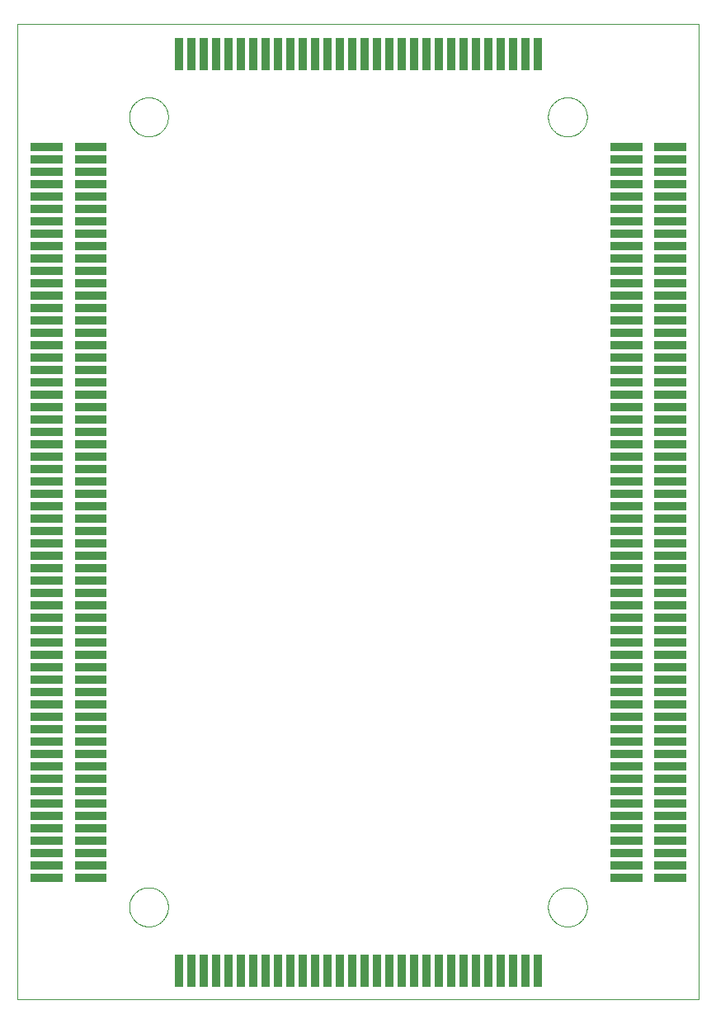
<source format=gbp>
G75*
%MOIN*%
%OFA0B0*%
%FSLAX25Y25*%
%IPPOS*%
%LPD*%
%AMOC8*
5,1,8,0,0,1.08239X$1,22.5*
%
%ADD10C,0.00000*%
%ADD11C,0.00301*%
D10*
X0001850Y0001850D02*
X0001850Y0395551D01*
X0277441Y0395551D01*
X0277441Y0001850D01*
X0001850Y0001850D01*
X0047126Y0039252D02*
X0047128Y0039445D01*
X0047135Y0039638D01*
X0047147Y0039831D01*
X0047164Y0040024D01*
X0047185Y0040216D01*
X0047211Y0040407D01*
X0047242Y0040598D01*
X0047277Y0040788D01*
X0047317Y0040977D01*
X0047362Y0041165D01*
X0047411Y0041352D01*
X0047465Y0041538D01*
X0047523Y0041722D01*
X0047586Y0041905D01*
X0047654Y0042086D01*
X0047725Y0042265D01*
X0047802Y0042443D01*
X0047882Y0042619D01*
X0047967Y0042792D01*
X0048056Y0042964D01*
X0048149Y0043133D01*
X0048246Y0043300D01*
X0048348Y0043465D01*
X0048453Y0043627D01*
X0048562Y0043786D01*
X0048676Y0043943D01*
X0048793Y0044096D01*
X0048913Y0044247D01*
X0049038Y0044395D01*
X0049166Y0044540D01*
X0049297Y0044681D01*
X0049432Y0044820D01*
X0049571Y0044955D01*
X0049712Y0045086D01*
X0049857Y0045214D01*
X0050005Y0045339D01*
X0050156Y0045459D01*
X0050309Y0045576D01*
X0050466Y0045690D01*
X0050625Y0045799D01*
X0050787Y0045904D01*
X0050952Y0046006D01*
X0051119Y0046103D01*
X0051288Y0046196D01*
X0051460Y0046285D01*
X0051633Y0046370D01*
X0051809Y0046450D01*
X0051987Y0046527D01*
X0052166Y0046598D01*
X0052347Y0046666D01*
X0052530Y0046729D01*
X0052714Y0046787D01*
X0052900Y0046841D01*
X0053087Y0046890D01*
X0053275Y0046935D01*
X0053464Y0046975D01*
X0053654Y0047010D01*
X0053845Y0047041D01*
X0054036Y0047067D01*
X0054228Y0047088D01*
X0054421Y0047105D01*
X0054614Y0047117D01*
X0054807Y0047124D01*
X0055000Y0047126D01*
X0055193Y0047124D01*
X0055386Y0047117D01*
X0055579Y0047105D01*
X0055772Y0047088D01*
X0055964Y0047067D01*
X0056155Y0047041D01*
X0056346Y0047010D01*
X0056536Y0046975D01*
X0056725Y0046935D01*
X0056913Y0046890D01*
X0057100Y0046841D01*
X0057286Y0046787D01*
X0057470Y0046729D01*
X0057653Y0046666D01*
X0057834Y0046598D01*
X0058013Y0046527D01*
X0058191Y0046450D01*
X0058367Y0046370D01*
X0058540Y0046285D01*
X0058712Y0046196D01*
X0058881Y0046103D01*
X0059048Y0046006D01*
X0059213Y0045904D01*
X0059375Y0045799D01*
X0059534Y0045690D01*
X0059691Y0045576D01*
X0059844Y0045459D01*
X0059995Y0045339D01*
X0060143Y0045214D01*
X0060288Y0045086D01*
X0060429Y0044955D01*
X0060568Y0044820D01*
X0060703Y0044681D01*
X0060834Y0044540D01*
X0060962Y0044395D01*
X0061087Y0044247D01*
X0061207Y0044096D01*
X0061324Y0043943D01*
X0061438Y0043786D01*
X0061547Y0043627D01*
X0061652Y0043465D01*
X0061754Y0043300D01*
X0061851Y0043133D01*
X0061944Y0042964D01*
X0062033Y0042792D01*
X0062118Y0042619D01*
X0062198Y0042443D01*
X0062275Y0042265D01*
X0062346Y0042086D01*
X0062414Y0041905D01*
X0062477Y0041722D01*
X0062535Y0041538D01*
X0062589Y0041352D01*
X0062638Y0041165D01*
X0062683Y0040977D01*
X0062723Y0040788D01*
X0062758Y0040598D01*
X0062789Y0040407D01*
X0062815Y0040216D01*
X0062836Y0040024D01*
X0062853Y0039831D01*
X0062865Y0039638D01*
X0062872Y0039445D01*
X0062874Y0039252D01*
X0062872Y0039059D01*
X0062865Y0038866D01*
X0062853Y0038673D01*
X0062836Y0038480D01*
X0062815Y0038288D01*
X0062789Y0038097D01*
X0062758Y0037906D01*
X0062723Y0037716D01*
X0062683Y0037527D01*
X0062638Y0037339D01*
X0062589Y0037152D01*
X0062535Y0036966D01*
X0062477Y0036782D01*
X0062414Y0036599D01*
X0062346Y0036418D01*
X0062275Y0036239D01*
X0062198Y0036061D01*
X0062118Y0035885D01*
X0062033Y0035712D01*
X0061944Y0035540D01*
X0061851Y0035371D01*
X0061754Y0035204D01*
X0061652Y0035039D01*
X0061547Y0034877D01*
X0061438Y0034718D01*
X0061324Y0034561D01*
X0061207Y0034408D01*
X0061087Y0034257D01*
X0060962Y0034109D01*
X0060834Y0033964D01*
X0060703Y0033823D01*
X0060568Y0033684D01*
X0060429Y0033549D01*
X0060288Y0033418D01*
X0060143Y0033290D01*
X0059995Y0033165D01*
X0059844Y0033045D01*
X0059691Y0032928D01*
X0059534Y0032814D01*
X0059375Y0032705D01*
X0059213Y0032600D01*
X0059048Y0032498D01*
X0058881Y0032401D01*
X0058712Y0032308D01*
X0058540Y0032219D01*
X0058367Y0032134D01*
X0058191Y0032054D01*
X0058013Y0031977D01*
X0057834Y0031906D01*
X0057653Y0031838D01*
X0057470Y0031775D01*
X0057286Y0031717D01*
X0057100Y0031663D01*
X0056913Y0031614D01*
X0056725Y0031569D01*
X0056536Y0031529D01*
X0056346Y0031494D01*
X0056155Y0031463D01*
X0055964Y0031437D01*
X0055772Y0031416D01*
X0055579Y0031399D01*
X0055386Y0031387D01*
X0055193Y0031380D01*
X0055000Y0031378D01*
X0054807Y0031380D01*
X0054614Y0031387D01*
X0054421Y0031399D01*
X0054228Y0031416D01*
X0054036Y0031437D01*
X0053845Y0031463D01*
X0053654Y0031494D01*
X0053464Y0031529D01*
X0053275Y0031569D01*
X0053087Y0031614D01*
X0052900Y0031663D01*
X0052714Y0031717D01*
X0052530Y0031775D01*
X0052347Y0031838D01*
X0052166Y0031906D01*
X0051987Y0031977D01*
X0051809Y0032054D01*
X0051633Y0032134D01*
X0051460Y0032219D01*
X0051288Y0032308D01*
X0051119Y0032401D01*
X0050952Y0032498D01*
X0050787Y0032600D01*
X0050625Y0032705D01*
X0050466Y0032814D01*
X0050309Y0032928D01*
X0050156Y0033045D01*
X0050005Y0033165D01*
X0049857Y0033290D01*
X0049712Y0033418D01*
X0049571Y0033549D01*
X0049432Y0033684D01*
X0049297Y0033823D01*
X0049166Y0033964D01*
X0049038Y0034109D01*
X0048913Y0034257D01*
X0048793Y0034408D01*
X0048676Y0034561D01*
X0048562Y0034718D01*
X0048453Y0034877D01*
X0048348Y0035039D01*
X0048246Y0035204D01*
X0048149Y0035371D01*
X0048056Y0035540D01*
X0047967Y0035712D01*
X0047882Y0035885D01*
X0047802Y0036061D01*
X0047725Y0036239D01*
X0047654Y0036418D01*
X0047586Y0036599D01*
X0047523Y0036782D01*
X0047465Y0036966D01*
X0047411Y0037152D01*
X0047362Y0037339D01*
X0047317Y0037527D01*
X0047277Y0037716D01*
X0047242Y0037906D01*
X0047211Y0038097D01*
X0047185Y0038288D01*
X0047164Y0038480D01*
X0047147Y0038673D01*
X0047135Y0038866D01*
X0047128Y0039059D01*
X0047126Y0039252D01*
X0216417Y0039252D02*
X0216419Y0039445D01*
X0216426Y0039638D01*
X0216438Y0039831D01*
X0216455Y0040024D01*
X0216476Y0040216D01*
X0216502Y0040407D01*
X0216533Y0040598D01*
X0216568Y0040788D01*
X0216608Y0040977D01*
X0216653Y0041165D01*
X0216702Y0041352D01*
X0216756Y0041538D01*
X0216814Y0041722D01*
X0216877Y0041905D01*
X0216945Y0042086D01*
X0217016Y0042265D01*
X0217093Y0042443D01*
X0217173Y0042619D01*
X0217258Y0042792D01*
X0217347Y0042964D01*
X0217440Y0043133D01*
X0217537Y0043300D01*
X0217639Y0043465D01*
X0217744Y0043627D01*
X0217853Y0043786D01*
X0217967Y0043943D01*
X0218084Y0044096D01*
X0218204Y0044247D01*
X0218329Y0044395D01*
X0218457Y0044540D01*
X0218588Y0044681D01*
X0218723Y0044820D01*
X0218862Y0044955D01*
X0219003Y0045086D01*
X0219148Y0045214D01*
X0219296Y0045339D01*
X0219447Y0045459D01*
X0219600Y0045576D01*
X0219757Y0045690D01*
X0219916Y0045799D01*
X0220078Y0045904D01*
X0220243Y0046006D01*
X0220410Y0046103D01*
X0220579Y0046196D01*
X0220751Y0046285D01*
X0220924Y0046370D01*
X0221100Y0046450D01*
X0221278Y0046527D01*
X0221457Y0046598D01*
X0221638Y0046666D01*
X0221821Y0046729D01*
X0222005Y0046787D01*
X0222191Y0046841D01*
X0222378Y0046890D01*
X0222566Y0046935D01*
X0222755Y0046975D01*
X0222945Y0047010D01*
X0223136Y0047041D01*
X0223327Y0047067D01*
X0223519Y0047088D01*
X0223712Y0047105D01*
X0223905Y0047117D01*
X0224098Y0047124D01*
X0224291Y0047126D01*
X0224484Y0047124D01*
X0224677Y0047117D01*
X0224870Y0047105D01*
X0225063Y0047088D01*
X0225255Y0047067D01*
X0225446Y0047041D01*
X0225637Y0047010D01*
X0225827Y0046975D01*
X0226016Y0046935D01*
X0226204Y0046890D01*
X0226391Y0046841D01*
X0226577Y0046787D01*
X0226761Y0046729D01*
X0226944Y0046666D01*
X0227125Y0046598D01*
X0227304Y0046527D01*
X0227482Y0046450D01*
X0227658Y0046370D01*
X0227831Y0046285D01*
X0228003Y0046196D01*
X0228172Y0046103D01*
X0228339Y0046006D01*
X0228504Y0045904D01*
X0228666Y0045799D01*
X0228825Y0045690D01*
X0228982Y0045576D01*
X0229135Y0045459D01*
X0229286Y0045339D01*
X0229434Y0045214D01*
X0229579Y0045086D01*
X0229720Y0044955D01*
X0229859Y0044820D01*
X0229994Y0044681D01*
X0230125Y0044540D01*
X0230253Y0044395D01*
X0230378Y0044247D01*
X0230498Y0044096D01*
X0230615Y0043943D01*
X0230729Y0043786D01*
X0230838Y0043627D01*
X0230943Y0043465D01*
X0231045Y0043300D01*
X0231142Y0043133D01*
X0231235Y0042964D01*
X0231324Y0042792D01*
X0231409Y0042619D01*
X0231489Y0042443D01*
X0231566Y0042265D01*
X0231637Y0042086D01*
X0231705Y0041905D01*
X0231768Y0041722D01*
X0231826Y0041538D01*
X0231880Y0041352D01*
X0231929Y0041165D01*
X0231974Y0040977D01*
X0232014Y0040788D01*
X0232049Y0040598D01*
X0232080Y0040407D01*
X0232106Y0040216D01*
X0232127Y0040024D01*
X0232144Y0039831D01*
X0232156Y0039638D01*
X0232163Y0039445D01*
X0232165Y0039252D01*
X0232163Y0039059D01*
X0232156Y0038866D01*
X0232144Y0038673D01*
X0232127Y0038480D01*
X0232106Y0038288D01*
X0232080Y0038097D01*
X0232049Y0037906D01*
X0232014Y0037716D01*
X0231974Y0037527D01*
X0231929Y0037339D01*
X0231880Y0037152D01*
X0231826Y0036966D01*
X0231768Y0036782D01*
X0231705Y0036599D01*
X0231637Y0036418D01*
X0231566Y0036239D01*
X0231489Y0036061D01*
X0231409Y0035885D01*
X0231324Y0035712D01*
X0231235Y0035540D01*
X0231142Y0035371D01*
X0231045Y0035204D01*
X0230943Y0035039D01*
X0230838Y0034877D01*
X0230729Y0034718D01*
X0230615Y0034561D01*
X0230498Y0034408D01*
X0230378Y0034257D01*
X0230253Y0034109D01*
X0230125Y0033964D01*
X0229994Y0033823D01*
X0229859Y0033684D01*
X0229720Y0033549D01*
X0229579Y0033418D01*
X0229434Y0033290D01*
X0229286Y0033165D01*
X0229135Y0033045D01*
X0228982Y0032928D01*
X0228825Y0032814D01*
X0228666Y0032705D01*
X0228504Y0032600D01*
X0228339Y0032498D01*
X0228172Y0032401D01*
X0228003Y0032308D01*
X0227831Y0032219D01*
X0227658Y0032134D01*
X0227482Y0032054D01*
X0227304Y0031977D01*
X0227125Y0031906D01*
X0226944Y0031838D01*
X0226761Y0031775D01*
X0226577Y0031717D01*
X0226391Y0031663D01*
X0226204Y0031614D01*
X0226016Y0031569D01*
X0225827Y0031529D01*
X0225637Y0031494D01*
X0225446Y0031463D01*
X0225255Y0031437D01*
X0225063Y0031416D01*
X0224870Y0031399D01*
X0224677Y0031387D01*
X0224484Y0031380D01*
X0224291Y0031378D01*
X0224098Y0031380D01*
X0223905Y0031387D01*
X0223712Y0031399D01*
X0223519Y0031416D01*
X0223327Y0031437D01*
X0223136Y0031463D01*
X0222945Y0031494D01*
X0222755Y0031529D01*
X0222566Y0031569D01*
X0222378Y0031614D01*
X0222191Y0031663D01*
X0222005Y0031717D01*
X0221821Y0031775D01*
X0221638Y0031838D01*
X0221457Y0031906D01*
X0221278Y0031977D01*
X0221100Y0032054D01*
X0220924Y0032134D01*
X0220751Y0032219D01*
X0220579Y0032308D01*
X0220410Y0032401D01*
X0220243Y0032498D01*
X0220078Y0032600D01*
X0219916Y0032705D01*
X0219757Y0032814D01*
X0219600Y0032928D01*
X0219447Y0033045D01*
X0219296Y0033165D01*
X0219148Y0033290D01*
X0219003Y0033418D01*
X0218862Y0033549D01*
X0218723Y0033684D01*
X0218588Y0033823D01*
X0218457Y0033964D01*
X0218329Y0034109D01*
X0218204Y0034257D01*
X0218084Y0034408D01*
X0217967Y0034561D01*
X0217853Y0034718D01*
X0217744Y0034877D01*
X0217639Y0035039D01*
X0217537Y0035204D01*
X0217440Y0035371D01*
X0217347Y0035540D01*
X0217258Y0035712D01*
X0217173Y0035885D01*
X0217093Y0036061D01*
X0217016Y0036239D01*
X0216945Y0036418D01*
X0216877Y0036599D01*
X0216814Y0036782D01*
X0216756Y0036966D01*
X0216702Y0037152D01*
X0216653Y0037339D01*
X0216608Y0037527D01*
X0216568Y0037716D01*
X0216533Y0037906D01*
X0216502Y0038097D01*
X0216476Y0038288D01*
X0216455Y0038480D01*
X0216438Y0038673D01*
X0216426Y0038866D01*
X0216419Y0039059D01*
X0216417Y0039252D01*
X0216417Y0358149D02*
X0216419Y0358342D01*
X0216426Y0358535D01*
X0216438Y0358728D01*
X0216455Y0358921D01*
X0216476Y0359113D01*
X0216502Y0359304D01*
X0216533Y0359495D01*
X0216568Y0359685D01*
X0216608Y0359874D01*
X0216653Y0360062D01*
X0216702Y0360249D01*
X0216756Y0360435D01*
X0216814Y0360619D01*
X0216877Y0360802D01*
X0216945Y0360983D01*
X0217016Y0361162D01*
X0217093Y0361340D01*
X0217173Y0361516D01*
X0217258Y0361689D01*
X0217347Y0361861D01*
X0217440Y0362030D01*
X0217537Y0362197D01*
X0217639Y0362362D01*
X0217744Y0362524D01*
X0217853Y0362683D01*
X0217967Y0362840D01*
X0218084Y0362993D01*
X0218204Y0363144D01*
X0218329Y0363292D01*
X0218457Y0363437D01*
X0218588Y0363578D01*
X0218723Y0363717D01*
X0218862Y0363852D01*
X0219003Y0363983D01*
X0219148Y0364111D01*
X0219296Y0364236D01*
X0219447Y0364356D01*
X0219600Y0364473D01*
X0219757Y0364587D01*
X0219916Y0364696D01*
X0220078Y0364801D01*
X0220243Y0364903D01*
X0220410Y0365000D01*
X0220579Y0365093D01*
X0220751Y0365182D01*
X0220924Y0365267D01*
X0221100Y0365347D01*
X0221278Y0365424D01*
X0221457Y0365495D01*
X0221638Y0365563D01*
X0221821Y0365626D01*
X0222005Y0365684D01*
X0222191Y0365738D01*
X0222378Y0365787D01*
X0222566Y0365832D01*
X0222755Y0365872D01*
X0222945Y0365907D01*
X0223136Y0365938D01*
X0223327Y0365964D01*
X0223519Y0365985D01*
X0223712Y0366002D01*
X0223905Y0366014D01*
X0224098Y0366021D01*
X0224291Y0366023D01*
X0224484Y0366021D01*
X0224677Y0366014D01*
X0224870Y0366002D01*
X0225063Y0365985D01*
X0225255Y0365964D01*
X0225446Y0365938D01*
X0225637Y0365907D01*
X0225827Y0365872D01*
X0226016Y0365832D01*
X0226204Y0365787D01*
X0226391Y0365738D01*
X0226577Y0365684D01*
X0226761Y0365626D01*
X0226944Y0365563D01*
X0227125Y0365495D01*
X0227304Y0365424D01*
X0227482Y0365347D01*
X0227658Y0365267D01*
X0227831Y0365182D01*
X0228003Y0365093D01*
X0228172Y0365000D01*
X0228339Y0364903D01*
X0228504Y0364801D01*
X0228666Y0364696D01*
X0228825Y0364587D01*
X0228982Y0364473D01*
X0229135Y0364356D01*
X0229286Y0364236D01*
X0229434Y0364111D01*
X0229579Y0363983D01*
X0229720Y0363852D01*
X0229859Y0363717D01*
X0229994Y0363578D01*
X0230125Y0363437D01*
X0230253Y0363292D01*
X0230378Y0363144D01*
X0230498Y0362993D01*
X0230615Y0362840D01*
X0230729Y0362683D01*
X0230838Y0362524D01*
X0230943Y0362362D01*
X0231045Y0362197D01*
X0231142Y0362030D01*
X0231235Y0361861D01*
X0231324Y0361689D01*
X0231409Y0361516D01*
X0231489Y0361340D01*
X0231566Y0361162D01*
X0231637Y0360983D01*
X0231705Y0360802D01*
X0231768Y0360619D01*
X0231826Y0360435D01*
X0231880Y0360249D01*
X0231929Y0360062D01*
X0231974Y0359874D01*
X0232014Y0359685D01*
X0232049Y0359495D01*
X0232080Y0359304D01*
X0232106Y0359113D01*
X0232127Y0358921D01*
X0232144Y0358728D01*
X0232156Y0358535D01*
X0232163Y0358342D01*
X0232165Y0358149D01*
X0232163Y0357956D01*
X0232156Y0357763D01*
X0232144Y0357570D01*
X0232127Y0357377D01*
X0232106Y0357185D01*
X0232080Y0356994D01*
X0232049Y0356803D01*
X0232014Y0356613D01*
X0231974Y0356424D01*
X0231929Y0356236D01*
X0231880Y0356049D01*
X0231826Y0355863D01*
X0231768Y0355679D01*
X0231705Y0355496D01*
X0231637Y0355315D01*
X0231566Y0355136D01*
X0231489Y0354958D01*
X0231409Y0354782D01*
X0231324Y0354609D01*
X0231235Y0354437D01*
X0231142Y0354268D01*
X0231045Y0354101D01*
X0230943Y0353936D01*
X0230838Y0353774D01*
X0230729Y0353615D01*
X0230615Y0353458D01*
X0230498Y0353305D01*
X0230378Y0353154D01*
X0230253Y0353006D01*
X0230125Y0352861D01*
X0229994Y0352720D01*
X0229859Y0352581D01*
X0229720Y0352446D01*
X0229579Y0352315D01*
X0229434Y0352187D01*
X0229286Y0352062D01*
X0229135Y0351942D01*
X0228982Y0351825D01*
X0228825Y0351711D01*
X0228666Y0351602D01*
X0228504Y0351497D01*
X0228339Y0351395D01*
X0228172Y0351298D01*
X0228003Y0351205D01*
X0227831Y0351116D01*
X0227658Y0351031D01*
X0227482Y0350951D01*
X0227304Y0350874D01*
X0227125Y0350803D01*
X0226944Y0350735D01*
X0226761Y0350672D01*
X0226577Y0350614D01*
X0226391Y0350560D01*
X0226204Y0350511D01*
X0226016Y0350466D01*
X0225827Y0350426D01*
X0225637Y0350391D01*
X0225446Y0350360D01*
X0225255Y0350334D01*
X0225063Y0350313D01*
X0224870Y0350296D01*
X0224677Y0350284D01*
X0224484Y0350277D01*
X0224291Y0350275D01*
X0224098Y0350277D01*
X0223905Y0350284D01*
X0223712Y0350296D01*
X0223519Y0350313D01*
X0223327Y0350334D01*
X0223136Y0350360D01*
X0222945Y0350391D01*
X0222755Y0350426D01*
X0222566Y0350466D01*
X0222378Y0350511D01*
X0222191Y0350560D01*
X0222005Y0350614D01*
X0221821Y0350672D01*
X0221638Y0350735D01*
X0221457Y0350803D01*
X0221278Y0350874D01*
X0221100Y0350951D01*
X0220924Y0351031D01*
X0220751Y0351116D01*
X0220579Y0351205D01*
X0220410Y0351298D01*
X0220243Y0351395D01*
X0220078Y0351497D01*
X0219916Y0351602D01*
X0219757Y0351711D01*
X0219600Y0351825D01*
X0219447Y0351942D01*
X0219296Y0352062D01*
X0219148Y0352187D01*
X0219003Y0352315D01*
X0218862Y0352446D01*
X0218723Y0352581D01*
X0218588Y0352720D01*
X0218457Y0352861D01*
X0218329Y0353006D01*
X0218204Y0353154D01*
X0218084Y0353305D01*
X0217967Y0353458D01*
X0217853Y0353615D01*
X0217744Y0353774D01*
X0217639Y0353936D01*
X0217537Y0354101D01*
X0217440Y0354268D01*
X0217347Y0354437D01*
X0217258Y0354609D01*
X0217173Y0354782D01*
X0217093Y0354958D01*
X0217016Y0355136D01*
X0216945Y0355315D01*
X0216877Y0355496D01*
X0216814Y0355679D01*
X0216756Y0355863D01*
X0216702Y0356049D01*
X0216653Y0356236D01*
X0216608Y0356424D01*
X0216568Y0356613D01*
X0216533Y0356803D01*
X0216502Y0356994D01*
X0216476Y0357185D01*
X0216455Y0357377D01*
X0216438Y0357570D01*
X0216426Y0357763D01*
X0216419Y0357956D01*
X0216417Y0358149D01*
X0047126Y0358149D02*
X0047128Y0358342D01*
X0047135Y0358535D01*
X0047147Y0358728D01*
X0047164Y0358921D01*
X0047185Y0359113D01*
X0047211Y0359304D01*
X0047242Y0359495D01*
X0047277Y0359685D01*
X0047317Y0359874D01*
X0047362Y0360062D01*
X0047411Y0360249D01*
X0047465Y0360435D01*
X0047523Y0360619D01*
X0047586Y0360802D01*
X0047654Y0360983D01*
X0047725Y0361162D01*
X0047802Y0361340D01*
X0047882Y0361516D01*
X0047967Y0361689D01*
X0048056Y0361861D01*
X0048149Y0362030D01*
X0048246Y0362197D01*
X0048348Y0362362D01*
X0048453Y0362524D01*
X0048562Y0362683D01*
X0048676Y0362840D01*
X0048793Y0362993D01*
X0048913Y0363144D01*
X0049038Y0363292D01*
X0049166Y0363437D01*
X0049297Y0363578D01*
X0049432Y0363717D01*
X0049571Y0363852D01*
X0049712Y0363983D01*
X0049857Y0364111D01*
X0050005Y0364236D01*
X0050156Y0364356D01*
X0050309Y0364473D01*
X0050466Y0364587D01*
X0050625Y0364696D01*
X0050787Y0364801D01*
X0050952Y0364903D01*
X0051119Y0365000D01*
X0051288Y0365093D01*
X0051460Y0365182D01*
X0051633Y0365267D01*
X0051809Y0365347D01*
X0051987Y0365424D01*
X0052166Y0365495D01*
X0052347Y0365563D01*
X0052530Y0365626D01*
X0052714Y0365684D01*
X0052900Y0365738D01*
X0053087Y0365787D01*
X0053275Y0365832D01*
X0053464Y0365872D01*
X0053654Y0365907D01*
X0053845Y0365938D01*
X0054036Y0365964D01*
X0054228Y0365985D01*
X0054421Y0366002D01*
X0054614Y0366014D01*
X0054807Y0366021D01*
X0055000Y0366023D01*
X0055193Y0366021D01*
X0055386Y0366014D01*
X0055579Y0366002D01*
X0055772Y0365985D01*
X0055964Y0365964D01*
X0056155Y0365938D01*
X0056346Y0365907D01*
X0056536Y0365872D01*
X0056725Y0365832D01*
X0056913Y0365787D01*
X0057100Y0365738D01*
X0057286Y0365684D01*
X0057470Y0365626D01*
X0057653Y0365563D01*
X0057834Y0365495D01*
X0058013Y0365424D01*
X0058191Y0365347D01*
X0058367Y0365267D01*
X0058540Y0365182D01*
X0058712Y0365093D01*
X0058881Y0365000D01*
X0059048Y0364903D01*
X0059213Y0364801D01*
X0059375Y0364696D01*
X0059534Y0364587D01*
X0059691Y0364473D01*
X0059844Y0364356D01*
X0059995Y0364236D01*
X0060143Y0364111D01*
X0060288Y0363983D01*
X0060429Y0363852D01*
X0060568Y0363717D01*
X0060703Y0363578D01*
X0060834Y0363437D01*
X0060962Y0363292D01*
X0061087Y0363144D01*
X0061207Y0362993D01*
X0061324Y0362840D01*
X0061438Y0362683D01*
X0061547Y0362524D01*
X0061652Y0362362D01*
X0061754Y0362197D01*
X0061851Y0362030D01*
X0061944Y0361861D01*
X0062033Y0361689D01*
X0062118Y0361516D01*
X0062198Y0361340D01*
X0062275Y0361162D01*
X0062346Y0360983D01*
X0062414Y0360802D01*
X0062477Y0360619D01*
X0062535Y0360435D01*
X0062589Y0360249D01*
X0062638Y0360062D01*
X0062683Y0359874D01*
X0062723Y0359685D01*
X0062758Y0359495D01*
X0062789Y0359304D01*
X0062815Y0359113D01*
X0062836Y0358921D01*
X0062853Y0358728D01*
X0062865Y0358535D01*
X0062872Y0358342D01*
X0062874Y0358149D01*
X0062872Y0357956D01*
X0062865Y0357763D01*
X0062853Y0357570D01*
X0062836Y0357377D01*
X0062815Y0357185D01*
X0062789Y0356994D01*
X0062758Y0356803D01*
X0062723Y0356613D01*
X0062683Y0356424D01*
X0062638Y0356236D01*
X0062589Y0356049D01*
X0062535Y0355863D01*
X0062477Y0355679D01*
X0062414Y0355496D01*
X0062346Y0355315D01*
X0062275Y0355136D01*
X0062198Y0354958D01*
X0062118Y0354782D01*
X0062033Y0354609D01*
X0061944Y0354437D01*
X0061851Y0354268D01*
X0061754Y0354101D01*
X0061652Y0353936D01*
X0061547Y0353774D01*
X0061438Y0353615D01*
X0061324Y0353458D01*
X0061207Y0353305D01*
X0061087Y0353154D01*
X0060962Y0353006D01*
X0060834Y0352861D01*
X0060703Y0352720D01*
X0060568Y0352581D01*
X0060429Y0352446D01*
X0060288Y0352315D01*
X0060143Y0352187D01*
X0059995Y0352062D01*
X0059844Y0351942D01*
X0059691Y0351825D01*
X0059534Y0351711D01*
X0059375Y0351602D01*
X0059213Y0351497D01*
X0059048Y0351395D01*
X0058881Y0351298D01*
X0058712Y0351205D01*
X0058540Y0351116D01*
X0058367Y0351031D01*
X0058191Y0350951D01*
X0058013Y0350874D01*
X0057834Y0350803D01*
X0057653Y0350735D01*
X0057470Y0350672D01*
X0057286Y0350614D01*
X0057100Y0350560D01*
X0056913Y0350511D01*
X0056725Y0350466D01*
X0056536Y0350426D01*
X0056346Y0350391D01*
X0056155Y0350360D01*
X0055964Y0350334D01*
X0055772Y0350313D01*
X0055579Y0350296D01*
X0055386Y0350284D01*
X0055193Y0350277D01*
X0055000Y0350275D01*
X0054807Y0350277D01*
X0054614Y0350284D01*
X0054421Y0350296D01*
X0054228Y0350313D01*
X0054036Y0350334D01*
X0053845Y0350360D01*
X0053654Y0350391D01*
X0053464Y0350426D01*
X0053275Y0350466D01*
X0053087Y0350511D01*
X0052900Y0350560D01*
X0052714Y0350614D01*
X0052530Y0350672D01*
X0052347Y0350735D01*
X0052166Y0350803D01*
X0051987Y0350874D01*
X0051809Y0350951D01*
X0051633Y0351031D01*
X0051460Y0351116D01*
X0051288Y0351205D01*
X0051119Y0351298D01*
X0050952Y0351395D01*
X0050787Y0351497D01*
X0050625Y0351602D01*
X0050466Y0351711D01*
X0050309Y0351825D01*
X0050156Y0351942D01*
X0050005Y0352062D01*
X0049857Y0352187D01*
X0049712Y0352315D01*
X0049571Y0352446D01*
X0049432Y0352581D01*
X0049297Y0352720D01*
X0049166Y0352861D01*
X0049038Y0353006D01*
X0048913Y0353154D01*
X0048793Y0353305D01*
X0048676Y0353458D01*
X0048562Y0353615D01*
X0048453Y0353774D01*
X0048348Y0353936D01*
X0048246Y0354101D01*
X0048149Y0354268D01*
X0048056Y0354437D01*
X0047967Y0354609D01*
X0047882Y0354782D01*
X0047802Y0354958D01*
X0047725Y0355136D01*
X0047654Y0355315D01*
X0047586Y0355496D01*
X0047523Y0355679D01*
X0047465Y0355863D01*
X0047411Y0356049D01*
X0047362Y0356236D01*
X0047317Y0356424D01*
X0047277Y0356613D01*
X0047242Y0356803D01*
X0047211Y0356994D01*
X0047185Y0357185D01*
X0047164Y0357377D01*
X0047147Y0357570D01*
X0047135Y0357763D01*
X0047128Y0357956D01*
X0047126Y0358149D01*
D11*
X0037625Y0347723D02*
X0025131Y0347723D01*
X0037625Y0347723D02*
X0037625Y0344677D01*
X0025131Y0344677D01*
X0025131Y0347723D01*
X0025131Y0344977D02*
X0037625Y0344977D01*
X0037625Y0345277D02*
X0025131Y0345277D01*
X0025131Y0345577D02*
X0037625Y0345577D01*
X0037625Y0345877D02*
X0025131Y0345877D01*
X0025131Y0346177D02*
X0037625Y0346177D01*
X0037625Y0346477D02*
X0025131Y0346477D01*
X0025131Y0346777D02*
X0037625Y0346777D01*
X0037625Y0347077D02*
X0025131Y0347077D01*
X0025131Y0347377D02*
X0037625Y0347377D01*
X0037625Y0347677D02*
X0025131Y0347677D01*
X0025131Y0342723D02*
X0037625Y0342723D01*
X0037625Y0339677D01*
X0025131Y0339677D01*
X0025131Y0342723D01*
X0025131Y0339977D02*
X0037625Y0339977D01*
X0037625Y0340277D02*
X0025131Y0340277D01*
X0025131Y0340577D02*
X0037625Y0340577D01*
X0037625Y0340877D02*
X0025131Y0340877D01*
X0025131Y0341177D02*
X0037625Y0341177D01*
X0037625Y0341477D02*
X0025131Y0341477D01*
X0025131Y0341777D02*
X0037625Y0341777D01*
X0037625Y0342077D02*
X0025131Y0342077D01*
X0025131Y0342377D02*
X0037625Y0342377D01*
X0037625Y0342677D02*
X0025131Y0342677D01*
X0025131Y0337723D02*
X0037625Y0337723D01*
X0037625Y0334677D01*
X0025131Y0334677D01*
X0025131Y0337723D01*
X0025131Y0334977D02*
X0037625Y0334977D01*
X0037625Y0335277D02*
X0025131Y0335277D01*
X0025131Y0335577D02*
X0037625Y0335577D01*
X0037625Y0335877D02*
X0025131Y0335877D01*
X0025131Y0336177D02*
X0037625Y0336177D01*
X0037625Y0336477D02*
X0025131Y0336477D01*
X0025131Y0336777D02*
X0037625Y0336777D01*
X0037625Y0337077D02*
X0025131Y0337077D01*
X0025131Y0337377D02*
X0037625Y0337377D01*
X0037625Y0337677D02*
X0025131Y0337677D01*
X0025131Y0332723D02*
X0037625Y0332723D01*
X0037625Y0329677D01*
X0025131Y0329677D01*
X0025131Y0332723D01*
X0025131Y0329977D02*
X0037625Y0329977D01*
X0037625Y0330277D02*
X0025131Y0330277D01*
X0025131Y0330577D02*
X0037625Y0330577D01*
X0037625Y0330877D02*
X0025131Y0330877D01*
X0025131Y0331177D02*
X0037625Y0331177D01*
X0037625Y0331477D02*
X0025131Y0331477D01*
X0025131Y0331777D02*
X0037625Y0331777D01*
X0037625Y0332077D02*
X0025131Y0332077D01*
X0025131Y0332377D02*
X0037625Y0332377D01*
X0037625Y0332677D02*
X0025131Y0332677D01*
X0025131Y0327723D02*
X0037625Y0327723D01*
X0037625Y0324677D01*
X0025131Y0324677D01*
X0025131Y0327723D01*
X0025131Y0324977D02*
X0037625Y0324977D01*
X0037625Y0325277D02*
X0025131Y0325277D01*
X0025131Y0325577D02*
X0037625Y0325577D01*
X0037625Y0325877D02*
X0025131Y0325877D01*
X0025131Y0326177D02*
X0037625Y0326177D01*
X0037625Y0326477D02*
X0025131Y0326477D01*
X0025131Y0326777D02*
X0037625Y0326777D01*
X0037625Y0327077D02*
X0025131Y0327077D01*
X0025131Y0327377D02*
X0037625Y0327377D01*
X0037625Y0327677D02*
X0025131Y0327677D01*
X0025131Y0322723D02*
X0037625Y0322723D01*
X0037625Y0319677D01*
X0025131Y0319677D01*
X0025131Y0322723D01*
X0025131Y0319977D02*
X0037625Y0319977D01*
X0037625Y0320277D02*
X0025131Y0320277D01*
X0025131Y0320577D02*
X0037625Y0320577D01*
X0037625Y0320877D02*
X0025131Y0320877D01*
X0025131Y0321177D02*
X0037625Y0321177D01*
X0037625Y0321477D02*
X0025131Y0321477D01*
X0025131Y0321777D02*
X0037625Y0321777D01*
X0037625Y0322077D02*
X0025131Y0322077D01*
X0025131Y0322377D02*
X0037625Y0322377D01*
X0037625Y0322677D02*
X0025131Y0322677D01*
X0025131Y0317723D02*
X0037625Y0317723D01*
X0037625Y0314677D01*
X0025131Y0314677D01*
X0025131Y0317723D01*
X0025131Y0314977D02*
X0037625Y0314977D01*
X0037625Y0315277D02*
X0025131Y0315277D01*
X0025131Y0315577D02*
X0037625Y0315577D01*
X0037625Y0315877D02*
X0025131Y0315877D01*
X0025131Y0316177D02*
X0037625Y0316177D01*
X0037625Y0316477D02*
X0025131Y0316477D01*
X0025131Y0316777D02*
X0037625Y0316777D01*
X0037625Y0317077D02*
X0025131Y0317077D01*
X0025131Y0317377D02*
X0037625Y0317377D01*
X0037625Y0317677D02*
X0025131Y0317677D01*
X0025131Y0312723D02*
X0037625Y0312723D01*
X0037625Y0309677D01*
X0025131Y0309677D01*
X0025131Y0312723D01*
X0025131Y0309977D02*
X0037625Y0309977D01*
X0037625Y0310277D02*
X0025131Y0310277D01*
X0025131Y0310577D02*
X0037625Y0310577D01*
X0037625Y0310877D02*
X0025131Y0310877D01*
X0025131Y0311177D02*
X0037625Y0311177D01*
X0037625Y0311477D02*
X0025131Y0311477D01*
X0025131Y0311777D02*
X0037625Y0311777D01*
X0037625Y0312077D02*
X0025131Y0312077D01*
X0025131Y0312377D02*
X0037625Y0312377D01*
X0037625Y0312677D02*
X0025131Y0312677D01*
X0025131Y0307723D02*
X0037625Y0307723D01*
X0037625Y0304677D01*
X0025131Y0304677D01*
X0025131Y0307723D01*
X0025131Y0304977D02*
X0037625Y0304977D01*
X0037625Y0305277D02*
X0025131Y0305277D01*
X0025131Y0305577D02*
X0037625Y0305577D01*
X0037625Y0305877D02*
X0025131Y0305877D01*
X0025131Y0306177D02*
X0037625Y0306177D01*
X0037625Y0306477D02*
X0025131Y0306477D01*
X0025131Y0306777D02*
X0037625Y0306777D01*
X0037625Y0307077D02*
X0025131Y0307077D01*
X0025131Y0307377D02*
X0037625Y0307377D01*
X0037625Y0307677D02*
X0025131Y0307677D01*
X0025131Y0302723D02*
X0037625Y0302723D01*
X0037625Y0299677D01*
X0025131Y0299677D01*
X0025131Y0302723D01*
X0025131Y0299977D02*
X0037625Y0299977D01*
X0037625Y0300277D02*
X0025131Y0300277D01*
X0025131Y0300577D02*
X0037625Y0300577D01*
X0037625Y0300877D02*
X0025131Y0300877D01*
X0025131Y0301177D02*
X0037625Y0301177D01*
X0037625Y0301477D02*
X0025131Y0301477D01*
X0025131Y0301777D02*
X0037625Y0301777D01*
X0037625Y0302077D02*
X0025131Y0302077D01*
X0025131Y0302377D02*
X0037625Y0302377D01*
X0037625Y0302677D02*
X0025131Y0302677D01*
X0025131Y0297723D02*
X0037625Y0297723D01*
X0037625Y0294677D01*
X0025131Y0294677D01*
X0025131Y0297723D01*
X0025131Y0294977D02*
X0037625Y0294977D01*
X0037625Y0295277D02*
X0025131Y0295277D01*
X0025131Y0295577D02*
X0037625Y0295577D01*
X0037625Y0295877D02*
X0025131Y0295877D01*
X0025131Y0296177D02*
X0037625Y0296177D01*
X0037625Y0296477D02*
X0025131Y0296477D01*
X0025131Y0296777D02*
X0037625Y0296777D01*
X0037625Y0297077D02*
X0025131Y0297077D01*
X0025131Y0297377D02*
X0037625Y0297377D01*
X0037625Y0297677D02*
X0025131Y0297677D01*
X0025131Y0292723D02*
X0037625Y0292723D01*
X0037625Y0289677D01*
X0025131Y0289677D01*
X0025131Y0292723D01*
X0025131Y0289977D02*
X0037625Y0289977D01*
X0037625Y0290277D02*
X0025131Y0290277D01*
X0025131Y0290577D02*
X0037625Y0290577D01*
X0037625Y0290877D02*
X0025131Y0290877D01*
X0025131Y0291177D02*
X0037625Y0291177D01*
X0037625Y0291477D02*
X0025131Y0291477D01*
X0025131Y0291777D02*
X0037625Y0291777D01*
X0037625Y0292077D02*
X0025131Y0292077D01*
X0025131Y0292377D02*
X0037625Y0292377D01*
X0037625Y0292677D02*
X0025131Y0292677D01*
X0025131Y0287723D02*
X0037625Y0287723D01*
X0037625Y0284677D01*
X0025131Y0284677D01*
X0025131Y0287723D01*
X0025131Y0284977D02*
X0037625Y0284977D01*
X0037625Y0285277D02*
X0025131Y0285277D01*
X0025131Y0285577D02*
X0037625Y0285577D01*
X0037625Y0285877D02*
X0025131Y0285877D01*
X0025131Y0286177D02*
X0037625Y0286177D01*
X0037625Y0286477D02*
X0025131Y0286477D01*
X0025131Y0286777D02*
X0037625Y0286777D01*
X0037625Y0287077D02*
X0025131Y0287077D01*
X0025131Y0287377D02*
X0037625Y0287377D01*
X0037625Y0287677D02*
X0025131Y0287677D01*
X0025131Y0282723D02*
X0037625Y0282723D01*
X0037625Y0279677D01*
X0025131Y0279677D01*
X0025131Y0282723D01*
X0025131Y0279977D02*
X0037625Y0279977D01*
X0037625Y0280277D02*
X0025131Y0280277D01*
X0025131Y0280577D02*
X0037625Y0280577D01*
X0037625Y0280877D02*
X0025131Y0280877D01*
X0025131Y0281177D02*
X0037625Y0281177D01*
X0037625Y0281477D02*
X0025131Y0281477D01*
X0025131Y0281777D02*
X0037625Y0281777D01*
X0037625Y0282077D02*
X0025131Y0282077D01*
X0025131Y0282377D02*
X0037625Y0282377D01*
X0037625Y0282677D02*
X0025131Y0282677D01*
X0025131Y0277723D02*
X0037625Y0277723D01*
X0037625Y0274677D01*
X0025131Y0274677D01*
X0025131Y0277723D01*
X0025131Y0274977D02*
X0037625Y0274977D01*
X0037625Y0275277D02*
X0025131Y0275277D01*
X0025131Y0275577D02*
X0037625Y0275577D01*
X0037625Y0275877D02*
X0025131Y0275877D01*
X0025131Y0276177D02*
X0037625Y0276177D01*
X0037625Y0276477D02*
X0025131Y0276477D01*
X0025131Y0276777D02*
X0037625Y0276777D01*
X0037625Y0277077D02*
X0025131Y0277077D01*
X0025131Y0277377D02*
X0037625Y0277377D01*
X0037625Y0277677D02*
X0025131Y0277677D01*
X0025131Y0272723D02*
X0037625Y0272723D01*
X0037625Y0269677D01*
X0025131Y0269677D01*
X0025131Y0272723D01*
X0025131Y0269977D02*
X0037625Y0269977D01*
X0037625Y0270277D02*
X0025131Y0270277D01*
X0025131Y0270577D02*
X0037625Y0270577D01*
X0037625Y0270877D02*
X0025131Y0270877D01*
X0025131Y0271177D02*
X0037625Y0271177D01*
X0037625Y0271477D02*
X0025131Y0271477D01*
X0025131Y0271777D02*
X0037625Y0271777D01*
X0037625Y0272077D02*
X0025131Y0272077D01*
X0025131Y0272377D02*
X0037625Y0272377D01*
X0037625Y0272677D02*
X0025131Y0272677D01*
X0025131Y0267723D02*
X0037625Y0267723D01*
X0037625Y0264677D01*
X0025131Y0264677D01*
X0025131Y0267723D01*
X0025131Y0264977D02*
X0037625Y0264977D01*
X0037625Y0265277D02*
X0025131Y0265277D01*
X0025131Y0265577D02*
X0037625Y0265577D01*
X0037625Y0265877D02*
X0025131Y0265877D01*
X0025131Y0266177D02*
X0037625Y0266177D01*
X0037625Y0266477D02*
X0025131Y0266477D01*
X0025131Y0266777D02*
X0037625Y0266777D01*
X0037625Y0267077D02*
X0025131Y0267077D01*
X0025131Y0267377D02*
X0037625Y0267377D01*
X0037625Y0267677D02*
X0025131Y0267677D01*
X0025131Y0262723D02*
X0037625Y0262723D01*
X0037625Y0259677D01*
X0025131Y0259677D01*
X0025131Y0262723D01*
X0025131Y0259977D02*
X0037625Y0259977D01*
X0037625Y0260277D02*
X0025131Y0260277D01*
X0025131Y0260577D02*
X0037625Y0260577D01*
X0037625Y0260877D02*
X0025131Y0260877D01*
X0025131Y0261177D02*
X0037625Y0261177D01*
X0037625Y0261477D02*
X0025131Y0261477D01*
X0025131Y0261777D02*
X0037625Y0261777D01*
X0037625Y0262077D02*
X0025131Y0262077D01*
X0025131Y0262377D02*
X0037625Y0262377D01*
X0037625Y0262677D02*
X0025131Y0262677D01*
X0025131Y0257723D02*
X0037625Y0257723D01*
X0037625Y0254677D01*
X0025131Y0254677D01*
X0025131Y0257723D01*
X0025131Y0254977D02*
X0037625Y0254977D01*
X0037625Y0255277D02*
X0025131Y0255277D01*
X0025131Y0255577D02*
X0037625Y0255577D01*
X0037625Y0255877D02*
X0025131Y0255877D01*
X0025131Y0256177D02*
X0037625Y0256177D01*
X0037625Y0256477D02*
X0025131Y0256477D01*
X0025131Y0256777D02*
X0037625Y0256777D01*
X0037625Y0257077D02*
X0025131Y0257077D01*
X0025131Y0257377D02*
X0037625Y0257377D01*
X0037625Y0257677D02*
X0025131Y0257677D01*
X0025131Y0252723D02*
X0037625Y0252723D01*
X0037625Y0249677D01*
X0025131Y0249677D01*
X0025131Y0252723D01*
X0025131Y0249977D02*
X0037625Y0249977D01*
X0037625Y0250277D02*
X0025131Y0250277D01*
X0025131Y0250577D02*
X0037625Y0250577D01*
X0037625Y0250877D02*
X0025131Y0250877D01*
X0025131Y0251177D02*
X0037625Y0251177D01*
X0037625Y0251477D02*
X0025131Y0251477D01*
X0025131Y0251777D02*
X0037625Y0251777D01*
X0037625Y0252077D02*
X0025131Y0252077D01*
X0025131Y0252377D02*
X0037625Y0252377D01*
X0037625Y0252677D02*
X0025131Y0252677D01*
X0025131Y0247723D02*
X0037625Y0247723D01*
X0037625Y0244677D01*
X0025131Y0244677D01*
X0025131Y0247723D01*
X0025131Y0244977D02*
X0037625Y0244977D01*
X0037625Y0245277D02*
X0025131Y0245277D01*
X0025131Y0245577D02*
X0037625Y0245577D01*
X0037625Y0245877D02*
X0025131Y0245877D01*
X0025131Y0246177D02*
X0037625Y0246177D01*
X0037625Y0246477D02*
X0025131Y0246477D01*
X0025131Y0246777D02*
X0037625Y0246777D01*
X0037625Y0247077D02*
X0025131Y0247077D01*
X0025131Y0247377D02*
X0037625Y0247377D01*
X0037625Y0247677D02*
X0025131Y0247677D01*
X0025131Y0242723D02*
X0037625Y0242723D01*
X0037625Y0239677D01*
X0025131Y0239677D01*
X0025131Y0242723D01*
X0025131Y0239977D02*
X0037625Y0239977D01*
X0037625Y0240277D02*
X0025131Y0240277D01*
X0025131Y0240577D02*
X0037625Y0240577D01*
X0037625Y0240877D02*
X0025131Y0240877D01*
X0025131Y0241177D02*
X0037625Y0241177D01*
X0037625Y0241477D02*
X0025131Y0241477D01*
X0025131Y0241777D02*
X0037625Y0241777D01*
X0037625Y0242077D02*
X0025131Y0242077D01*
X0025131Y0242377D02*
X0037625Y0242377D01*
X0037625Y0242677D02*
X0025131Y0242677D01*
X0025131Y0237723D02*
X0037625Y0237723D01*
X0037625Y0234677D01*
X0025131Y0234677D01*
X0025131Y0237723D01*
X0025131Y0234977D02*
X0037625Y0234977D01*
X0037625Y0235277D02*
X0025131Y0235277D01*
X0025131Y0235577D02*
X0037625Y0235577D01*
X0037625Y0235877D02*
X0025131Y0235877D01*
X0025131Y0236177D02*
X0037625Y0236177D01*
X0037625Y0236477D02*
X0025131Y0236477D01*
X0025131Y0236777D02*
X0037625Y0236777D01*
X0037625Y0237077D02*
X0025131Y0237077D01*
X0025131Y0237377D02*
X0037625Y0237377D01*
X0037625Y0237677D02*
X0025131Y0237677D01*
X0025131Y0232723D02*
X0037625Y0232723D01*
X0037625Y0229677D01*
X0025131Y0229677D01*
X0025131Y0232723D01*
X0025131Y0229977D02*
X0037625Y0229977D01*
X0037625Y0230277D02*
X0025131Y0230277D01*
X0025131Y0230577D02*
X0037625Y0230577D01*
X0037625Y0230877D02*
X0025131Y0230877D01*
X0025131Y0231177D02*
X0037625Y0231177D01*
X0037625Y0231477D02*
X0025131Y0231477D01*
X0025131Y0231777D02*
X0037625Y0231777D01*
X0037625Y0232077D02*
X0025131Y0232077D01*
X0025131Y0232377D02*
X0037625Y0232377D01*
X0037625Y0232677D02*
X0025131Y0232677D01*
X0025131Y0227723D02*
X0037625Y0227723D01*
X0037625Y0224677D01*
X0025131Y0224677D01*
X0025131Y0227723D01*
X0025131Y0224977D02*
X0037625Y0224977D01*
X0037625Y0225277D02*
X0025131Y0225277D01*
X0025131Y0225577D02*
X0037625Y0225577D01*
X0037625Y0225877D02*
X0025131Y0225877D01*
X0025131Y0226177D02*
X0037625Y0226177D01*
X0037625Y0226477D02*
X0025131Y0226477D01*
X0025131Y0226777D02*
X0037625Y0226777D01*
X0037625Y0227077D02*
X0025131Y0227077D01*
X0025131Y0227377D02*
X0037625Y0227377D01*
X0037625Y0227677D02*
X0025131Y0227677D01*
X0025131Y0222723D02*
X0037625Y0222723D01*
X0037625Y0219677D01*
X0025131Y0219677D01*
X0025131Y0222723D01*
X0025131Y0219977D02*
X0037625Y0219977D01*
X0037625Y0220277D02*
X0025131Y0220277D01*
X0025131Y0220577D02*
X0037625Y0220577D01*
X0037625Y0220877D02*
X0025131Y0220877D01*
X0025131Y0221177D02*
X0037625Y0221177D01*
X0037625Y0221477D02*
X0025131Y0221477D01*
X0025131Y0221777D02*
X0037625Y0221777D01*
X0037625Y0222077D02*
X0025131Y0222077D01*
X0025131Y0222377D02*
X0037625Y0222377D01*
X0037625Y0222677D02*
X0025131Y0222677D01*
X0025131Y0217723D02*
X0037625Y0217723D01*
X0037625Y0214677D01*
X0025131Y0214677D01*
X0025131Y0217723D01*
X0025131Y0214977D02*
X0037625Y0214977D01*
X0037625Y0215277D02*
X0025131Y0215277D01*
X0025131Y0215577D02*
X0037625Y0215577D01*
X0037625Y0215877D02*
X0025131Y0215877D01*
X0025131Y0216177D02*
X0037625Y0216177D01*
X0037625Y0216477D02*
X0025131Y0216477D01*
X0025131Y0216777D02*
X0037625Y0216777D01*
X0037625Y0217077D02*
X0025131Y0217077D01*
X0025131Y0217377D02*
X0037625Y0217377D01*
X0037625Y0217677D02*
X0025131Y0217677D01*
X0025131Y0212723D02*
X0037625Y0212723D01*
X0037625Y0209677D01*
X0025131Y0209677D01*
X0025131Y0212723D01*
X0025131Y0209977D02*
X0037625Y0209977D01*
X0037625Y0210277D02*
X0025131Y0210277D01*
X0025131Y0210577D02*
X0037625Y0210577D01*
X0037625Y0210877D02*
X0025131Y0210877D01*
X0025131Y0211177D02*
X0037625Y0211177D01*
X0037625Y0211477D02*
X0025131Y0211477D01*
X0025131Y0211777D02*
X0037625Y0211777D01*
X0037625Y0212077D02*
X0025131Y0212077D01*
X0025131Y0212377D02*
X0037625Y0212377D01*
X0037625Y0212677D02*
X0025131Y0212677D01*
X0025131Y0207723D02*
X0037625Y0207723D01*
X0037625Y0204677D01*
X0025131Y0204677D01*
X0025131Y0207723D01*
X0025131Y0204977D02*
X0037625Y0204977D01*
X0037625Y0205277D02*
X0025131Y0205277D01*
X0025131Y0205577D02*
X0037625Y0205577D01*
X0037625Y0205877D02*
X0025131Y0205877D01*
X0025131Y0206177D02*
X0037625Y0206177D01*
X0037625Y0206477D02*
X0025131Y0206477D01*
X0025131Y0206777D02*
X0037625Y0206777D01*
X0037625Y0207077D02*
X0025131Y0207077D01*
X0025131Y0207377D02*
X0037625Y0207377D01*
X0037625Y0207677D02*
X0025131Y0207677D01*
X0025131Y0202723D02*
X0037625Y0202723D01*
X0037625Y0199677D01*
X0025131Y0199677D01*
X0025131Y0202723D01*
X0025131Y0199977D02*
X0037625Y0199977D01*
X0037625Y0200277D02*
X0025131Y0200277D01*
X0025131Y0200577D02*
X0037625Y0200577D01*
X0037625Y0200877D02*
X0025131Y0200877D01*
X0025131Y0201177D02*
X0037625Y0201177D01*
X0037625Y0201477D02*
X0025131Y0201477D01*
X0025131Y0201777D02*
X0037625Y0201777D01*
X0037625Y0202077D02*
X0025131Y0202077D01*
X0025131Y0202377D02*
X0037625Y0202377D01*
X0037625Y0202677D02*
X0025131Y0202677D01*
X0025131Y0197723D02*
X0037625Y0197723D01*
X0037625Y0194677D01*
X0025131Y0194677D01*
X0025131Y0197723D01*
X0025131Y0194977D02*
X0037625Y0194977D01*
X0037625Y0195277D02*
X0025131Y0195277D01*
X0025131Y0195577D02*
X0037625Y0195577D01*
X0037625Y0195877D02*
X0025131Y0195877D01*
X0025131Y0196177D02*
X0037625Y0196177D01*
X0037625Y0196477D02*
X0025131Y0196477D01*
X0025131Y0196777D02*
X0037625Y0196777D01*
X0037625Y0197077D02*
X0025131Y0197077D01*
X0025131Y0197377D02*
X0037625Y0197377D01*
X0037625Y0197677D02*
X0025131Y0197677D01*
X0025131Y0192723D02*
X0037625Y0192723D01*
X0037625Y0189677D01*
X0025131Y0189677D01*
X0025131Y0192723D01*
X0025131Y0189977D02*
X0037625Y0189977D01*
X0037625Y0190277D02*
X0025131Y0190277D01*
X0025131Y0190577D02*
X0037625Y0190577D01*
X0037625Y0190877D02*
X0025131Y0190877D01*
X0025131Y0191177D02*
X0037625Y0191177D01*
X0037625Y0191477D02*
X0025131Y0191477D01*
X0025131Y0191777D02*
X0037625Y0191777D01*
X0037625Y0192077D02*
X0025131Y0192077D01*
X0025131Y0192377D02*
X0037625Y0192377D01*
X0037625Y0192677D02*
X0025131Y0192677D01*
X0025131Y0187723D02*
X0037625Y0187723D01*
X0037625Y0184677D01*
X0025131Y0184677D01*
X0025131Y0187723D01*
X0025131Y0184977D02*
X0037625Y0184977D01*
X0037625Y0185277D02*
X0025131Y0185277D01*
X0025131Y0185577D02*
X0037625Y0185577D01*
X0037625Y0185877D02*
X0025131Y0185877D01*
X0025131Y0186177D02*
X0037625Y0186177D01*
X0037625Y0186477D02*
X0025131Y0186477D01*
X0025131Y0186777D02*
X0037625Y0186777D01*
X0037625Y0187077D02*
X0025131Y0187077D01*
X0025131Y0187377D02*
X0037625Y0187377D01*
X0037625Y0187677D02*
X0025131Y0187677D01*
X0025131Y0182723D02*
X0037625Y0182723D01*
X0037625Y0179677D01*
X0025131Y0179677D01*
X0025131Y0182723D01*
X0025131Y0179977D02*
X0037625Y0179977D01*
X0037625Y0180277D02*
X0025131Y0180277D01*
X0025131Y0180577D02*
X0037625Y0180577D01*
X0037625Y0180877D02*
X0025131Y0180877D01*
X0025131Y0181177D02*
X0037625Y0181177D01*
X0037625Y0181477D02*
X0025131Y0181477D01*
X0025131Y0181777D02*
X0037625Y0181777D01*
X0037625Y0182077D02*
X0025131Y0182077D01*
X0025131Y0182377D02*
X0037625Y0182377D01*
X0037625Y0182677D02*
X0025131Y0182677D01*
X0025131Y0177723D02*
X0037625Y0177723D01*
X0037625Y0174677D01*
X0025131Y0174677D01*
X0025131Y0177723D01*
X0025131Y0174977D02*
X0037625Y0174977D01*
X0037625Y0175277D02*
X0025131Y0175277D01*
X0025131Y0175577D02*
X0037625Y0175577D01*
X0037625Y0175877D02*
X0025131Y0175877D01*
X0025131Y0176177D02*
X0037625Y0176177D01*
X0037625Y0176477D02*
X0025131Y0176477D01*
X0025131Y0176777D02*
X0037625Y0176777D01*
X0037625Y0177077D02*
X0025131Y0177077D01*
X0025131Y0177377D02*
X0037625Y0177377D01*
X0037625Y0177677D02*
X0025131Y0177677D01*
X0025131Y0172723D02*
X0037625Y0172723D01*
X0037625Y0169677D01*
X0025131Y0169677D01*
X0025131Y0172723D01*
X0025131Y0169977D02*
X0037625Y0169977D01*
X0037625Y0170277D02*
X0025131Y0170277D01*
X0025131Y0170577D02*
X0037625Y0170577D01*
X0037625Y0170877D02*
X0025131Y0170877D01*
X0025131Y0171177D02*
X0037625Y0171177D01*
X0037625Y0171477D02*
X0025131Y0171477D01*
X0025131Y0171777D02*
X0037625Y0171777D01*
X0037625Y0172077D02*
X0025131Y0172077D01*
X0025131Y0172377D02*
X0037625Y0172377D01*
X0037625Y0172677D02*
X0025131Y0172677D01*
X0025131Y0167723D02*
X0037625Y0167723D01*
X0037625Y0164677D01*
X0025131Y0164677D01*
X0025131Y0167723D01*
X0025131Y0164977D02*
X0037625Y0164977D01*
X0037625Y0165277D02*
X0025131Y0165277D01*
X0025131Y0165577D02*
X0037625Y0165577D01*
X0037625Y0165877D02*
X0025131Y0165877D01*
X0025131Y0166177D02*
X0037625Y0166177D01*
X0037625Y0166477D02*
X0025131Y0166477D01*
X0025131Y0166777D02*
X0037625Y0166777D01*
X0037625Y0167077D02*
X0025131Y0167077D01*
X0025131Y0167377D02*
X0037625Y0167377D01*
X0037625Y0167677D02*
X0025131Y0167677D01*
X0025131Y0162723D02*
X0037625Y0162723D01*
X0037625Y0159677D01*
X0025131Y0159677D01*
X0025131Y0162723D01*
X0025131Y0159977D02*
X0037625Y0159977D01*
X0037625Y0160277D02*
X0025131Y0160277D01*
X0025131Y0160577D02*
X0037625Y0160577D01*
X0037625Y0160877D02*
X0025131Y0160877D01*
X0025131Y0161177D02*
X0037625Y0161177D01*
X0037625Y0161477D02*
X0025131Y0161477D01*
X0025131Y0161777D02*
X0037625Y0161777D01*
X0037625Y0162077D02*
X0025131Y0162077D01*
X0025131Y0162377D02*
X0037625Y0162377D01*
X0037625Y0162677D02*
X0025131Y0162677D01*
X0025131Y0157723D02*
X0037625Y0157723D01*
X0037625Y0154677D01*
X0025131Y0154677D01*
X0025131Y0157723D01*
X0025131Y0154977D02*
X0037625Y0154977D01*
X0037625Y0155277D02*
X0025131Y0155277D01*
X0025131Y0155577D02*
X0037625Y0155577D01*
X0037625Y0155877D02*
X0025131Y0155877D01*
X0025131Y0156177D02*
X0037625Y0156177D01*
X0037625Y0156477D02*
X0025131Y0156477D01*
X0025131Y0156777D02*
X0037625Y0156777D01*
X0037625Y0157077D02*
X0025131Y0157077D01*
X0025131Y0157377D02*
X0037625Y0157377D01*
X0037625Y0157677D02*
X0025131Y0157677D01*
X0025131Y0152723D02*
X0037625Y0152723D01*
X0037625Y0149677D01*
X0025131Y0149677D01*
X0025131Y0152723D01*
X0025131Y0149977D02*
X0037625Y0149977D01*
X0037625Y0150277D02*
X0025131Y0150277D01*
X0025131Y0150577D02*
X0037625Y0150577D01*
X0037625Y0150877D02*
X0025131Y0150877D01*
X0025131Y0151177D02*
X0037625Y0151177D01*
X0037625Y0151477D02*
X0025131Y0151477D01*
X0025131Y0151777D02*
X0037625Y0151777D01*
X0037625Y0152077D02*
X0025131Y0152077D01*
X0025131Y0152377D02*
X0037625Y0152377D01*
X0037625Y0152677D02*
X0025131Y0152677D01*
X0025131Y0147723D02*
X0037625Y0147723D01*
X0037625Y0144677D01*
X0025131Y0144677D01*
X0025131Y0147723D01*
X0025131Y0144977D02*
X0037625Y0144977D01*
X0037625Y0145277D02*
X0025131Y0145277D01*
X0025131Y0145577D02*
X0037625Y0145577D01*
X0037625Y0145877D02*
X0025131Y0145877D01*
X0025131Y0146177D02*
X0037625Y0146177D01*
X0037625Y0146477D02*
X0025131Y0146477D01*
X0025131Y0146777D02*
X0037625Y0146777D01*
X0037625Y0147077D02*
X0025131Y0147077D01*
X0025131Y0147377D02*
X0037625Y0147377D01*
X0037625Y0147677D02*
X0025131Y0147677D01*
X0025131Y0142723D02*
X0037625Y0142723D01*
X0037625Y0139677D01*
X0025131Y0139677D01*
X0025131Y0142723D01*
X0025131Y0139977D02*
X0037625Y0139977D01*
X0037625Y0140277D02*
X0025131Y0140277D01*
X0025131Y0140577D02*
X0037625Y0140577D01*
X0037625Y0140877D02*
X0025131Y0140877D01*
X0025131Y0141177D02*
X0037625Y0141177D01*
X0037625Y0141477D02*
X0025131Y0141477D01*
X0025131Y0141777D02*
X0037625Y0141777D01*
X0037625Y0142077D02*
X0025131Y0142077D01*
X0025131Y0142377D02*
X0037625Y0142377D01*
X0037625Y0142677D02*
X0025131Y0142677D01*
X0025131Y0137723D02*
X0037625Y0137723D01*
X0037625Y0134677D01*
X0025131Y0134677D01*
X0025131Y0137723D01*
X0025131Y0134977D02*
X0037625Y0134977D01*
X0037625Y0135277D02*
X0025131Y0135277D01*
X0025131Y0135577D02*
X0037625Y0135577D01*
X0037625Y0135877D02*
X0025131Y0135877D01*
X0025131Y0136177D02*
X0037625Y0136177D01*
X0037625Y0136477D02*
X0025131Y0136477D01*
X0025131Y0136777D02*
X0037625Y0136777D01*
X0037625Y0137077D02*
X0025131Y0137077D01*
X0025131Y0137377D02*
X0037625Y0137377D01*
X0037625Y0137677D02*
X0025131Y0137677D01*
X0025131Y0132723D02*
X0037625Y0132723D01*
X0037625Y0129677D01*
X0025131Y0129677D01*
X0025131Y0132723D01*
X0025131Y0129977D02*
X0037625Y0129977D01*
X0037625Y0130277D02*
X0025131Y0130277D01*
X0025131Y0130577D02*
X0037625Y0130577D01*
X0037625Y0130877D02*
X0025131Y0130877D01*
X0025131Y0131177D02*
X0037625Y0131177D01*
X0037625Y0131477D02*
X0025131Y0131477D01*
X0025131Y0131777D02*
X0037625Y0131777D01*
X0037625Y0132077D02*
X0025131Y0132077D01*
X0025131Y0132377D02*
X0037625Y0132377D01*
X0037625Y0132677D02*
X0025131Y0132677D01*
X0025131Y0127723D02*
X0037625Y0127723D01*
X0037625Y0124677D01*
X0025131Y0124677D01*
X0025131Y0127723D01*
X0025131Y0124977D02*
X0037625Y0124977D01*
X0037625Y0125277D02*
X0025131Y0125277D01*
X0025131Y0125577D02*
X0037625Y0125577D01*
X0037625Y0125877D02*
X0025131Y0125877D01*
X0025131Y0126177D02*
X0037625Y0126177D01*
X0037625Y0126477D02*
X0025131Y0126477D01*
X0025131Y0126777D02*
X0037625Y0126777D01*
X0037625Y0127077D02*
X0025131Y0127077D01*
X0025131Y0127377D02*
X0037625Y0127377D01*
X0037625Y0127677D02*
X0025131Y0127677D01*
X0025131Y0122723D02*
X0037625Y0122723D01*
X0037625Y0119677D01*
X0025131Y0119677D01*
X0025131Y0122723D01*
X0025131Y0119977D02*
X0037625Y0119977D01*
X0037625Y0120277D02*
X0025131Y0120277D01*
X0025131Y0120577D02*
X0037625Y0120577D01*
X0037625Y0120877D02*
X0025131Y0120877D01*
X0025131Y0121177D02*
X0037625Y0121177D01*
X0037625Y0121477D02*
X0025131Y0121477D01*
X0025131Y0121777D02*
X0037625Y0121777D01*
X0037625Y0122077D02*
X0025131Y0122077D01*
X0025131Y0122377D02*
X0037625Y0122377D01*
X0037625Y0122677D02*
X0025131Y0122677D01*
X0025131Y0117723D02*
X0037625Y0117723D01*
X0037625Y0114677D01*
X0025131Y0114677D01*
X0025131Y0117723D01*
X0025131Y0114977D02*
X0037625Y0114977D01*
X0037625Y0115277D02*
X0025131Y0115277D01*
X0025131Y0115577D02*
X0037625Y0115577D01*
X0037625Y0115877D02*
X0025131Y0115877D01*
X0025131Y0116177D02*
X0037625Y0116177D01*
X0037625Y0116477D02*
X0025131Y0116477D01*
X0025131Y0116777D02*
X0037625Y0116777D01*
X0037625Y0117077D02*
X0025131Y0117077D01*
X0025131Y0117377D02*
X0037625Y0117377D01*
X0037625Y0117677D02*
X0025131Y0117677D01*
X0025131Y0112723D02*
X0037625Y0112723D01*
X0037625Y0109677D01*
X0025131Y0109677D01*
X0025131Y0112723D01*
X0025131Y0109977D02*
X0037625Y0109977D01*
X0037625Y0110277D02*
X0025131Y0110277D01*
X0025131Y0110577D02*
X0037625Y0110577D01*
X0037625Y0110877D02*
X0025131Y0110877D01*
X0025131Y0111177D02*
X0037625Y0111177D01*
X0037625Y0111477D02*
X0025131Y0111477D01*
X0025131Y0111777D02*
X0037625Y0111777D01*
X0037625Y0112077D02*
X0025131Y0112077D01*
X0025131Y0112377D02*
X0037625Y0112377D01*
X0037625Y0112677D02*
X0025131Y0112677D01*
X0025131Y0107723D02*
X0037625Y0107723D01*
X0037625Y0104677D01*
X0025131Y0104677D01*
X0025131Y0107723D01*
X0025131Y0104977D02*
X0037625Y0104977D01*
X0037625Y0105277D02*
X0025131Y0105277D01*
X0025131Y0105577D02*
X0037625Y0105577D01*
X0037625Y0105877D02*
X0025131Y0105877D01*
X0025131Y0106177D02*
X0037625Y0106177D01*
X0037625Y0106477D02*
X0025131Y0106477D01*
X0025131Y0106777D02*
X0037625Y0106777D01*
X0037625Y0107077D02*
X0025131Y0107077D01*
X0025131Y0107377D02*
X0037625Y0107377D01*
X0037625Y0107677D02*
X0025131Y0107677D01*
X0025131Y0102723D02*
X0037625Y0102723D01*
X0037625Y0099677D01*
X0025131Y0099677D01*
X0025131Y0102723D01*
X0025131Y0099977D02*
X0037625Y0099977D01*
X0037625Y0100277D02*
X0025131Y0100277D01*
X0025131Y0100577D02*
X0037625Y0100577D01*
X0037625Y0100877D02*
X0025131Y0100877D01*
X0025131Y0101177D02*
X0037625Y0101177D01*
X0037625Y0101477D02*
X0025131Y0101477D01*
X0025131Y0101777D02*
X0037625Y0101777D01*
X0037625Y0102077D02*
X0025131Y0102077D01*
X0025131Y0102377D02*
X0037625Y0102377D01*
X0037625Y0102677D02*
X0025131Y0102677D01*
X0025131Y0097723D02*
X0037625Y0097723D01*
X0037625Y0094677D01*
X0025131Y0094677D01*
X0025131Y0097723D01*
X0025131Y0094977D02*
X0037625Y0094977D01*
X0037625Y0095277D02*
X0025131Y0095277D01*
X0025131Y0095577D02*
X0037625Y0095577D01*
X0037625Y0095877D02*
X0025131Y0095877D01*
X0025131Y0096177D02*
X0037625Y0096177D01*
X0037625Y0096477D02*
X0025131Y0096477D01*
X0025131Y0096777D02*
X0037625Y0096777D01*
X0037625Y0097077D02*
X0025131Y0097077D01*
X0025131Y0097377D02*
X0037625Y0097377D01*
X0037625Y0097677D02*
X0025131Y0097677D01*
X0025131Y0092723D02*
X0037625Y0092723D01*
X0037625Y0089677D01*
X0025131Y0089677D01*
X0025131Y0092723D01*
X0025131Y0089977D02*
X0037625Y0089977D01*
X0037625Y0090277D02*
X0025131Y0090277D01*
X0025131Y0090577D02*
X0037625Y0090577D01*
X0037625Y0090877D02*
X0025131Y0090877D01*
X0025131Y0091177D02*
X0037625Y0091177D01*
X0037625Y0091477D02*
X0025131Y0091477D01*
X0025131Y0091777D02*
X0037625Y0091777D01*
X0037625Y0092077D02*
X0025131Y0092077D01*
X0025131Y0092377D02*
X0037625Y0092377D01*
X0037625Y0092677D02*
X0025131Y0092677D01*
X0025131Y0087723D02*
X0037625Y0087723D01*
X0037625Y0084677D01*
X0025131Y0084677D01*
X0025131Y0087723D01*
X0025131Y0084977D02*
X0037625Y0084977D01*
X0037625Y0085277D02*
X0025131Y0085277D01*
X0025131Y0085577D02*
X0037625Y0085577D01*
X0037625Y0085877D02*
X0025131Y0085877D01*
X0025131Y0086177D02*
X0037625Y0086177D01*
X0037625Y0086477D02*
X0025131Y0086477D01*
X0025131Y0086777D02*
X0037625Y0086777D01*
X0037625Y0087077D02*
X0025131Y0087077D01*
X0025131Y0087377D02*
X0037625Y0087377D01*
X0037625Y0087677D02*
X0025131Y0087677D01*
X0025131Y0082723D02*
X0037625Y0082723D01*
X0037625Y0079677D01*
X0025131Y0079677D01*
X0025131Y0082723D01*
X0025131Y0079977D02*
X0037625Y0079977D01*
X0037625Y0080277D02*
X0025131Y0080277D01*
X0025131Y0080577D02*
X0037625Y0080577D01*
X0037625Y0080877D02*
X0025131Y0080877D01*
X0025131Y0081177D02*
X0037625Y0081177D01*
X0037625Y0081477D02*
X0025131Y0081477D01*
X0025131Y0081777D02*
X0037625Y0081777D01*
X0037625Y0082077D02*
X0025131Y0082077D01*
X0025131Y0082377D02*
X0037625Y0082377D01*
X0037625Y0082677D02*
X0025131Y0082677D01*
X0025131Y0077723D02*
X0037625Y0077723D01*
X0037625Y0074677D01*
X0025131Y0074677D01*
X0025131Y0077723D01*
X0025131Y0074977D02*
X0037625Y0074977D01*
X0037625Y0075277D02*
X0025131Y0075277D01*
X0025131Y0075577D02*
X0037625Y0075577D01*
X0037625Y0075877D02*
X0025131Y0075877D01*
X0025131Y0076177D02*
X0037625Y0076177D01*
X0037625Y0076477D02*
X0025131Y0076477D01*
X0025131Y0076777D02*
X0037625Y0076777D01*
X0037625Y0077077D02*
X0025131Y0077077D01*
X0025131Y0077377D02*
X0037625Y0077377D01*
X0037625Y0077677D02*
X0025131Y0077677D01*
X0025131Y0072723D02*
X0037625Y0072723D01*
X0037625Y0069677D01*
X0025131Y0069677D01*
X0025131Y0072723D01*
X0025131Y0069977D02*
X0037625Y0069977D01*
X0037625Y0070277D02*
X0025131Y0070277D01*
X0025131Y0070577D02*
X0037625Y0070577D01*
X0037625Y0070877D02*
X0025131Y0070877D01*
X0025131Y0071177D02*
X0037625Y0071177D01*
X0037625Y0071477D02*
X0025131Y0071477D01*
X0025131Y0071777D02*
X0037625Y0071777D01*
X0037625Y0072077D02*
X0025131Y0072077D01*
X0025131Y0072377D02*
X0037625Y0072377D01*
X0037625Y0072677D02*
X0025131Y0072677D01*
X0025131Y0067723D02*
X0037625Y0067723D01*
X0037625Y0064677D01*
X0025131Y0064677D01*
X0025131Y0067723D01*
X0025131Y0064977D02*
X0037625Y0064977D01*
X0037625Y0065277D02*
X0025131Y0065277D01*
X0025131Y0065577D02*
X0037625Y0065577D01*
X0037625Y0065877D02*
X0025131Y0065877D01*
X0025131Y0066177D02*
X0037625Y0066177D01*
X0037625Y0066477D02*
X0025131Y0066477D01*
X0025131Y0066777D02*
X0037625Y0066777D01*
X0037625Y0067077D02*
X0025131Y0067077D01*
X0025131Y0067377D02*
X0037625Y0067377D01*
X0037625Y0067677D02*
X0025131Y0067677D01*
X0025131Y0062723D02*
X0037625Y0062723D01*
X0037625Y0059677D01*
X0025131Y0059677D01*
X0025131Y0062723D01*
X0025131Y0059977D02*
X0037625Y0059977D01*
X0037625Y0060277D02*
X0025131Y0060277D01*
X0025131Y0060577D02*
X0037625Y0060577D01*
X0037625Y0060877D02*
X0025131Y0060877D01*
X0025131Y0061177D02*
X0037625Y0061177D01*
X0037625Y0061477D02*
X0025131Y0061477D01*
X0025131Y0061777D02*
X0037625Y0061777D01*
X0037625Y0062077D02*
X0025131Y0062077D01*
X0025131Y0062377D02*
X0037625Y0062377D01*
X0037625Y0062677D02*
X0025131Y0062677D01*
X0025131Y0057723D02*
X0037625Y0057723D01*
X0037625Y0054677D01*
X0025131Y0054677D01*
X0025131Y0057723D01*
X0025131Y0054977D02*
X0037625Y0054977D01*
X0037625Y0055277D02*
X0025131Y0055277D01*
X0025131Y0055577D02*
X0037625Y0055577D01*
X0037625Y0055877D02*
X0025131Y0055877D01*
X0025131Y0056177D02*
X0037625Y0056177D01*
X0037625Y0056477D02*
X0025131Y0056477D01*
X0025131Y0056777D02*
X0037625Y0056777D01*
X0037625Y0057077D02*
X0025131Y0057077D01*
X0025131Y0057377D02*
X0037625Y0057377D01*
X0037625Y0057677D02*
X0025131Y0057677D01*
X0025131Y0052723D02*
X0037625Y0052723D01*
X0037625Y0049677D01*
X0025131Y0049677D01*
X0025131Y0052723D01*
X0025131Y0049977D02*
X0037625Y0049977D01*
X0037625Y0050277D02*
X0025131Y0050277D01*
X0025131Y0050577D02*
X0037625Y0050577D01*
X0037625Y0050877D02*
X0025131Y0050877D01*
X0025131Y0051177D02*
X0037625Y0051177D01*
X0037625Y0051477D02*
X0025131Y0051477D01*
X0025131Y0051777D02*
X0037625Y0051777D01*
X0037625Y0052077D02*
X0025131Y0052077D01*
X0025131Y0052377D02*
X0037625Y0052377D01*
X0037625Y0052677D02*
X0025131Y0052677D01*
X0019908Y0052723D02*
X0007414Y0052723D01*
X0019908Y0052723D02*
X0019908Y0049677D01*
X0007414Y0049677D01*
X0007414Y0052723D01*
X0007414Y0049977D02*
X0019908Y0049977D01*
X0019908Y0050277D02*
X0007414Y0050277D01*
X0007414Y0050577D02*
X0019908Y0050577D01*
X0019908Y0050877D02*
X0007414Y0050877D01*
X0007414Y0051177D02*
X0019908Y0051177D01*
X0019908Y0051477D02*
X0007414Y0051477D01*
X0007414Y0051777D02*
X0019908Y0051777D01*
X0019908Y0052077D02*
X0007414Y0052077D01*
X0007414Y0052377D02*
X0019908Y0052377D01*
X0019908Y0052677D02*
X0007414Y0052677D01*
X0007414Y0057723D02*
X0019908Y0057723D01*
X0019908Y0054677D01*
X0007414Y0054677D01*
X0007414Y0057723D01*
X0007414Y0054977D02*
X0019908Y0054977D01*
X0019908Y0055277D02*
X0007414Y0055277D01*
X0007414Y0055577D02*
X0019908Y0055577D01*
X0019908Y0055877D02*
X0007414Y0055877D01*
X0007414Y0056177D02*
X0019908Y0056177D01*
X0019908Y0056477D02*
X0007414Y0056477D01*
X0007414Y0056777D02*
X0019908Y0056777D01*
X0019908Y0057077D02*
X0007414Y0057077D01*
X0007414Y0057377D02*
X0019908Y0057377D01*
X0019908Y0057677D02*
X0007414Y0057677D01*
X0007414Y0062723D02*
X0019908Y0062723D01*
X0019908Y0059677D01*
X0007414Y0059677D01*
X0007414Y0062723D01*
X0007414Y0059977D02*
X0019908Y0059977D01*
X0019908Y0060277D02*
X0007414Y0060277D01*
X0007414Y0060577D02*
X0019908Y0060577D01*
X0019908Y0060877D02*
X0007414Y0060877D01*
X0007414Y0061177D02*
X0019908Y0061177D01*
X0019908Y0061477D02*
X0007414Y0061477D01*
X0007414Y0061777D02*
X0019908Y0061777D01*
X0019908Y0062077D02*
X0007414Y0062077D01*
X0007414Y0062377D02*
X0019908Y0062377D01*
X0019908Y0062677D02*
X0007414Y0062677D01*
X0007414Y0067723D02*
X0019908Y0067723D01*
X0019908Y0064677D01*
X0007414Y0064677D01*
X0007414Y0067723D01*
X0007414Y0064977D02*
X0019908Y0064977D01*
X0019908Y0065277D02*
X0007414Y0065277D01*
X0007414Y0065577D02*
X0019908Y0065577D01*
X0019908Y0065877D02*
X0007414Y0065877D01*
X0007414Y0066177D02*
X0019908Y0066177D01*
X0019908Y0066477D02*
X0007414Y0066477D01*
X0007414Y0066777D02*
X0019908Y0066777D01*
X0019908Y0067077D02*
X0007414Y0067077D01*
X0007414Y0067377D02*
X0019908Y0067377D01*
X0019908Y0067677D02*
X0007414Y0067677D01*
X0007414Y0072723D02*
X0019908Y0072723D01*
X0019908Y0069677D01*
X0007414Y0069677D01*
X0007414Y0072723D01*
X0007414Y0069977D02*
X0019908Y0069977D01*
X0019908Y0070277D02*
X0007414Y0070277D01*
X0007414Y0070577D02*
X0019908Y0070577D01*
X0019908Y0070877D02*
X0007414Y0070877D01*
X0007414Y0071177D02*
X0019908Y0071177D01*
X0019908Y0071477D02*
X0007414Y0071477D01*
X0007414Y0071777D02*
X0019908Y0071777D01*
X0019908Y0072077D02*
X0007414Y0072077D01*
X0007414Y0072377D02*
X0019908Y0072377D01*
X0019908Y0072677D02*
X0007414Y0072677D01*
X0007414Y0077723D02*
X0019908Y0077723D01*
X0019908Y0074677D01*
X0007414Y0074677D01*
X0007414Y0077723D01*
X0007414Y0074977D02*
X0019908Y0074977D01*
X0019908Y0075277D02*
X0007414Y0075277D01*
X0007414Y0075577D02*
X0019908Y0075577D01*
X0019908Y0075877D02*
X0007414Y0075877D01*
X0007414Y0076177D02*
X0019908Y0076177D01*
X0019908Y0076477D02*
X0007414Y0076477D01*
X0007414Y0076777D02*
X0019908Y0076777D01*
X0019908Y0077077D02*
X0007414Y0077077D01*
X0007414Y0077377D02*
X0019908Y0077377D01*
X0019908Y0077677D02*
X0007414Y0077677D01*
X0007414Y0082723D02*
X0019908Y0082723D01*
X0019908Y0079677D01*
X0007414Y0079677D01*
X0007414Y0082723D01*
X0007414Y0079977D02*
X0019908Y0079977D01*
X0019908Y0080277D02*
X0007414Y0080277D01*
X0007414Y0080577D02*
X0019908Y0080577D01*
X0019908Y0080877D02*
X0007414Y0080877D01*
X0007414Y0081177D02*
X0019908Y0081177D01*
X0019908Y0081477D02*
X0007414Y0081477D01*
X0007414Y0081777D02*
X0019908Y0081777D01*
X0019908Y0082077D02*
X0007414Y0082077D01*
X0007414Y0082377D02*
X0019908Y0082377D01*
X0019908Y0082677D02*
X0007414Y0082677D01*
X0007414Y0087723D02*
X0019908Y0087723D01*
X0019908Y0084677D01*
X0007414Y0084677D01*
X0007414Y0087723D01*
X0007414Y0084977D02*
X0019908Y0084977D01*
X0019908Y0085277D02*
X0007414Y0085277D01*
X0007414Y0085577D02*
X0019908Y0085577D01*
X0019908Y0085877D02*
X0007414Y0085877D01*
X0007414Y0086177D02*
X0019908Y0086177D01*
X0019908Y0086477D02*
X0007414Y0086477D01*
X0007414Y0086777D02*
X0019908Y0086777D01*
X0019908Y0087077D02*
X0007414Y0087077D01*
X0007414Y0087377D02*
X0019908Y0087377D01*
X0019908Y0087677D02*
X0007414Y0087677D01*
X0007414Y0092723D02*
X0019908Y0092723D01*
X0019908Y0089677D01*
X0007414Y0089677D01*
X0007414Y0092723D01*
X0007414Y0089977D02*
X0019908Y0089977D01*
X0019908Y0090277D02*
X0007414Y0090277D01*
X0007414Y0090577D02*
X0019908Y0090577D01*
X0019908Y0090877D02*
X0007414Y0090877D01*
X0007414Y0091177D02*
X0019908Y0091177D01*
X0019908Y0091477D02*
X0007414Y0091477D01*
X0007414Y0091777D02*
X0019908Y0091777D01*
X0019908Y0092077D02*
X0007414Y0092077D01*
X0007414Y0092377D02*
X0019908Y0092377D01*
X0019908Y0092677D02*
X0007414Y0092677D01*
X0007414Y0097723D02*
X0019908Y0097723D01*
X0019908Y0094677D01*
X0007414Y0094677D01*
X0007414Y0097723D01*
X0007414Y0094977D02*
X0019908Y0094977D01*
X0019908Y0095277D02*
X0007414Y0095277D01*
X0007414Y0095577D02*
X0019908Y0095577D01*
X0019908Y0095877D02*
X0007414Y0095877D01*
X0007414Y0096177D02*
X0019908Y0096177D01*
X0019908Y0096477D02*
X0007414Y0096477D01*
X0007414Y0096777D02*
X0019908Y0096777D01*
X0019908Y0097077D02*
X0007414Y0097077D01*
X0007414Y0097377D02*
X0019908Y0097377D01*
X0019908Y0097677D02*
X0007414Y0097677D01*
X0007414Y0102723D02*
X0019908Y0102723D01*
X0019908Y0099677D01*
X0007414Y0099677D01*
X0007414Y0102723D01*
X0007414Y0099977D02*
X0019908Y0099977D01*
X0019908Y0100277D02*
X0007414Y0100277D01*
X0007414Y0100577D02*
X0019908Y0100577D01*
X0019908Y0100877D02*
X0007414Y0100877D01*
X0007414Y0101177D02*
X0019908Y0101177D01*
X0019908Y0101477D02*
X0007414Y0101477D01*
X0007414Y0101777D02*
X0019908Y0101777D01*
X0019908Y0102077D02*
X0007414Y0102077D01*
X0007414Y0102377D02*
X0019908Y0102377D01*
X0019908Y0102677D02*
X0007414Y0102677D01*
X0007414Y0107723D02*
X0019908Y0107723D01*
X0019908Y0104677D01*
X0007414Y0104677D01*
X0007414Y0107723D01*
X0007414Y0104977D02*
X0019908Y0104977D01*
X0019908Y0105277D02*
X0007414Y0105277D01*
X0007414Y0105577D02*
X0019908Y0105577D01*
X0019908Y0105877D02*
X0007414Y0105877D01*
X0007414Y0106177D02*
X0019908Y0106177D01*
X0019908Y0106477D02*
X0007414Y0106477D01*
X0007414Y0106777D02*
X0019908Y0106777D01*
X0019908Y0107077D02*
X0007414Y0107077D01*
X0007414Y0107377D02*
X0019908Y0107377D01*
X0019908Y0107677D02*
X0007414Y0107677D01*
X0007414Y0112723D02*
X0019908Y0112723D01*
X0019908Y0109677D01*
X0007414Y0109677D01*
X0007414Y0112723D01*
X0007414Y0109977D02*
X0019908Y0109977D01*
X0019908Y0110277D02*
X0007414Y0110277D01*
X0007414Y0110577D02*
X0019908Y0110577D01*
X0019908Y0110877D02*
X0007414Y0110877D01*
X0007414Y0111177D02*
X0019908Y0111177D01*
X0019908Y0111477D02*
X0007414Y0111477D01*
X0007414Y0111777D02*
X0019908Y0111777D01*
X0019908Y0112077D02*
X0007414Y0112077D01*
X0007414Y0112377D02*
X0019908Y0112377D01*
X0019908Y0112677D02*
X0007414Y0112677D01*
X0007414Y0117723D02*
X0019908Y0117723D01*
X0019908Y0114677D01*
X0007414Y0114677D01*
X0007414Y0117723D01*
X0007414Y0114977D02*
X0019908Y0114977D01*
X0019908Y0115277D02*
X0007414Y0115277D01*
X0007414Y0115577D02*
X0019908Y0115577D01*
X0019908Y0115877D02*
X0007414Y0115877D01*
X0007414Y0116177D02*
X0019908Y0116177D01*
X0019908Y0116477D02*
X0007414Y0116477D01*
X0007414Y0116777D02*
X0019908Y0116777D01*
X0019908Y0117077D02*
X0007414Y0117077D01*
X0007414Y0117377D02*
X0019908Y0117377D01*
X0019908Y0117677D02*
X0007414Y0117677D01*
X0007414Y0122723D02*
X0019908Y0122723D01*
X0019908Y0119677D01*
X0007414Y0119677D01*
X0007414Y0122723D01*
X0007414Y0119977D02*
X0019908Y0119977D01*
X0019908Y0120277D02*
X0007414Y0120277D01*
X0007414Y0120577D02*
X0019908Y0120577D01*
X0019908Y0120877D02*
X0007414Y0120877D01*
X0007414Y0121177D02*
X0019908Y0121177D01*
X0019908Y0121477D02*
X0007414Y0121477D01*
X0007414Y0121777D02*
X0019908Y0121777D01*
X0019908Y0122077D02*
X0007414Y0122077D01*
X0007414Y0122377D02*
X0019908Y0122377D01*
X0019908Y0122677D02*
X0007414Y0122677D01*
X0007414Y0127723D02*
X0019908Y0127723D01*
X0019908Y0124677D01*
X0007414Y0124677D01*
X0007414Y0127723D01*
X0007414Y0124977D02*
X0019908Y0124977D01*
X0019908Y0125277D02*
X0007414Y0125277D01*
X0007414Y0125577D02*
X0019908Y0125577D01*
X0019908Y0125877D02*
X0007414Y0125877D01*
X0007414Y0126177D02*
X0019908Y0126177D01*
X0019908Y0126477D02*
X0007414Y0126477D01*
X0007414Y0126777D02*
X0019908Y0126777D01*
X0019908Y0127077D02*
X0007414Y0127077D01*
X0007414Y0127377D02*
X0019908Y0127377D01*
X0019908Y0127677D02*
X0007414Y0127677D01*
X0007414Y0132723D02*
X0019908Y0132723D01*
X0019908Y0129677D01*
X0007414Y0129677D01*
X0007414Y0132723D01*
X0007414Y0129977D02*
X0019908Y0129977D01*
X0019908Y0130277D02*
X0007414Y0130277D01*
X0007414Y0130577D02*
X0019908Y0130577D01*
X0019908Y0130877D02*
X0007414Y0130877D01*
X0007414Y0131177D02*
X0019908Y0131177D01*
X0019908Y0131477D02*
X0007414Y0131477D01*
X0007414Y0131777D02*
X0019908Y0131777D01*
X0019908Y0132077D02*
X0007414Y0132077D01*
X0007414Y0132377D02*
X0019908Y0132377D01*
X0019908Y0132677D02*
X0007414Y0132677D01*
X0007414Y0137723D02*
X0019908Y0137723D01*
X0019908Y0134677D01*
X0007414Y0134677D01*
X0007414Y0137723D01*
X0007414Y0134977D02*
X0019908Y0134977D01*
X0019908Y0135277D02*
X0007414Y0135277D01*
X0007414Y0135577D02*
X0019908Y0135577D01*
X0019908Y0135877D02*
X0007414Y0135877D01*
X0007414Y0136177D02*
X0019908Y0136177D01*
X0019908Y0136477D02*
X0007414Y0136477D01*
X0007414Y0136777D02*
X0019908Y0136777D01*
X0019908Y0137077D02*
X0007414Y0137077D01*
X0007414Y0137377D02*
X0019908Y0137377D01*
X0019908Y0137677D02*
X0007414Y0137677D01*
X0007414Y0142723D02*
X0019908Y0142723D01*
X0019908Y0139677D01*
X0007414Y0139677D01*
X0007414Y0142723D01*
X0007414Y0139977D02*
X0019908Y0139977D01*
X0019908Y0140277D02*
X0007414Y0140277D01*
X0007414Y0140577D02*
X0019908Y0140577D01*
X0019908Y0140877D02*
X0007414Y0140877D01*
X0007414Y0141177D02*
X0019908Y0141177D01*
X0019908Y0141477D02*
X0007414Y0141477D01*
X0007414Y0141777D02*
X0019908Y0141777D01*
X0019908Y0142077D02*
X0007414Y0142077D01*
X0007414Y0142377D02*
X0019908Y0142377D01*
X0019908Y0142677D02*
X0007414Y0142677D01*
X0007414Y0147723D02*
X0019908Y0147723D01*
X0019908Y0144677D01*
X0007414Y0144677D01*
X0007414Y0147723D01*
X0007414Y0144977D02*
X0019908Y0144977D01*
X0019908Y0145277D02*
X0007414Y0145277D01*
X0007414Y0145577D02*
X0019908Y0145577D01*
X0019908Y0145877D02*
X0007414Y0145877D01*
X0007414Y0146177D02*
X0019908Y0146177D01*
X0019908Y0146477D02*
X0007414Y0146477D01*
X0007414Y0146777D02*
X0019908Y0146777D01*
X0019908Y0147077D02*
X0007414Y0147077D01*
X0007414Y0147377D02*
X0019908Y0147377D01*
X0019908Y0147677D02*
X0007414Y0147677D01*
X0007414Y0152723D02*
X0019908Y0152723D01*
X0019908Y0149677D01*
X0007414Y0149677D01*
X0007414Y0152723D01*
X0007414Y0149977D02*
X0019908Y0149977D01*
X0019908Y0150277D02*
X0007414Y0150277D01*
X0007414Y0150577D02*
X0019908Y0150577D01*
X0019908Y0150877D02*
X0007414Y0150877D01*
X0007414Y0151177D02*
X0019908Y0151177D01*
X0019908Y0151477D02*
X0007414Y0151477D01*
X0007414Y0151777D02*
X0019908Y0151777D01*
X0019908Y0152077D02*
X0007414Y0152077D01*
X0007414Y0152377D02*
X0019908Y0152377D01*
X0019908Y0152677D02*
X0007414Y0152677D01*
X0007414Y0157723D02*
X0019908Y0157723D01*
X0019908Y0154677D01*
X0007414Y0154677D01*
X0007414Y0157723D01*
X0007414Y0154977D02*
X0019908Y0154977D01*
X0019908Y0155277D02*
X0007414Y0155277D01*
X0007414Y0155577D02*
X0019908Y0155577D01*
X0019908Y0155877D02*
X0007414Y0155877D01*
X0007414Y0156177D02*
X0019908Y0156177D01*
X0019908Y0156477D02*
X0007414Y0156477D01*
X0007414Y0156777D02*
X0019908Y0156777D01*
X0019908Y0157077D02*
X0007414Y0157077D01*
X0007414Y0157377D02*
X0019908Y0157377D01*
X0019908Y0157677D02*
X0007414Y0157677D01*
X0007414Y0162723D02*
X0019908Y0162723D01*
X0019908Y0159677D01*
X0007414Y0159677D01*
X0007414Y0162723D01*
X0007414Y0159977D02*
X0019908Y0159977D01*
X0019908Y0160277D02*
X0007414Y0160277D01*
X0007414Y0160577D02*
X0019908Y0160577D01*
X0019908Y0160877D02*
X0007414Y0160877D01*
X0007414Y0161177D02*
X0019908Y0161177D01*
X0019908Y0161477D02*
X0007414Y0161477D01*
X0007414Y0161777D02*
X0019908Y0161777D01*
X0019908Y0162077D02*
X0007414Y0162077D01*
X0007414Y0162377D02*
X0019908Y0162377D01*
X0019908Y0162677D02*
X0007414Y0162677D01*
X0007414Y0167723D02*
X0019908Y0167723D01*
X0019908Y0164677D01*
X0007414Y0164677D01*
X0007414Y0167723D01*
X0007414Y0164977D02*
X0019908Y0164977D01*
X0019908Y0165277D02*
X0007414Y0165277D01*
X0007414Y0165577D02*
X0019908Y0165577D01*
X0019908Y0165877D02*
X0007414Y0165877D01*
X0007414Y0166177D02*
X0019908Y0166177D01*
X0019908Y0166477D02*
X0007414Y0166477D01*
X0007414Y0166777D02*
X0019908Y0166777D01*
X0019908Y0167077D02*
X0007414Y0167077D01*
X0007414Y0167377D02*
X0019908Y0167377D01*
X0019908Y0167677D02*
X0007414Y0167677D01*
X0007414Y0172723D02*
X0019908Y0172723D01*
X0019908Y0169677D01*
X0007414Y0169677D01*
X0007414Y0172723D01*
X0007414Y0169977D02*
X0019908Y0169977D01*
X0019908Y0170277D02*
X0007414Y0170277D01*
X0007414Y0170577D02*
X0019908Y0170577D01*
X0019908Y0170877D02*
X0007414Y0170877D01*
X0007414Y0171177D02*
X0019908Y0171177D01*
X0019908Y0171477D02*
X0007414Y0171477D01*
X0007414Y0171777D02*
X0019908Y0171777D01*
X0019908Y0172077D02*
X0007414Y0172077D01*
X0007414Y0172377D02*
X0019908Y0172377D01*
X0019908Y0172677D02*
X0007414Y0172677D01*
X0007414Y0177723D02*
X0019908Y0177723D01*
X0019908Y0174677D01*
X0007414Y0174677D01*
X0007414Y0177723D01*
X0007414Y0174977D02*
X0019908Y0174977D01*
X0019908Y0175277D02*
X0007414Y0175277D01*
X0007414Y0175577D02*
X0019908Y0175577D01*
X0019908Y0175877D02*
X0007414Y0175877D01*
X0007414Y0176177D02*
X0019908Y0176177D01*
X0019908Y0176477D02*
X0007414Y0176477D01*
X0007414Y0176777D02*
X0019908Y0176777D01*
X0019908Y0177077D02*
X0007414Y0177077D01*
X0007414Y0177377D02*
X0019908Y0177377D01*
X0019908Y0177677D02*
X0007414Y0177677D01*
X0007414Y0182723D02*
X0019908Y0182723D01*
X0019908Y0179677D01*
X0007414Y0179677D01*
X0007414Y0182723D01*
X0007414Y0179977D02*
X0019908Y0179977D01*
X0019908Y0180277D02*
X0007414Y0180277D01*
X0007414Y0180577D02*
X0019908Y0180577D01*
X0019908Y0180877D02*
X0007414Y0180877D01*
X0007414Y0181177D02*
X0019908Y0181177D01*
X0019908Y0181477D02*
X0007414Y0181477D01*
X0007414Y0181777D02*
X0019908Y0181777D01*
X0019908Y0182077D02*
X0007414Y0182077D01*
X0007414Y0182377D02*
X0019908Y0182377D01*
X0019908Y0182677D02*
X0007414Y0182677D01*
X0007414Y0187723D02*
X0019908Y0187723D01*
X0019908Y0184677D01*
X0007414Y0184677D01*
X0007414Y0187723D01*
X0007414Y0184977D02*
X0019908Y0184977D01*
X0019908Y0185277D02*
X0007414Y0185277D01*
X0007414Y0185577D02*
X0019908Y0185577D01*
X0019908Y0185877D02*
X0007414Y0185877D01*
X0007414Y0186177D02*
X0019908Y0186177D01*
X0019908Y0186477D02*
X0007414Y0186477D01*
X0007414Y0186777D02*
X0019908Y0186777D01*
X0019908Y0187077D02*
X0007414Y0187077D01*
X0007414Y0187377D02*
X0019908Y0187377D01*
X0019908Y0187677D02*
X0007414Y0187677D01*
X0007414Y0192723D02*
X0019908Y0192723D01*
X0019908Y0189677D01*
X0007414Y0189677D01*
X0007414Y0192723D01*
X0007414Y0189977D02*
X0019908Y0189977D01*
X0019908Y0190277D02*
X0007414Y0190277D01*
X0007414Y0190577D02*
X0019908Y0190577D01*
X0019908Y0190877D02*
X0007414Y0190877D01*
X0007414Y0191177D02*
X0019908Y0191177D01*
X0019908Y0191477D02*
X0007414Y0191477D01*
X0007414Y0191777D02*
X0019908Y0191777D01*
X0019908Y0192077D02*
X0007414Y0192077D01*
X0007414Y0192377D02*
X0019908Y0192377D01*
X0019908Y0192677D02*
X0007414Y0192677D01*
X0007414Y0197723D02*
X0019908Y0197723D01*
X0019908Y0194677D01*
X0007414Y0194677D01*
X0007414Y0197723D01*
X0007414Y0194977D02*
X0019908Y0194977D01*
X0019908Y0195277D02*
X0007414Y0195277D01*
X0007414Y0195577D02*
X0019908Y0195577D01*
X0019908Y0195877D02*
X0007414Y0195877D01*
X0007414Y0196177D02*
X0019908Y0196177D01*
X0019908Y0196477D02*
X0007414Y0196477D01*
X0007414Y0196777D02*
X0019908Y0196777D01*
X0019908Y0197077D02*
X0007414Y0197077D01*
X0007414Y0197377D02*
X0019908Y0197377D01*
X0019908Y0197677D02*
X0007414Y0197677D01*
X0007414Y0202723D02*
X0019908Y0202723D01*
X0019908Y0199677D01*
X0007414Y0199677D01*
X0007414Y0202723D01*
X0007414Y0199977D02*
X0019908Y0199977D01*
X0019908Y0200277D02*
X0007414Y0200277D01*
X0007414Y0200577D02*
X0019908Y0200577D01*
X0019908Y0200877D02*
X0007414Y0200877D01*
X0007414Y0201177D02*
X0019908Y0201177D01*
X0019908Y0201477D02*
X0007414Y0201477D01*
X0007414Y0201777D02*
X0019908Y0201777D01*
X0019908Y0202077D02*
X0007414Y0202077D01*
X0007414Y0202377D02*
X0019908Y0202377D01*
X0019908Y0202677D02*
X0007414Y0202677D01*
X0007414Y0207723D02*
X0019908Y0207723D01*
X0019908Y0204677D01*
X0007414Y0204677D01*
X0007414Y0207723D01*
X0007414Y0204977D02*
X0019908Y0204977D01*
X0019908Y0205277D02*
X0007414Y0205277D01*
X0007414Y0205577D02*
X0019908Y0205577D01*
X0019908Y0205877D02*
X0007414Y0205877D01*
X0007414Y0206177D02*
X0019908Y0206177D01*
X0019908Y0206477D02*
X0007414Y0206477D01*
X0007414Y0206777D02*
X0019908Y0206777D01*
X0019908Y0207077D02*
X0007414Y0207077D01*
X0007414Y0207377D02*
X0019908Y0207377D01*
X0019908Y0207677D02*
X0007414Y0207677D01*
X0007414Y0212723D02*
X0019908Y0212723D01*
X0019908Y0209677D01*
X0007414Y0209677D01*
X0007414Y0212723D01*
X0007414Y0209977D02*
X0019908Y0209977D01*
X0019908Y0210277D02*
X0007414Y0210277D01*
X0007414Y0210577D02*
X0019908Y0210577D01*
X0019908Y0210877D02*
X0007414Y0210877D01*
X0007414Y0211177D02*
X0019908Y0211177D01*
X0019908Y0211477D02*
X0007414Y0211477D01*
X0007414Y0211777D02*
X0019908Y0211777D01*
X0019908Y0212077D02*
X0007414Y0212077D01*
X0007414Y0212377D02*
X0019908Y0212377D01*
X0019908Y0212677D02*
X0007414Y0212677D01*
X0007414Y0217723D02*
X0019908Y0217723D01*
X0019908Y0214677D01*
X0007414Y0214677D01*
X0007414Y0217723D01*
X0007414Y0214977D02*
X0019908Y0214977D01*
X0019908Y0215277D02*
X0007414Y0215277D01*
X0007414Y0215577D02*
X0019908Y0215577D01*
X0019908Y0215877D02*
X0007414Y0215877D01*
X0007414Y0216177D02*
X0019908Y0216177D01*
X0019908Y0216477D02*
X0007414Y0216477D01*
X0007414Y0216777D02*
X0019908Y0216777D01*
X0019908Y0217077D02*
X0007414Y0217077D01*
X0007414Y0217377D02*
X0019908Y0217377D01*
X0019908Y0217677D02*
X0007414Y0217677D01*
X0007414Y0222723D02*
X0019908Y0222723D01*
X0019908Y0219677D01*
X0007414Y0219677D01*
X0007414Y0222723D01*
X0007414Y0219977D02*
X0019908Y0219977D01*
X0019908Y0220277D02*
X0007414Y0220277D01*
X0007414Y0220577D02*
X0019908Y0220577D01*
X0019908Y0220877D02*
X0007414Y0220877D01*
X0007414Y0221177D02*
X0019908Y0221177D01*
X0019908Y0221477D02*
X0007414Y0221477D01*
X0007414Y0221777D02*
X0019908Y0221777D01*
X0019908Y0222077D02*
X0007414Y0222077D01*
X0007414Y0222377D02*
X0019908Y0222377D01*
X0019908Y0222677D02*
X0007414Y0222677D01*
X0007414Y0227723D02*
X0019908Y0227723D01*
X0019908Y0224677D01*
X0007414Y0224677D01*
X0007414Y0227723D01*
X0007414Y0224977D02*
X0019908Y0224977D01*
X0019908Y0225277D02*
X0007414Y0225277D01*
X0007414Y0225577D02*
X0019908Y0225577D01*
X0019908Y0225877D02*
X0007414Y0225877D01*
X0007414Y0226177D02*
X0019908Y0226177D01*
X0019908Y0226477D02*
X0007414Y0226477D01*
X0007414Y0226777D02*
X0019908Y0226777D01*
X0019908Y0227077D02*
X0007414Y0227077D01*
X0007414Y0227377D02*
X0019908Y0227377D01*
X0019908Y0227677D02*
X0007414Y0227677D01*
X0007414Y0232723D02*
X0019908Y0232723D01*
X0019908Y0229677D01*
X0007414Y0229677D01*
X0007414Y0232723D01*
X0007414Y0229977D02*
X0019908Y0229977D01*
X0019908Y0230277D02*
X0007414Y0230277D01*
X0007414Y0230577D02*
X0019908Y0230577D01*
X0019908Y0230877D02*
X0007414Y0230877D01*
X0007414Y0231177D02*
X0019908Y0231177D01*
X0019908Y0231477D02*
X0007414Y0231477D01*
X0007414Y0231777D02*
X0019908Y0231777D01*
X0019908Y0232077D02*
X0007414Y0232077D01*
X0007414Y0232377D02*
X0019908Y0232377D01*
X0019908Y0232677D02*
X0007414Y0232677D01*
X0007414Y0237723D02*
X0019908Y0237723D01*
X0019908Y0234677D01*
X0007414Y0234677D01*
X0007414Y0237723D01*
X0007414Y0234977D02*
X0019908Y0234977D01*
X0019908Y0235277D02*
X0007414Y0235277D01*
X0007414Y0235577D02*
X0019908Y0235577D01*
X0019908Y0235877D02*
X0007414Y0235877D01*
X0007414Y0236177D02*
X0019908Y0236177D01*
X0019908Y0236477D02*
X0007414Y0236477D01*
X0007414Y0236777D02*
X0019908Y0236777D01*
X0019908Y0237077D02*
X0007414Y0237077D01*
X0007414Y0237377D02*
X0019908Y0237377D01*
X0019908Y0237677D02*
X0007414Y0237677D01*
X0007414Y0242723D02*
X0019908Y0242723D01*
X0019908Y0239677D01*
X0007414Y0239677D01*
X0007414Y0242723D01*
X0007414Y0239977D02*
X0019908Y0239977D01*
X0019908Y0240277D02*
X0007414Y0240277D01*
X0007414Y0240577D02*
X0019908Y0240577D01*
X0019908Y0240877D02*
X0007414Y0240877D01*
X0007414Y0241177D02*
X0019908Y0241177D01*
X0019908Y0241477D02*
X0007414Y0241477D01*
X0007414Y0241777D02*
X0019908Y0241777D01*
X0019908Y0242077D02*
X0007414Y0242077D01*
X0007414Y0242377D02*
X0019908Y0242377D01*
X0019908Y0242677D02*
X0007414Y0242677D01*
X0007414Y0247723D02*
X0019908Y0247723D01*
X0019908Y0244677D01*
X0007414Y0244677D01*
X0007414Y0247723D01*
X0007414Y0244977D02*
X0019908Y0244977D01*
X0019908Y0245277D02*
X0007414Y0245277D01*
X0007414Y0245577D02*
X0019908Y0245577D01*
X0019908Y0245877D02*
X0007414Y0245877D01*
X0007414Y0246177D02*
X0019908Y0246177D01*
X0019908Y0246477D02*
X0007414Y0246477D01*
X0007414Y0246777D02*
X0019908Y0246777D01*
X0019908Y0247077D02*
X0007414Y0247077D01*
X0007414Y0247377D02*
X0019908Y0247377D01*
X0019908Y0247677D02*
X0007414Y0247677D01*
X0007414Y0252723D02*
X0019908Y0252723D01*
X0019908Y0249677D01*
X0007414Y0249677D01*
X0007414Y0252723D01*
X0007414Y0249977D02*
X0019908Y0249977D01*
X0019908Y0250277D02*
X0007414Y0250277D01*
X0007414Y0250577D02*
X0019908Y0250577D01*
X0019908Y0250877D02*
X0007414Y0250877D01*
X0007414Y0251177D02*
X0019908Y0251177D01*
X0019908Y0251477D02*
X0007414Y0251477D01*
X0007414Y0251777D02*
X0019908Y0251777D01*
X0019908Y0252077D02*
X0007414Y0252077D01*
X0007414Y0252377D02*
X0019908Y0252377D01*
X0019908Y0252677D02*
X0007414Y0252677D01*
X0007414Y0257723D02*
X0019908Y0257723D01*
X0019908Y0254677D01*
X0007414Y0254677D01*
X0007414Y0257723D01*
X0007414Y0254977D02*
X0019908Y0254977D01*
X0019908Y0255277D02*
X0007414Y0255277D01*
X0007414Y0255577D02*
X0019908Y0255577D01*
X0019908Y0255877D02*
X0007414Y0255877D01*
X0007414Y0256177D02*
X0019908Y0256177D01*
X0019908Y0256477D02*
X0007414Y0256477D01*
X0007414Y0256777D02*
X0019908Y0256777D01*
X0019908Y0257077D02*
X0007414Y0257077D01*
X0007414Y0257377D02*
X0019908Y0257377D01*
X0019908Y0257677D02*
X0007414Y0257677D01*
X0007414Y0262723D02*
X0019908Y0262723D01*
X0019908Y0259677D01*
X0007414Y0259677D01*
X0007414Y0262723D01*
X0007414Y0259977D02*
X0019908Y0259977D01*
X0019908Y0260277D02*
X0007414Y0260277D01*
X0007414Y0260577D02*
X0019908Y0260577D01*
X0019908Y0260877D02*
X0007414Y0260877D01*
X0007414Y0261177D02*
X0019908Y0261177D01*
X0019908Y0261477D02*
X0007414Y0261477D01*
X0007414Y0261777D02*
X0019908Y0261777D01*
X0019908Y0262077D02*
X0007414Y0262077D01*
X0007414Y0262377D02*
X0019908Y0262377D01*
X0019908Y0262677D02*
X0007414Y0262677D01*
X0007414Y0267723D02*
X0019908Y0267723D01*
X0019908Y0264677D01*
X0007414Y0264677D01*
X0007414Y0267723D01*
X0007414Y0264977D02*
X0019908Y0264977D01*
X0019908Y0265277D02*
X0007414Y0265277D01*
X0007414Y0265577D02*
X0019908Y0265577D01*
X0019908Y0265877D02*
X0007414Y0265877D01*
X0007414Y0266177D02*
X0019908Y0266177D01*
X0019908Y0266477D02*
X0007414Y0266477D01*
X0007414Y0266777D02*
X0019908Y0266777D01*
X0019908Y0267077D02*
X0007414Y0267077D01*
X0007414Y0267377D02*
X0019908Y0267377D01*
X0019908Y0267677D02*
X0007414Y0267677D01*
X0007414Y0272723D02*
X0019908Y0272723D01*
X0019908Y0269677D01*
X0007414Y0269677D01*
X0007414Y0272723D01*
X0007414Y0269977D02*
X0019908Y0269977D01*
X0019908Y0270277D02*
X0007414Y0270277D01*
X0007414Y0270577D02*
X0019908Y0270577D01*
X0019908Y0270877D02*
X0007414Y0270877D01*
X0007414Y0271177D02*
X0019908Y0271177D01*
X0019908Y0271477D02*
X0007414Y0271477D01*
X0007414Y0271777D02*
X0019908Y0271777D01*
X0019908Y0272077D02*
X0007414Y0272077D01*
X0007414Y0272377D02*
X0019908Y0272377D01*
X0019908Y0272677D02*
X0007414Y0272677D01*
X0007414Y0277723D02*
X0019908Y0277723D01*
X0019908Y0274677D01*
X0007414Y0274677D01*
X0007414Y0277723D01*
X0007414Y0274977D02*
X0019908Y0274977D01*
X0019908Y0275277D02*
X0007414Y0275277D01*
X0007414Y0275577D02*
X0019908Y0275577D01*
X0019908Y0275877D02*
X0007414Y0275877D01*
X0007414Y0276177D02*
X0019908Y0276177D01*
X0019908Y0276477D02*
X0007414Y0276477D01*
X0007414Y0276777D02*
X0019908Y0276777D01*
X0019908Y0277077D02*
X0007414Y0277077D01*
X0007414Y0277377D02*
X0019908Y0277377D01*
X0019908Y0277677D02*
X0007414Y0277677D01*
X0007414Y0282723D02*
X0019908Y0282723D01*
X0019908Y0279677D01*
X0007414Y0279677D01*
X0007414Y0282723D01*
X0007414Y0279977D02*
X0019908Y0279977D01*
X0019908Y0280277D02*
X0007414Y0280277D01*
X0007414Y0280577D02*
X0019908Y0280577D01*
X0019908Y0280877D02*
X0007414Y0280877D01*
X0007414Y0281177D02*
X0019908Y0281177D01*
X0019908Y0281477D02*
X0007414Y0281477D01*
X0007414Y0281777D02*
X0019908Y0281777D01*
X0019908Y0282077D02*
X0007414Y0282077D01*
X0007414Y0282377D02*
X0019908Y0282377D01*
X0019908Y0282677D02*
X0007414Y0282677D01*
X0007414Y0287723D02*
X0019908Y0287723D01*
X0019908Y0284677D01*
X0007414Y0284677D01*
X0007414Y0287723D01*
X0007414Y0284977D02*
X0019908Y0284977D01*
X0019908Y0285277D02*
X0007414Y0285277D01*
X0007414Y0285577D02*
X0019908Y0285577D01*
X0019908Y0285877D02*
X0007414Y0285877D01*
X0007414Y0286177D02*
X0019908Y0286177D01*
X0019908Y0286477D02*
X0007414Y0286477D01*
X0007414Y0286777D02*
X0019908Y0286777D01*
X0019908Y0287077D02*
X0007414Y0287077D01*
X0007414Y0287377D02*
X0019908Y0287377D01*
X0019908Y0287677D02*
X0007414Y0287677D01*
X0007414Y0292723D02*
X0019908Y0292723D01*
X0019908Y0289677D01*
X0007414Y0289677D01*
X0007414Y0292723D01*
X0007414Y0289977D02*
X0019908Y0289977D01*
X0019908Y0290277D02*
X0007414Y0290277D01*
X0007414Y0290577D02*
X0019908Y0290577D01*
X0019908Y0290877D02*
X0007414Y0290877D01*
X0007414Y0291177D02*
X0019908Y0291177D01*
X0019908Y0291477D02*
X0007414Y0291477D01*
X0007414Y0291777D02*
X0019908Y0291777D01*
X0019908Y0292077D02*
X0007414Y0292077D01*
X0007414Y0292377D02*
X0019908Y0292377D01*
X0019908Y0292677D02*
X0007414Y0292677D01*
X0007414Y0297723D02*
X0019908Y0297723D01*
X0019908Y0294677D01*
X0007414Y0294677D01*
X0007414Y0297723D01*
X0007414Y0294977D02*
X0019908Y0294977D01*
X0019908Y0295277D02*
X0007414Y0295277D01*
X0007414Y0295577D02*
X0019908Y0295577D01*
X0019908Y0295877D02*
X0007414Y0295877D01*
X0007414Y0296177D02*
X0019908Y0296177D01*
X0019908Y0296477D02*
X0007414Y0296477D01*
X0007414Y0296777D02*
X0019908Y0296777D01*
X0019908Y0297077D02*
X0007414Y0297077D01*
X0007414Y0297377D02*
X0019908Y0297377D01*
X0019908Y0297677D02*
X0007414Y0297677D01*
X0007414Y0302723D02*
X0019908Y0302723D01*
X0019908Y0299677D01*
X0007414Y0299677D01*
X0007414Y0302723D01*
X0007414Y0299977D02*
X0019908Y0299977D01*
X0019908Y0300277D02*
X0007414Y0300277D01*
X0007414Y0300577D02*
X0019908Y0300577D01*
X0019908Y0300877D02*
X0007414Y0300877D01*
X0007414Y0301177D02*
X0019908Y0301177D01*
X0019908Y0301477D02*
X0007414Y0301477D01*
X0007414Y0301777D02*
X0019908Y0301777D01*
X0019908Y0302077D02*
X0007414Y0302077D01*
X0007414Y0302377D02*
X0019908Y0302377D01*
X0019908Y0302677D02*
X0007414Y0302677D01*
X0007414Y0307723D02*
X0019908Y0307723D01*
X0019908Y0304677D01*
X0007414Y0304677D01*
X0007414Y0307723D01*
X0007414Y0304977D02*
X0019908Y0304977D01*
X0019908Y0305277D02*
X0007414Y0305277D01*
X0007414Y0305577D02*
X0019908Y0305577D01*
X0019908Y0305877D02*
X0007414Y0305877D01*
X0007414Y0306177D02*
X0019908Y0306177D01*
X0019908Y0306477D02*
X0007414Y0306477D01*
X0007414Y0306777D02*
X0019908Y0306777D01*
X0019908Y0307077D02*
X0007414Y0307077D01*
X0007414Y0307377D02*
X0019908Y0307377D01*
X0019908Y0307677D02*
X0007414Y0307677D01*
X0007414Y0312723D02*
X0019908Y0312723D01*
X0019908Y0309677D01*
X0007414Y0309677D01*
X0007414Y0312723D01*
X0007414Y0309977D02*
X0019908Y0309977D01*
X0019908Y0310277D02*
X0007414Y0310277D01*
X0007414Y0310577D02*
X0019908Y0310577D01*
X0019908Y0310877D02*
X0007414Y0310877D01*
X0007414Y0311177D02*
X0019908Y0311177D01*
X0019908Y0311477D02*
X0007414Y0311477D01*
X0007414Y0311777D02*
X0019908Y0311777D01*
X0019908Y0312077D02*
X0007414Y0312077D01*
X0007414Y0312377D02*
X0019908Y0312377D01*
X0019908Y0312677D02*
X0007414Y0312677D01*
X0007414Y0317723D02*
X0019908Y0317723D01*
X0019908Y0314677D01*
X0007414Y0314677D01*
X0007414Y0317723D01*
X0007414Y0314977D02*
X0019908Y0314977D01*
X0019908Y0315277D02*
X0007414Y0315277D01*
X0007414Y0315577D02*
X0019908Y0315577D01*
X0019908Y0315877D02*
X0007414Y0315877D01*
X0007414Y0316177D02*
X0019908Y0316177D01*
X0019908Y0316477D02*
X0007414Y0316477D01*
X0007414Y0316777D02*
X0019908Y0316777D01*
X0019908Y0317077D02*
X0007414Y0317077D01*
X0007414Y0317377D02*
X0019908Y0317377D01*
X0019908Y0317677D02*
X0007414Y0317677D01*
X0007414Y0322723D02*
X0019908Y0322723D01*
X0019908Y0319677D01*
X0007414Y0319677D01*
X0007414Y0322723D01*
X0007414Y0319977D02*
X0019908Y0319977D01*
X0019908Y0320277D02*
X0007414Y0320277D01*
X0007414Y0320577D02*
X0019908Y0320577D01*
X0019908Y0320877D02*
X0007414Y0320877D01*
X0007414Y0321177D02*
X0019908Y0321177D01*
X0019908Y0321477D02*
X0007414Y0321477D01*
X0007414Y0321777D02*
X0019908Y0321777D01*
X0019908Y0322077D02*
X0007414Y0322077D01*
X0007414Y0322377D02*
X0019908Y0322377D01*
X0019908Y0322677D02*
X0007414Y0322677D01*
X0007414Y0327723D02*
X0019908Y0327723D01*
X0019908Y0324677D01*
X0007414Y0324677D01*
X0007414Y0327723D01*
X0007414Y0324977D02*
X0019908Y0324977D01*
X0019908Y0325277D02*
X0007414Y0325277D01*
X0007414Y0325577D02*
X0019908Y0325577D01*
X0019908Y0325877D02*
X0007414Y0325877D01*
X0007414Y0326177D02*
X0019908Y0326177D01*
X0019908Y0326477D02*
X0007414Y0326477D01*
X0007414Y0326777D02*
X0019908Y0326777D01*
X0019908Y0327077D02*
X0007414Y0327077D01*
X0007414Y0327377D02*
X0019908Y0327377D01*
X0019908Y0327677D02*
X0007414Y0327677D01*
X0007414Y0332723D02*
X0019908Y0332723D01*
X0019908Y0329677D01*
X0007414Y0329677D01*
X0007414Y0332723D01*
X0007414Y0329977D02*
X0019908Y0329977D01*
X0019908Y0330277D02*
X0007414Y0330277D01*
X0007414Y0330577D02*
X0019908Y0330577D01*
X0019908Y0330877D02*
X0007414Y0330877D01*
X0007414Y0331177D02*
X0019908Y0331177D01*
X0019908Y0331477D02*
X0007414Y0331477D01*
X0007414Y0331777D02*
X0019908Y0331777D01*
X0019908Y0332077D02*
X0007414Y0332077D01*
X0007414Y0332377D02*
X0019908Y0332377D01*
X0019908Y0332677D02*
X0007414Y0332677D01*
X0007414Y0337723D02*
X0019908Y0337723D01*
X0019908Y0334677D01*
X0007414Y0334677D01*
X0007414Y0337723D01*
X0007414Y0334977D02*
X0019908Y0334977D01*
X0019908Y0335277D02*
X0007414Y0335277D01*
X0007414Y0335577D02*
X0019908Y0335577D01*
X0019908Y0335877D02*
X0007414Y0335877D01*
X0007414Y0336177D02*
X0019908Y0336177D01*
X0019908Y0336477D02*
X0007414Y0336477D01*
X0007414Y0336777D02*
X0019908Y0336777D01*
X0019908Y0337077D02*
X0007414Y0337077D01*
X0007414Y0337377D02*
X0019908Y0337377D01*
X0019908Y0337677D02*
X0007414Y0337677D01*
X0007414Y0342723D02*
X0019908Y0342723D01*
X0019908Y0339677D01*
X0007414Y0339677D01*
X0007414Y0342723D01*
X0007414Y0339977D02*
X0019908Y0339977D01*
X0019908Y0340277D02*
X0007414Y0340277D01*
X0007414Y0340577D02*
X0019908Y0340577D01*
X0019908Y0340877D02*
X0007414Y0340877D01*
X0007414Y0341177D02*
X0019908Y0341177D01*
X0019908Y0341477D02*
X0007414Y0341477D01*
X0007414Y0341777D02*
X0019908Y0341777D01*
X0019908Y0342077D02*
X0007414Y0342077D01*
X0007414Y0342377D02*
X0019908Y0342377D01*
X0019908Y0342677D02*
X0007414Y0342677D01*
X0007414Y0347723D02*
X0019908Y0347723D01*
X0019908Y0344677D01*
X0007414Y0344677D01*
X0007414Y0347723D01*
X0007414Y0344977D02*
X0019908Y0344977D01*
X0019908Y0345277D02*
X0007414Y0345277D01*
X0007414Y0345577D02*
X0019908Y0345577D01*
X0019908Y0345877D02*
X0007414Y0345877D01*
X0007414Y0346177D02*
X0019908Y0346177D01*
X0019908Y0346477D02*
X0007414Y0346477D01*
X0007414Y0346777D02*
X0019908Y0346777D01*
X0019908Y0347077D02*
X0007414Y0347077D01*
X0007414Y0347377D02*
X0019908Y0347377D01*
X0019908Y0347677D02*
X0007414Y0347677D01*
X0065622Y0377493D02*
X0065622Y0389987D01*
X0068668Y0389987D01*
X0068668Y0377493D01*
X0065622Y0377493D01*
X0065622Y0377793D02*
X0068668Y0377793D01*
X0068668Y0378093D02*
X0065622Y0378093D01*
X0065622Y0378393D02*
X0068668Y0378393D01*
X0068668Y0378693D02*
X0065622Y0378693D01*
X0065622Y0378993D02*
X0068668Y0378993D01*
X0068668Y0379293D02*
X0065622Y0379293D01*
X0065622Y0379593D02*
X0068668Y0379593D01*
X0068668Y0379893D02*
X0065622Y0379893D01*
X0065622Y0380193D02*
X0068668Y0380193D01*
X0068668Y0380493D02*
X0065622Y0380493D01*
X0065622Y0380793D02*
X0068668Y0380793D01*
X0068668Y0381093D02*
X0065622Y0381093D01*
X0065622Y0381393D02*
X0068668Y0381393D01*
X0068668Y0381693D02*
X0065622Y0381693D01*
X0065622Y0381993D02*
X0068668Y0381993D01*
X0068668Y0382293D02*
X0065622Y0382293D01*
X0065622Y0382593D02*
X0068668Y0382593D01*
X0068668Y0382893D02*
X0065622Y0382893D01*
X0065622Y0383193D02*
X0068668Y0383193D01*
X0068668Y0383493D02*
X0065622Y0383493D01*
X0065622Y0383793D02*
X0068668Y0383793D01*
X0068668Y0384093D02*
X0065622Y0384093D01*
X0065622Y0384393D02*
X0068668Y0384393D01*
X0068668Y0384693D02*
X0065622Y0384693D01*
X0065622Y0384993D02*
X0068668Y0384993D01*
X0068668Y0385293D02*
X0065622Y0385293D01*
X0065622Y0385593D02*
X0068668Y0385593D01*
X0068668Y0385893D02*
X0065622Y0385893D01*
X0065622Y0386193D02*
X0068668Y0386193D01*
X0068668Y0386493D02*
X0065622Y0386493D01*
X0065622Y0386793D02*
X0068668Y0386793D01*
X0068668Y0387093D02*
X0065622Y0387093D01*
X0065622Y0387393D02*
X0068668Y0387393D01*
X0068668Y0387693D02*
X0065622Y0387693D01*
X0065622Y0387993D02*
X0068668Y0387993D01*
X0068668Y0388293D02*
X0065622Y0388293D01*
X0065622Y0388593D02*
X0068668Y0388593D01*
X0068668Y0388893D02*
X0065622Y0388893D01*
X0065622Y0389193D02*
X0068668Y0389193D01*
X0068668Y0389493D02*
X0065622Y0389493D01*
X0065622Y0389793D02*
X0068668Y0389793D01*
X0070622Y0389987D02*
X0070622Y0377493D01*
X0070622Y0389987D02*
X0073668Y0389987D01*
X0073668Y0377493D01*
X0070622Y0377493D01*
X0070622Y0377793D02*
X0073668Y0377793D01*
X0073668Y0378093D02*
X0070622Y0378093D01*
X0070622Y0378393D02*
X0073668Y0378393D01*
X0073668Y0378693D02*
X0070622Y0378693D01*
X0070622Y0378993D02*
X0073668Y0378993D01*
X0073668Y0379293D02*
X0070622Y0379293D01*
X0070622Y0379593D02*
X0073668Y0379593D01*
X0073668Y0379893D02*
X0070622Y0379893D01*
X0070622Y0380193D02*
X0073668Y0380193D01*
X0073668Y0380493D02*
X0070622Y0380493D01*
X0070622Y0380793D02*
X0073668Y0380793D01*
X0073668Y0381093D02*
X0070622Y0381093D01*
X0070622Y0381393D02*
X0073668Y0381393D01*
X0073668Y0381693D02*
X0070622Y0381693D01*
X0070622Y0381993D02*
X0073668Y0381993D01*
X0073668Y0382293D02*
X0070622Y0382293D01*
X0070622Y0382593D02*
X0073668Y0382593D01*
X0073668Y0382893D02*
X0070622Y0382893D01*
X0070622Y0383193D02*
X0073668Y0383193D01*
X0073668Y0383493D02*
X0070622Y0383493D01*
X0070622Y0383793D02*
X0073668Y0383793D01*
X0073668Y0384093D02*
X0070622Y0384093D01*
X0070622Y0384393D02*
X0073668Y0384393D01*
X0073668Y0384693D02*
X0070622Y0384693D01*
X0070622Y0384993D02*
X0073668Y0384993D01*
X0073668Y0385293D02*
X0070622Y0385293D01*
X0070622Y0385593D02*
X0073668Y0385593D01*
X0073668Y0385893D02*
X0070622Y0385893D01*
X0070622Y0386193D02*
X0073668Y0386193D01*
X0073668Y0386493D02*
X0070622Y0386493D01*
X0070622Y0386793D02*
X0073668Y0386793D01*
X0073668Y0387093D02*
X0070622Y0387093D01*
X0070622Y0387393D02*
X0073668Y0387393D01*
X0073668Y0387693D02*
X0070622Y0387693D01*
X0070622Y0387993D02*
X0073668Y0387993D01*
X0073668Y0388293D02*
X0070622Y0388293D01*
X0070622Y0388593D02*
X0073668Y0388593D01*
X0073668Y0388893D02*
X0070622Y0388893D01*
X0070622Y0389193D02*
X0073668Y0389193D01*
X0073668Y0389493D02*
X0070622Y0389493D01*
X0070622Y0389793D02*
X0073668Y0389793D01*
X0075622Y0389987D02*
X0075622Y0377493D01*
X0075622Y0389987D02*
X0078668Y0389987D01*
X0078668Y0377493D01*
X0075622Y0377493D01*
X0075622Y0377793D02*
X0078668Y0377793D01*
X0078668Y0378093D02*
X0075622Y0378093D01*
X0075622Y0378393D02*
X0078668Y0378393D01*
X0078668Y0378693D02*
X0075622Y0378693D01*
X0075622Y0378993D02*
X0078668Y0378993D01*
X0078668Y0379293D02*
X0075622Y0379293D01*
X0075622Y0379593D02*
X0078668Y0379593D01*
X0078668Y0379893D02*
X0075622Y0379893D01*
X0075622Y0380193D02*
X0078668Y0380193D01*
X0078668Y0380493D02*
X0075622Y0380493D01*
X0075622Y0380793D02*
X0078668Y0380793D01*
X0078668Y0381093D02*
X0075622Y0381093D01*
X0075622Y0381393D02*
X0078668Y0381393D01*
X0078668Y0381693D02*
X0075622Y0381693D01*
X0075622Y0381993D02*
X0078668Y0381993D01*
X0078668Y0382293D02*
X0075622Y0382293D01*
X0075622Y0382593D02*
X0078668Y0382593D01*
X0078668Y0382893D02*
X0075622Y0382893D01*
X0075622Y0383193D02*
X0078668Y0383193D01*
X0078668Y0383493D02*
X0075622Y0383493D01*
X0075622Y0383793D02*
X0078668Y0383793D01*
X0078668Y0384093D02*
X0075622Y0384093D01*
X0075622Y0384393D02*
X0078668Y0384393D01*
X0078668Y0384693D02*
X0075622Y0384693D01*
X0075622Y0384993D02*
X0078668Y0384993D01*
X0078668Y0385293D02*
X0075622Y0385293D01*
X0075622Y0385593D02*
X0078668Y0385593D01*
X0078668Y0385893D02*
X0075622Y0385893D01*
X0075622Y0386193D02*
X0078668Y0386193D01*
X0078668Y0386493D02*
X0075622Y0386493D01*
X0075622Y0386793D02*
X0078668Y0386793D01*
X0078668Y0387093D02*
X0075622Y0387093D01*
X0075622Y0387393D02*
X0078668Y0387393D01*
X0078668Y0387693D02*
X0075622Y0387693D01*
X0075622Y0387993D02*
X0078668Y0387993D01*
X0078668Y0388293D02*
X0075622Y0388293D01*
X0075622Y0388593D02*
X0078668Y0388593D01*
X0078668Y0388893D02*
X0075622Y0388893D01*
X0075622Y0389193D02*
X0078668Y0389193D01*
X0078668Y0389493D02*
X0075622Y0389493D01*
X0075622Y0389793D02*
X0078668Y0389793D01*
X0080622Y0389987D02*
X0080622Y0377493D01*
X0080622Y0389987D02*
X0083668Y0389987D01*
X0083668Y0377493D01*
X0080622Y0377493D01*
X0080622Y0377793D02*
X0083668Y0377793D01*
X0083668Y0378093D02*
X0080622Y0378093D01*
X0080622Y0378393D02*
X0083668Y0378393D01*
X0083668Y0378693D02*
X0080622Y0378693D01*
X0080622Y0378993D02*
X0083668Y0378993D01*
X0083668Y0379293D02*
X0080622Y0379293D01*
X0080622Y0379593D02*
X0083668Y0379593D01*
X0083668Y0379893D02*
X0080622Y0379893D01*
X0080622Y0380193D02*
X0083668Y0380193D01*
X0083668Y0380493D02*
X0080622Y0380493D01*
X0080622Y0380793D02*
X0083668Y0380793D01*
X0083668Y0381093D02*
X0080622Y0381093D01*
X0080622Y0381393D02*
X0083668Y0381393D01*
X0083668Y0381693D02*
X0080622Y0381693D01*
X0080622Y0381993D02*
X0083668Y0381993D01*
X0083668Y0382293D02*
X0080622Y0382293D01*
X0080622Y0382593D02*
X0083668Y0382593D01*
X0083668Y0382893D02*
X0080622Y0382893D01*
X0080622Y0383193D02*
X0083668Y0383193D01*
X0083668Y0383493D02*
X0080622Y0383493D01*
X0080622Y0383793D02*
X0083668Y0383793D01*
X0083668Y0384093D02*
X0080622Y0384093D01*
X0080622Y0384393D02*
X0083668Y0384393D01*
X0083668Y0384693D02*
X0080622Y0384693D01*
X0080622Y0384993D02*
X0083668Y0384993D01*
X0083668Y0385293D02*
X0080622Y0385293D01*
X0080622Y0385593D02*
X0083668Y0385593D01*
X0083668Y0385893D02*
X0080622Y0385893D01*
X0080622Y0386193D02*
X0083668Y0386193D01*
X0083668Y0386493D02*
X0080622Y0386493D01*
X0080622Y0386793D02*
X0083668Y0386793D01*
X0083668Y0387093D02*
X0080622Y0387093D01*
X0080622Y0387393D02*
X0083668Y0387393D01*
X0083668Y0387693D02*
X0080622Y0387693D01*
X0080622Y0387993D02*
X0083668Y0387993D01*
X0083668Y0388293D02*
X0080622Y0388293D01*
X0080622Y0388593D02*
X0083668Y0388593D01*
X0083668Y0388893D02*
X0080622Y0388893D01*
X0080622Y0389193D02*
X0083668Y0389193D01*
X0083668Y0389493D02*
X0080622Y0389493D01*
X0080622Y0389793D02*
X0083668Y0389793D01*
X0085622Y0389987D02*
X0085622Y0377493D01*
X0085622Y0389987D02*
X0088668Y0389987D01*
X0088668Y0377493D01*
X0085622Y0377493D01*
X0085622Y0377793D02*
X0088668Y0377793D01*
X0088668Y0378093D02*
X0085622Y0378093D01*
X0085622Y0378393D02*
X0088668Y0378393D01*
X0088668Y0378693D02*
X0085622Y0378693D01*
X0085622Y0378993D02*
X0088668Y0378993D01*
X0088668Y0379293D02*
X0085622Y0379293D01*
X0085622Y0379593D02*
X0088668Y0379593D01*
X0088668Y0379893D02*
X0085622Y0379893D01*
X0085622Y0380193D02*
X0088668Y0380193D01*
X0088668Y0380493D02*
X0085622Y0380493D01*
X0085622Y0380793D02*
X0088668Y0380793D01*
X0088668Y0381093D02*
X0085622Y0381093D01*
X0085622Y0381393D02*
X0088668Y0381393D01*
X0088668Y0381693D02*
X0085622Y0381693D01*
X0085622Y0381993D02*
X0088668Y0381993D01*
X0088668Y0382293D02*
X0085622Y0382293D01*
X0085622Y0382593D02*
X0088668Y0382593D01*
X0088668Y0382893D02*
X0085622Y0382893D01*
X0085622Y0383193D02*
X0088668Y0383193D01*
X0088668Y0383493D02*
X0085622Y0383493D01*
X0085622Y0383793D02*
X0088668Y0383793D01*
X0088668Y0384093D02*
X0085622Y0384093D01*
X0085622Y0384393D02*
X0088668Y0384393D01*
X0088668Y0384693D02*
X0085622Y0384693D01*
X0085622Y0384993D02*
X0088668Y0384993D01*
X0088668Y0385293D02*
X0085622Y0385293D01*
X0085622Y0385593D02*
X0088668Y0385593D01*
X0088668Y0385893D02*
X0085622Y0385893D01*
X0085622Y0386193D02*
X0088668Y0386193D01*
X0088668Y0386493D02*
X0085622Y0386493D01*
X0085622Y0386793D02*
X0088668Y0386793D01*
X0088668Y0387093D02*
X0085622Y0387093D01*
X0085622Y0387393D02*
X0088668Y0387393D01*
X0088668Y0387693D02*
X0085622Y0387693D01*
X0085622Y0387993D02*
X0088668Y0387993D01*
X0088668Y0388293D02*
X0085622Y0388293D01*
X0085622Y0388593D02*
X0088668Y0388593D01*
X0088668Y0388893D02*
X0085622Y0388893D01*
X0085622Y0389193D02*
X0088668Y0389193D01*
X0088668Y0389493D02*
X0085622Y0389493D01*
X0085622Y0389793D02*
X0088668Y0389793D01*
X0090622Y0389987D02*
X0090622Y0377493D01*
X0090622Y0389987D02*
X0093668Y0389987D01*
X0093668Y0377493D01*
X0090622Y0377493D01*
X0090622Y0377793D02*
X0093668Y0377793D01*
X0093668Y0378093D02*
X0090622Y0378093D01*
X0090622Y0378393D02*
X0093668Y0378393D01*
X0093668Y0378693D02*
X0090622Y0378693D01*
X0090622Y0378993D02*
X0093668Y0378993D01*
X0093668Y0379293D02*
X0090622Y0379293D01*
X0090622Y0379593D02*
X0093668Y0379593D01*
X0093668Y0379893D02*
X0090622Y0379893D01*
X0090622Y0380193D02*
X0093668Y0380193D01*
X0093668Y0380493D02*
X0090622Y0380493D01*
X0090622Y0380793D02*
X0093668Y0380793D01*
X0093668Y0381093D02*
X0090622Y0381093D01*
X0090622Y0381393D02*
X0093668Y0381393D01*
X0093668Y0381693D02*
X0090622Y0381693D01*
X0090622Y0381993D02*
X0093668Y0381993D01*
X0093668Y0382293D02*
X0090622Y0382293D01*
X0090622Y0382593D02*
X0093668Y0382593D01*
X0093668Y0382893D02*
X0090622Y0382893D01*
X0090622Y0383193D02*
X0093668Y0383193D01*
X0093668Y0383493D02*
X0090622Y0383493D01*
X0090622Y0383793D02*
X0093668Y0383793D01*
X0093668Y0384093D02*
X0090622Y0384093D01*
X0090622Y0384393D02*
X0093668Y0384393D01*
X0093668Y0384693D02*
X0090622Y0384693D01*
X0090622Y0384993D02*
X0093668Y0384993D01*
X0093668Y0385293D02*
X0090622Y0385293D01*
X0090622Y0385593D02*
X0093668Y0385593D01*
X0093668Y0385893D02*
X0090622Y0385893D01*
X0090622Y0386193D02*
X0093668Y0386193D01*
X0093668Y0386493D02*
X0090622Y0386493D01*
X0090622Y0386793D02*
X0093668Y0386793D01*
X0093668Y0387093D02*
X0090622Y0387093D01*
X0090622Y0387393D02*
X0093668Y0387393D01*
X0093668Y0387693D02*
X0090622Y0387693D01*
X0090622Y0387993D02*
X0093668Y0387993D01*
X0093668Y0388293D02*
X0090622Y0388293D01*
X0090622Y0388593D02*
X0093668Y0388593D01*
X0093668Y0388893D02*
X0090622Y0388893D01*
X0090622Y0389193D02*
X0093668Y0389193D01*
X0093668Y0389493D02*
X0090622Y0389493D01*
X0090622Y0389793D02*
X0093668Y0389793D01*
X0095622Y0389987D02*
X0095622Y0377493D01*
X0095622Y0389987D02*
X0098668Y0389987D01*
X0098668Y0377493D01*
X0095622Y0377493D01*
X0095622Y0377793D02*
X0098668Y0377793D01*
X0098668Y0378093D02*
X0095622Y0378093D01*
X0095622Y0378393D02*
X0098668Y0378393D01*
X0098668Y0378693D02*
X0095622Y0378693D01*
X0095622Y0378993D02*
X0098668Y0378993D01*
X0098668Y0379293D02*
X0095622Y0379293D01*
X0095622Y0379593D02*
X0098668Y0379593D01*
X0098668Y0379893D02*
X0095622Y0379893D01*
X0095622Y0380193D02*
X0098668Y0380193D01*
X0098668Y0380493D02*
X0095622Y0380493D01*
X0095622Y0380793D02*
X0098668Y0380793D01*
X0098668Y0381093D02*
X0095622Y0381093D01*
X0095622Y0381393D02*
X0098668Y0381393D01*
X0098668Y0381693D02*
X0095622Y0381693D01*
X0095622Y0381993D02*
X0098668Y0381993D01*
X0098668Y0382293D02*
X0095622Y0382293D01*
X0095622Y0382593D02*
X0098668Y0382593D01*
X0098668Y0382893D02*
X0095622Y0382893D01*
X0095622Y0383193D02*
X0098668Y0383193D01*
X0098668Y0383493D02*
X0095622Y0383493D01*
X0095622Y0383793D02*
X0098668Y0383793D01*
X0098668Y0384093D02*
X0095622Y0384093D01*
X0095622Y0384393D02*
X0098668Y0384393D01*
X0098668Y0384693D02*
X0095622Y0384693D01*
X0095622Y0384993D02*
X0098668Y0384993D01*
X0098668Y0385293D02*
X0095622Y0385293D01*
X0095622Y0385593D02*
X0098668Y0385593D01*
X0098668Y0385893D02*
X0095622Y0385893D01*
X0095622Y0386193D02*
X0098668Y0386193D01*
X0098668Y0386493D02*
X0095622Y0386493D01*
X0095622Y0386793D02*
X0098668Y0386793D01*
X0098668Y0387093D02*
X0095622Y0387093D01*
X0095622Y0387393D02*
X0098668Y0387393D01*
X0098668Y0387693D02*
X0095622Y0387693D01*
X0095622Y0387993D02*
X0098668Y0387993D01*
X0098668Y0388293D02*
X0095622Y0388293D01*
X0095622Y0388593D02*
X0098668Y0388593D01*
X0098668Y0388893D02*
X0095622Y0388893D01*
X0095622Y0389193D02*
X0098668Y0389193D01*
X0098668Y0389493D02*
X0095622Y0389493D01*
X0095622Y0389793D02*
X0098668Y0389793D01*
X0100622Y0389987D02*
X0100622Y0377493D01*
X0100622Y0389987D02*
X0103668Y0389987D01*
X0103668Y0377493D01*
X0100622Y0377493D01*
X0100622Y0377793D02*
X0103668Y0377793D01*
X0103668Y0378093D02*
X0100622Y0378093D01*
X0100622Y0378393D02*
X0103668Y0378393D01*
X0103668Y0378693D02*
X0100622Y0378693D01*
X0100622Y0378993D02*
X0103668Y0378993D01*
X0103668Y0379293D02*
X0100622Y0379293D01*
X0100622Y0379593D02*
X0103668Y0379593D01*
X0103668Y0379893D02*
X0100622Y0379893D01*
X0100622Y0380193D02*
X0103668Y0380193D01*
X0103668Y0380493D02*
X0100622Y0380493D01*
X0100622Y0380793D02*
X0103668Y0380793D01*
X0103668Y0381093D02*
X0100622Y0381093D01*
X0100622Y0381393D02*
X0103668Y0381393D01*
X0103668Y0381693D02*
X0100622Y0381693D01*
X0100622Y0381993D02*
X0103668Y0381993D01*
X0103668Y0382293D02*
X0100622Y0382293D01*
X0100622Y0382593D02*
X0103668Y0382593D01*
X0103668Y0382893D02*
X0100622Y0382893D01*
X0100622Y0383193D02*
X0103668Y0383193D01*
X0103668Y0383493D02*
X0100622Y0383493D01*
X0100622Y0383793D02*
X0103668Y0383793D01*
X0103668Y0384093D02*
X0100622Y0384093D01*
X0100622Y0384393D02*
X0103668Y0384393D01*
X0103668Y0384693D02*
X0100622Y0384693D01*
X0100622Y0384993D02*
X0103668Y0384993D01*
X0103668Y0385293D02*
X0100622Y0385293D01*
X0100622Y0385593D02*
X0103668Y0385593D01*
X0103668Y0385893D02*
X0100622Y0385893D01*
X0100622Y0386193D02*
X0103668Y0386193D01*
X0103668Y0386493D02*
X0100622Y0386493D01*
X0100622Y0386793D02*
X0103668Y0386793D01*
X0103668Y0387093D02*
X0100622Y0387093D01*
X0100622Y0387393D02*
X0103668Y0387393D01*
X0103668Y0387693D02*
X0100622Y0387693D01*
X0100622Y0387993D02*
X0103668Y0387993D01*
X0103668Y0388293D02*
X0100622Y0388293D01*
X0100622Y0388593D02*
X0103668Y0388593D01*
X0103668Y0388893D02*
X0100622Y0388893D01*
X0100622Y0389193D02*
X0103668Y0389193D01*
X0103668Y0389493D02*
X0100622Y0389493D01*
X0100622Y0389793D02*
X0103668Y0389793D01*
X0105622Y0389987D02*
X0105622Y0377493D01*
X0105622Y0389987D02*
X0108668Y0389987D01*
X0108668Y0377493D01*
X0105622Y0377493D01*
X0105622Y0377793D02*
X0108668Y0377793D01*
X0108668Y0378093D02*
X0105622Y0378093D01*
X0105622Y0378393D02*
X0108668Y0378393D01*
X0108668Y0378693D02*
X0105622Y0378693D01*
X0105622Y0378993D02*
X0108668Y0378993D01*
X0108668Y0379293D02*
X0105622Y0379293D01*
X0105622Y0379593D02*
X0108668Y0379593D01*
X0108668Y0379893D02*
X0105622Y0379893D01*
X0105622Y0380193D02*
X0108668Y0380193D01*
X0108668Y0380493D02*
X0105622Y0380493D01*
X0105622Y0380793D02*
X0108668Y0380793D01*
X0108668Y0381093D02*
X0105622Y0381093D01*
X0105622Y0381393D02*
X0108668Y0381393D01*
X0108668Y0381693D02*
X0105622Y0381693D01*
X0105622Y0381993D02*
X0108668Y0381993D01*
X0108668Y0382293D02*
X0105622Y0382293D01*
X0105622Y0382593D02*
X0108668Y0382593D01*
X0108668Y0382893D02*
X0105622Y0382893D01*
X0105622Y0383193D02*
X0108668Y0383193D01*
X0108668Y0383493D02*
X0105622Y0383493D01*
X0105622Y0383793D02*
X0108668Y0383793D01*
X0108668Y0384093D02*
X0105622Y0384093D01*
X0105622Y0384393D02*
X0108668Y0384393D01*
X0108668Y0384693D02*
X0105622Y0384693D01*
X0105622Y0384993D02*
X0108668Y0384993D01*
X0108668Y0385293D02*
X0105622Y0385293D01*
X0105622Y0385593D02*
X0108668Y0385593D01*
X0108668Y0385893D02*
X0105622Y0385893D01*
X0105622Y0386193D02*
X0108668Y0386193D01*
X0108668Y0386493D02*
X0105622Y0386493D01*
X0105622Y0386793D02*
X0108668Y0386793D01*
X0108668Y0387093D02*
X0105622Y0387093D01*
X0105622Y0387393D02*
X0108668Y0387393D01*
X0108668Y0387693D02*
X0105622Y0387693D01*
X0105622Y0387993D02*
X0108668Y0387993D01*
X0108668Y0388293D02*
X0105622Y0388293D01*
X0105622Y0388593D02*
X0108668Y0388593D01*
X0108668Y0388893D02*
X0105622Y0388893D01*
X0105622Y0389193D02*
X0108668Y0389193D01*
X0108668Y0389493D02*
X0105622Y0389493D01*
X0105622Y0389793D02*
X0108668Y0389793D01*
X0110622Y0389987D02*
X0110622Y0377493D01*
X0110622Y0389987D02*
X0113668Y0389987D01*
X0113668Y0377493D01*
X0110622Y0377493D01*
X0110622Y0377793D02*
X0113668Y0377793D01*
X0113668Y0378093D02*
X0110622Y0378093D01*
X0110622Y0378393D02*
X0113668Y0378393D01*
X0113668Y0378693D02*
X0110622Y0378693D01*
X0110622Y0378993D02*
X0113668Y0378993D01*
X0113668Y0379293D02*
X0110622Y0379293D01*
X0110622Y0379593D02*
X0113668Y0379593D01*
X0113668Y0379893D02*
X0110622Y0379893D01*
X0110622Y0380193D02*
X0113668Y0380193D01*
X0113668Y0380493D02*
X0110622Y0380493D01*
X0110622Y0380793D02*
X0113668Y0380793D01*
X0113668Y0381093D02*
X0110622Y0381093D01*
X0110622Y0381393D02*
X0113668Y0381393D01*
X0113668Y0381693D02*
X0110622Y0381693D01*
X0110622Y0381993D02*
X0113668Y0381993D01*
X0113668Y0382293D02*
X0110622Y0382293D01*
X0110622Y0382593D02*
X0113668Y0382593D01*
X0113668Y0382893D02*
X0110622Y0382893D01*
X0110622Y0383193D02*
X0113668Y0383193D01*
X0113668Y0383493D02*
X0110622Y0383493D01*
X0110622Y0383793D02*
X0113668Y0383793D01*
X0113668Y0384093D02*
X0110622Y0384093D01*
X0110622Y0384393D02*
X0113668Y0384393D01*
X0113668Y0384693D02*
X0110622Y0384693D01*
X0110622Y0384993D02*
X0113668Y0384993D01*
X0113668Y0385293D02*
X0110622Y0385293D01*
X0110622Y0385593D02*
X0113668Y0385593D01*
X0113668Y0385893D02*
X0110622Y0385893D01*
X0110622Y0386193D02*
X0113668Y0386193D01*
X0113668Y0386493D02*
X0110622Y0386493D01*
X0110622Y0386793D02*
X0113668Y0386793D01*
X0113668Y0387093D02*
X0110622Y0387093D01*
X0110622Y0387393D02*
X0113668Y0387393D01*
X0113668Y0387693D02*
X0110622Y0387693D01*
X0110622Y0387993D02*
X0113668Y0387993D01*
X0113668Y0388293D02*
X0110622Y0388293D01*
X0110622Y0388593D02*
X0113668Y0388593D01*
X0113668Y0388893D02*
X0110622Y0388893D01*
X0110622Y0389193D02*
X0113668Y0389193D01*
X0113668Y0389493D02*
X0110622Y0389493D01*
X0110622Y0389793D02*
X0113668Y0389793D01*
X0115622Y0389987D02*
X0115622Y0377493D01*
X0115622Y0389987D02*
X0118668Y0389987D01*
X0118668Y0377493D01*
X0115622Y0377493D01*
X0115622Y0377793D02*
X0118668Y0377793D01*
X0118668Y0378093D02*
X0115622Y0378093D01*
X0115622Y0378393D02*
X0118668Y0378393D01*
X0118668Y0378693D02*
X0115622Y0378693D01*
X0115622Y0378993D02*
X0118668Y0378993D01*
X0118668Y0379293D02*
X0115622Y0379293D01*
X0115622Y0379593D02*
X0118668Y0379593D01*
X0118668Y0379893D02*
X0115622Y0379893D01*
X0115622Y0380193D02*
X0118668Y0380193D01*
X0118668Y0380493D02*
X0115622Y0380493D01*
X0115622Y0380793D02*
X0118668Y0380793D01*
X0118668Y0381093D02*
X0115622Y0381093D01*
X0115622Y0381393D02*
X0118668Y0381393D01*
X0118668Y0381693D02*
X0115622Y0381693D01*
X0115622Y0381993D02*
X0118668Y0381993D01*
X0118668Y0382293D02*
X0115622Y0382293D01*
X0115622Y0382593D02*
X0118668Y0382593D01*
X0118668Y0382893D02*
X0115622Y0382893D01*
X0115622Y0383193D02*
X0118668Y0383193D01*
X0118668Y0383493D02*
X0115622Y0383493D01*
X0115622Y0383793D02*
X0118668Y0383793D01*
X0118668Y0384093D02*
X0115622Y0384093D01*
X0115622Y0384393D02*
X0118668Y0384393D01*
X0118668Y0384693D02*
X0115622Y0384693D01*
X0115622Y0384993D02*
X0118668Y0384993D01*
X0118668Y0385293D02*
X0115622Y0385293D01*
X0115622Y0385593D02*
X0118668Y0385593D01*
X0118668Y0385893D02*
X0115622Y0385893D01*
X0115622Y0386193D02*
X0118668Y0386193D01*
X0118668Y0386493D02*
X0115622Y0386493D01*
X0115622Y0386793D02*
X0118668Y0386793D01*
X0118668Y0387093D02*
X0115622Y0387093D01*
X0115622Y0387393D02*
X0118668Y0387393D01*
X0118668Y0387693D02*
X0115622Y0387693D01*
X0115622Y0387993D02*
X0118668Y0387993D01*
X0118668Y0388293D02*
X0115622Y0388293D01*
X0115622Y0388593D02*
X0118668Y0388593D01*
X0118668Y0388893D02*
X0115622Y0388893D01*
X0115622Y0389193D02*
X0118668Y0389193D01*
X0118668Y0389493D02*
X0115622Y0389493D01*
X0115622Y0389793D02*
X0118668Y0389793D01*
X0120622Y0389987D02*
X0120622Y0377493D01*
X0120622Y0389987D02*
X0123668Y0389987D01*
X0123668Y0377493D01*
X0120622Y0377493D01*
X0120622Y0377793D02*
X0123668Y0377793D01*
X0123668Y0378093D02*
X0120622Y0378093D01*
X0120622Y0378393D02*
X0123668Y0378393D01*
X0123668Y0378693D02*
X0120622Y0378693D01*
X0120622Y0378993D02*
X0123668Y0378993D01*
X0123668Y0379293D02*
X0120622Y0379293D01*
X0120622Y0379593D02*
X0123668Y0379593D01*
X0123668Y0379893D02*
X0120622Y0379893D01*
X0120622Y0380193D02*
X0123668Y0380193D01*
X0123668Y0380493D02*
X0120622Y0380493D01*
X0120622Y0380793D02*
X0123668Y0380793D01*
X0123668Y0381093D02*
X0120622Y0381093D01*
X0120622Y0381393D02*
X0123668Y0381393D01*
X0123668Y0381693D02*
X0120622Y0381693D01*
X0120622Y0381993D02*
X0123668Y0381993D01*
X0123668Y0382293D02*
X0120622Y0382293D01*
X0120622Y0382593D02*
X0123668Y0382593D01*
X0123668Y0382893D02*
X0120622Y0382893D01*
X0120622Y0383193D02*
X0123668Y0383193D01*
X0123668Y0383493D02*
X0120622Y0383493D01*
X0120622Y0383793D02*
X0123668Y0383793D01*
X0123668Y0384093D02*
X0120622Y0384093D01*
X0120622Y0384393D02*
X0123668Y0384393D01*
X0123668Y0384693D02*
X0120622Y0384693D01*
X0120622Y0384993D02*
X0123668Y0384993D01*
X0123668Y0385293D02*
X0120622Y0385293D01*
X0120622Y0385593D02*
X0123668Y0385593D01*
X0123668Y0385893D02*
X0120622Y0385893D01*
X0120622Y0386193D02*
X0123668Y0386193D01*
X0123668Y0386493D02*
X0120622Y0386493D01*
X0120622Y0386793D02*
X0123668Y0386793D01*
X0123668Y0387093D02*
X0120622Y0387093D01*
X0120622Y0387393D02*
X0123668Y0387393D01*
X0123668Y0387693D02*
X0120622Y0387693D01*
X0120622Y0387993D02*
X0123668Y0387993D01*
X0123668Y0388293D02*
X0120622Y0388293D01*
X0120622Y0388593D02*
X0123668Y0388593D01*
X0123668Y0388893D02*
X0120622Y0388893D01*
X0120622Y0389193D02*
X0123668Y0389193D01*
X0123668Y0389493D02*
X0120622Y0389493D01*
X0120622Y0389793D02*
X0123668Y0389793D01*
X0125622Y0389987D02*
X0125622Y0377493D01*
X0125622Y0389987D02*
X0128668Y0389987D01*
X0128668Y0377493D01*
X0125622Y0377493D01*
X0125622Y0377793D02*
X0128668Y0377793D01*
X0128668Y0378093D02*
X0125622Y0378093D01*
X0125622Y0378393D02*
X0128668Y0378393D01*
X0128668Y0378693D02*
X0125622Y0378693D01*
X0125622Y0378993D02*
X0128668Y0378993D01*
X0128668Y0379293D02*
X0125622Y0379293D01*
X0125622Y0379593D02*
X0128668Y0379593D01*
X0128668Y0379893D02*
X0125622Y0379893D01*
X0125622Y0380193D02*
X0128668Y0380193D01*
X0128668Y0380493D02*
X0125622Y0380493D01*
X0125622Y0380793D02*
X0128668Y0380793D01*
X0128668Y0381093D02*
X0125622Y0381093D01*
X0125622Y0381393D02*
X0128668Y0381393D01*
X0128668Y0381693D02*
X0125622Y0381693D01*
X0125622Y0381993D02*
X0128668Y0381993D01*
X0128668Y0382293D02*
X0125622Y0382293D01*
X0125622Y0382593D02*
X0128668Y0382593D01*
X0128668Y0382893D02*
X0125622Y0382893D01*
X0125622Y0383193D02*
X0128668Y0383193D01*
X0128668Y0383493D02*
X0125622Y0383493D01*
X0125622Y0383793D02*
X0128668Y0383793D01*
X0128668Y0384093D02*
X0125622Y0384093D01*
X0125622Y0384393D02*
X0128668Y0384393D01*
X0128668Y0384693D02*
X0125622Y0384693D01*
X0125622Y0384993D02*
X0128668Y0384993D01*
X0128668Y0385293D02*
X0125622Y0385293D01*
X0125622Y0385593D02*
X0128668Y0385593D01*
X0128668Y0385893D02*
X0125622Y0385893D01*
X0125622Y0386193D02*
X0128668Y0386193D01*
X0128668Y0386493D02*
X0125622Y0386493D01*
X0125622Y0386793D02*
X0128668Y0386793D01*
X0128668Y0387093D02*
X0125622Y0387093D01*
X0125622Y0387393D02*
X0128668Y0387393D01*
X0128668Y0387693D02*
X0125622Y0387693D01*
X0125622Y0387993D02*
X0128668Y0387993D01*
X0128668Y0388293D02*
X0125622Y0388293D01*
X0125622Y0388593D02*
X0128668Y0388593D01*
X0128668Y0388893D02*
X0125622Y0388893D01*
X0125622Y0389193D02*
X0128668Y0389193D01*
X0128668Y0389493D02*
X0125622Y0389493D01*
X0125622Y0389793D02*
X0128668Y0389793D01*
X0130622Y0389987D02*
X0130622Y0377493D01*
X0130622Y0389987D02*
X0133668Y0389987D01*
X0133668Y0377493D01*
X0130622Y0377493D01*
X0130622Y0377793D02*
X0133668Y0377793D01*
X0133668Y0378093D02*
X0130622Y0378093D01*
X0130622Y0378393D02*
X0133668Y0378393D01*
X0133668Y0378693D02*
X0130622Y0378693D01*
X0130622Y0378993D02*
X0133668Y0378993D01*
X0133668Y0379293D02*
X0130622Y0379293D01*
X0130622Y0379593D02*
X0133668Y0379593D01*
X0133668Y0379893D02*
X0130622Y0379893D01*
X0130622Y0380193D02*
X0133668Y0380193D01*
X0133668Y0380493D02*
X0130622Y0380493D01*
X0130622Y0380793D02*
X0133668Y0380793D01*
X0133668Y0381093D02*
X0130622Y0381093D01*
X0130622Y0381393D02*
X0133668Y0381393D01*
X0133668Y0381693D02*
X0130622Y0381693D01*
X0130622Y0381993D02*
X0133668Y0381993D01*
X0133668Y0382293D02*
X0130622Y0382293D01*
X0130622Y0382593D02*
X0133668Y0382593D01*
X0133668Y0382893D02*
X0130622Y0382893D01*
X0130622Y0383193D02*
X0133668Y0383193D01*
X0133668Y0383493D02*
X0130622Y0383493D01*
X0130622Y0383793D02*
X0133668Y0383793D01*
X0133668Y0384093D02*
X0130622Y0384093D01*
X0130622Y0384393D02*
X0133668Y0384393D01*
X0133668Y0384693D02*
X0130622Y0384693D01*
X0130622Y0384993D02*
X0133668Y0384993D01*
X0133668Y0385293D02*
X0130622Y0385293D01*
X0130622Y0385593D02*
X0133668Y0385593D01*
X0133668Y0385893D02*
X0130622Y0385893D01*
X0130622Y0386193D02*
X0133668Y0386193D01*
X0133668Y0386493D02*
X0130622Y0386493D01*
X0130622Y0386793D02*
X0133668Y0386793D01*
X0133668Y0387093D02*
X0130622Y0387093D01*
X0130622Y0387393D02*
X0133668Y0387393D01*
X0133668Y0387693D02*
X0130622Y0387693D01*
X0130622Y0387993D02*
X0133668Y0387993D01*
X0133668Y0388293D02*
X0130622Y0388293D01*
X0130622Y0388593D02*
X0133668Y0388593D01*
X0133668Y0388893D02*
X0130622Y0388893D01*
X0130622Y0389193D02*
X0133668Y0389193D01*
X0133668Y0389493D02*
X0130622Y0389493D01*
X0130622Y0389793D02*
X0133668Y0389793D01*
X0135622Y0389987D02*
X0135622Y0377493D01*
X0135622Y0389987D02*
X0138668Y0389987D01*
X0138668Y0377493D01*
X0135622Y0377493D01*
X0135622Y0377793D02*
X0138668Y0377793D01*
X0138668Y0378093D02*
X0135622Y0378093D01*
X0135622Y0378393D02*
X0138668Y0378393D01*
X0138668Y0378693D02*
X0135622Y0378693D01*
X0135622Y0378993D02*
X0138668Y0378993D01*
X0138668Y0379293D02*
X0135622Y0379293D01*
X0135622Y0379593D02*
X0138668Y0379593D01*
X0138668Y0379893D02*
X0135622Y0379893D01*
X0135622Y0380193D02*
X0138668Y0380193D01*
X0138668Y0380493D02*
X0135622Y0380493D01*
X0135622Y0380793D02*
X0138668Y0380793D01*
X0138668Y0381093D02*
X0135622Y0381093D01*
X0135622Y0381393D02*
X0138668Y0381393D01*
X0138668Y0381693D02*
X0135622Y0381693D01*
X0135622Y0381993D02*
X0138668Y0381993D01*
X0138668Y0382293D02*
X0135622Y0382293D01*
X0135622Y0382593D02*
X0138668Y0382593D01*
X0138668Y0382893D02*
X0135622Y0382893D01*
X0135622Y0383193D02*
X0138668Y0383193D01*
X0138668Y0383493D02*
X0135622Y0383493D01*
X0135622Y0383793D02*
X0138668Y0383793D01*
X0138668Y0384093D02*
X0135622Y0384093D01*
X0135622Y0384393D02*
X0138668Y0384393D01*
X0138668Y0384693D02*
X0135622Y0384693D01*
X0135622Y0384993D02*
X0138668Y0384993D01*
X0138668Y0385293D02*
X0135622Y0385293D01*
X0135622Y0385593D02*
X0138668Y0385593D01*
X0138668Y0385893D02*
X0135622Y0385893D01*
X0135622Y0386193D02*
X0138668Y0386193D01*
X0138668Y0386493D02*
X0135622Y0386493D01*
X0135622Y0386793D02*
X0138668Y0386793D01*
X0138668Y0387093D02*
X0135622Y0387093D01*
X0135622Y0387393D02*
X0138668Y0387393D01*
X0138668Y0387693D02*
X0135622Y0387693D01*
X0135622Y0387993D02*
X0138668Y0387993D01*
X0138668Y0388293D02*
X0135622Y0388293D01*
X0135622Y0388593D02*
X0138668Y0388593D01*
X0138668Y0388893D02*
X0135622Y0388893D01*
X0135622Y0389193D02*
X0138668Y0389193D01*
X0138668Y0389493D02*
X0135622Y0389493D01*
X0135622Y0389793D02*
X0138668Y0389793D01*
X0140622Y0389987D02*
X0140622Y0377493D01*
X0140622Y0389987D02*
X0143668Y0389987D01*
X0143668Y0377493D01*
X0140622Y0377493D01*
X0140622Y0377793D02*
X0143668Y0377793D01*
X0143668Y0378093D02*
X0140622Y0378093D01*
X0140622Y0378393D02*
X0143668Y0378393D01*
X0143668Y0378693D02*
X0140622Y0378693D01*
X0140622Y0378993D02*
X0143668Y0378993D01*
X0143668Y0379293D02*
X0140622Y0379293D01*
X0140622Y0379593D02*
X0143668Y0379593D01*
X0143668Y0379893D02*
X0140622Y0379893D01*
X0140622Y0380193D02*
X0143668Y0380193D01*
X0143668Y0380493D02*
X0140622Y0380493D01*
X0140622Y0380793D02*
X0143668Y0380793D01*
X0143668Y0381093D02*
X0140622Y0381093D01*
X0140622Y0381393D02*
X0143668Y0381393D01*
X0143668Y0381693D02*
X0140622Y0381693D01*
X0140622Y0381993D02*
X0143668Y0381993D01*
X0143668Y0382293D02*
X0140622Y0382293D01*
X0140622Y0382593D02*
X0143668Y0382593D01*
X0143668Y0382893D02*
X0140622Y0382893D01*
X0140622Y0383193D02*
X0143668Y0383193D01*
X0143668Y0383493D02*
X0140622Y0383493D01*
X0140622Y0383793D02*
X0143668Y0383793D01*
X0143668Y0384093D02*
X0140622Y0384093D01*
X0140622Y0384393D02*
X0143668Y0384393D01*
X0143668Y0384693D02*
X0140622Y0384693D01*
X0140622Y0384993D02*
X0143668Y0384993D01*
X0143668Y0385293D02*
X0140622Y0385293D01*
X0140622Y0385593D02*
X0143668Y0385593D01*
X0143668Y0385893D02*
X0140622Y0385893D01*
X0140622Y0386193D02*
X0143668Y0386193D01*
X0143668Y0386493D02*
X0140622Y0386493D01*
X0140622Y0386793D02*
X0143668Y0386793D01*
X0143668Y0387093D02*
X0140622Y0387093D01*
X0140622Y0387393D02*
X0143668Y0387393D01*
X0143668Y0387693D02*
X0140622Y0387693D01*
X0140622Y0387993D02*
X0143668Y0387993D01*
X0143668Y0388293D02*
X0140622Y0388293D01*
X0140622Y0388593D02*
X0143668Y0388593D01*
X0143668Y0388893D02*
X0140622Y0388893D01*
X0140622Y0389193D02*
X0143668Y0389193D01*
X0143668Y0389493D02*
X0140622Y0389493D01*
X0140622Y0389793D02*
X0143668Y0389793D01*
X0145622Y0389987D02*
X0145622Y0377493D01*
X0145622Y0389987D02*
X0148668Y0389987D01*
X0148668Y0377493D01*
X0145622Y0377493D01*
X0145622Y0377793D02*
X0148668Y0377793D01*
X0148668Y0378093D02*
X0145622Y0378093D01*
X0145622Y0378393D02*
X0148668Y0378393D01*
X0148668Y0378693D02*
X0145622Y0378693D01*
X0145622Y0378993D02*
X0148668Y0378993D01*
X0148668Y0379293D02*
X0145622Y0379293D01*
X0145622Y0379593D02*
X0148668Y0379593D01*
X0148668Y0379893D02*
X0145622Y0379893D01*
X0145622Y0380193D02*
X0148668Y0380193D01*
X0148668Y0380493D02*
X0145622Y0380493D01*
X0145622Y0380793D02*
X0148668Y0380793D01*
X0148668Y0381093D02*
X0145622Y0381093D01*
X0145622Y0381393D02*
X0148668Y0381393D01*
X0148668Y0381693D02*
X0145622Y0381693D01*
X0145622Y0381993D02*
X0148668Y0381993D01*
X0148668Y0382293D02*
X0145622Y0382293D01*
X0145622Y0382593D02*
X0148668Y0382593D01*
X0148668Y0382893D02*
X0145622Y0382893D01*
X0145622Y0383193D02*
X0148668Y0383193D01*
X0148668Y0383493D02*
X0145622Y0383493D01*
X0145622Y0383793D02*
X0148668Y0383793D01*
X0148668Y0384093D02*
X0145622Y0384093D01*
X0145622Y0384393D02*
X0148668Y0384393D01*
X0148668Y0384693D02*
X0145622Y0384693D01*
X0145622Y0384993D02*
X0148668Y0384993D01*
X0148668Y0385293D02*
X0145622Y0385293D01*
X0145622Y0385593D02*
X0148668Y0385593D01*
X0148668Y0385893D02*
X0145622Y0385893D01*
X0145622Y0386193D02*
X0148668Y0386193D01*
X0148668Y0386493D02*
X0145622Y0386493D01*
X0145622Y0386793D02*
X0148668Y0386793D01*
X0148668Y0387093D02*
X0145622Y0387093D01*
X0145622Y0387393D02*
X0148668Y0387393D01*
X0148668Y0387693D02*
X0145622Y0387693D01*
X0145622Y0387993D02*
X0148668Y0387993D01*
X0148668Y0388293D02*
X0145622Y0388293D01*
X0145622Y0388593D02*
X0148668Y0388593D01*
X0148668Y0388893D02*
X0145622Y0388893D01*
X0145622Y0389193D02*
X0148668Y0389193D01*
X0148668Y0389493D02*
X0145622Y0389493D01*
X0145622Y0389793D02*
X0148668Y0389793D01*
X0150622Y0389987D02*
X0150622Y0377493D01*
X0150622Y0389987D02*
X0153668Y0389987D01*
X0153668Y0377493D01*
X0150622Y0377493D01*
X0150622Y0377793D02*
X0153668Y0377793D01*
X0153668Y0378093D02*
X0150622Y0378093D01*
X0150622Y0378393D02*
X0153668Y0378393D01*
X0153668Y0378693D02*
X0150622Y0378693D01*
X0150622Y0378993D02*
X0153668Y0378993D01*
X0153668Y0379293D02*
X0150622Y0379293D01*
X0150622Y0379593D02*
X0153668Y0379593D01*
X0153668Y0379893D02*
X0150622Y0379893D01*
X0150622Y0380193D02*
X0153668Y0380193D01*
X0153668Y0380493D02*
X0150622Y0380493D01*
X0150622Y0380793D02*
X0153668Y0380793D01*
X0153668Y0381093D02*
X0150622Y0381093D01*
X0150622Y0381393D02*
X0153668Y0381393D01*
X0153668Y0381693D02*
X0150622Y0381693D01*
X0150622Y0381993D02*
X0153668Y0381993D01*
X0153668Y0382293D02*
X0150622Y0382293D01*
X0150622Y0382593D02*
X0153668Y0382593D01*
X0153668Y0382893D02*
X0150622Y0382893D01*
X0150622Y0383193D02*
X0153668Y0383193D01*
X0153668Y0383493D02*
X0150622Y0383493D01*
X0150622Y0383793D02*
X0153668Y0383793D01*
X0153668Y0384093D02*
X0150622Y0384093D01*
X0150622Y0384393D02*
X0153668Y0384393D01*
X0153668Y0384693D02*
X0150622Y0384693D01*
X0150622Y0384993D02*
X0153668Y0384993D01*
X0153668Y0385293D02*
X0150622Y0385293D01*
X0150622Y0385593D02*
X0153668Y0385593D01*
X0153668Y0385893D02*
X0150622Y0385893D01*
X0150622Y0386193D02*
X0153668Y0386193D01*
X0153668Y0386493D02*
X0150622Y0386493D01*
X0150622Y0386793D02*
X0153668Y0386793D01*
X0153668Y0387093D02*
X0150622Y0387093D01*
X0150622Y0387393D02*
X0153668Y0387393D01*
X0153668Y0387693D02*
X0150622Y0387693D01*
X0150622Y0387993D02*
X0153668Y0387993D01*
X0153668Y0388293D02*
X0150622Y0388293D01*
X0150622Y0388593D02*
X0153668Y0388593D01*
X0153668Y0388893D02*
X0150622Y0388893D01*
X0150622Y0389193D02*
X0153668Y0389193D01*
X0153668Y0389493D02*
X0150622Y0389493D01*
X0150622Y0389793D02*
X0153668Y0389793D01*
X0155622Y0389987D02*
X0155622Y0377493D01*
X0155622Y0389987D02*
X0158668Y0389987D01*
X0158668Y0377493D01*
X0155622Y0377493D01*
X0155622Y0377793D02*
X0158668Y0377793D01*
X0158668Y0378093D02*
X0155622Y0378093D01*
X0155622Y0378393D02*
X0158668Y0378393D01*
X0158668Y0378693D02*
X0155622Y0378693D01*
X0155622Y0378993D02*
X0158668Y0378993D01*
X0158668Y0379293D02*
X0155622Y0379293D01*
X0155622Y0379593D02*
X0158668Y0379593D01*
X0158668Y0379893D02*
X0155622Y0379893D01*
X0155622Y0380193D02*
X0158668Y0380193D01*
X0158668Y0380493D02*
X0155622Y0380493D01*
X0155622Y0380793D02*
X0158668Y0380793D01*
X0158668Y0381093D02*
X0155622Y0381093D01*
X0155622Y0381393D02*
X0158668Y0381393D01*
X0158668Y0381693D02*
X0155622Y0381693D01*
X0155622Y0381993D02*
X0158668Y0381993D01*
X0158668Y0382293D02*
X0155622Y0382293D01*
X0155622Y0382593D02*
X0158668Y0382593D01*
X0158668Y0382893D02*
X0155622Y0382893D01*
X0155622Y0383193D02*
X0158668Y0383193D01*
X0158668Y0383493D02*
X0155622Y0383493D01*
X0155622Y0383793D02*
X0158668Y0383793D01*
X0158668Y0384093D02*
X0155622Y0384093D01*
X0155622Y0384393D02*
X0158668Y0384393D01*
X0158668Y0384693D02*
X0155622Y0384693D01*
X0155622Y0384993D02*
X0158668Y0384993D01*
X0158668Y0385293D02*
X0155622Y0385293D01*
X0155622Y0385593D02*
X0158668Y0385593D01*
X0158668Y0385893D02*
X0155622Y0385893D01*
X0155622Y0386193D02*
X0158668Y0386193D01*
X0158668Y0386493D02*
X0155622Y0386493D01*
X0155622Y0386793D02*
X0158668Y0386793D01*
X0158668Y0387093D02*
X0155622Y0387093D01*
X0155622Y0387393D02*
X0158668Y0387393D01*
X0158668Y0387693D02*
X0155622Y0387693D01*
X0155622Y0387993D02*
X0158668Y0387993D01*
X0158668Y0388293D02*
X0155622Y0388293D01*
X0155622Y0388593D02*
X0158668Y0388593D01*
X0158668Y0388893D02*
X0155622Y0388893D01*
X0155622Y0389193D02*
X0158668Y0389193D01*
X0158668Y0389493D02*
X0155622Y0389493D01*
X0155622Y0389793D02*
X0158668Y0389793D01*
X0160622Y0389987D02*
X0160622Y0377493D01*
X0160622Y0389987D02*
X0163668Y0389987D01*
X0163668Y0377493D01*
X0160622Y0377493D01*
X0160622Y0377793D02*
X0163668Y0377793D01*
X0163668Y0378093D02*
X0160622Y0378093D01*
X0160622Y0378393D02*
X0163668Y0378393D01*
X0163668Y0378693D02*
X0160622Y0378693D01*
X0160622Y0378993D02*
X0163668Y0378993D01*
X0163668Y0379293D02*
X0160622Y0379293D01*
X0160622Y0379593D02*
X0163668Y0379593D01*
X0163668Y0379893D02*
X0160622Y0379893D01*
X0160622Y0380193D02*
X0163668Y0380193D01*
X0163668Y0380493D02*
X0160622Y0380493D01*
X0160622Y0380793D02*
X0163668Y0380793D01*
X0163668Y0381093D02*
X0160622Y0381093D01*
X0160622Y0381393D02*
X0163668Y0381393D01*
X0163668Y0381693D02*
X0160622Y0381693D01*
X0160622Y0381993D02*
X0163668Y0381993D01*
X0163668Y0382293D02*
X0160622Y0382293D01*
X0160622Y0382593D02*
X0163668Y0382593D01*
X0163668Y0382893D02*
X0160622Y0382893D01*
X0160622Y0383193D02*
X0163668Y0383193D01*
X0163668Y0383493D02*
X0160622Y0383493D01*
X0160622Y0383793D02*
X0163668Y0383793D01*
X0163668Y0384093D02*
X0160622Y0384093D01*
X0160622Y0384393D02*
X0163668Y0384393D01*
X0163668Y0384693D02*
X0160622Y0384693D01*
X0160622Y0384993D02*
X0163668Y0384993D01*
X0163668Y0385293D02*
X0160622Y0385293D01*
X0160622Y0385593D02*
X0163668Y0385593D01*
X0163668Y0385893D02*
X0160622Y0385893D01*
X0160622Y0386193D02*
X0163668Y0386193D01*
X0163668Y0386493D02*
X0160622Y0386493D01*
X0160622Y0386793D02*
X0163668Y0386793D01*
X0163668Y0387093D02*
X0160622Y0387093D01*
X0160622Y0387393D02*
X0163668Y0387393D01*
X0163668Y0387693D02*
X0160622Y0387693D01*
X0160622Y0387993D02*
X0163668Y0387993D01*
X0163668Y0388293D02*
X0160622Y0388293D01*
X0160622Y0388593D02*
X0163668Y0388593D01*
X0163668Y0388893D02*
X0160622Y0388893D01*
X0160622Y0389193D02*
X0163668Y0389193D01*
X0163668Y0389493D02*
X0160622Y0389493D01*
X0160622Y0389793D02*
X0163668Y0389793D01*
X0165622Y0389987D02*
X0165622Y0377493D01*
X0165622Y0389987D02*
X0168668Y0389987D01*
X0168668Y0377493D01*
X0165622Y0377493D01*
X0165622Y0377793D02*
X0168668Y0377793D01*
X0168668Y0378093D02*
X0165622Y0378093D01*
X0165622Y0378393D02*
X0168668Y0378393D01*
X0168668Y0378693D02*
X0165622Y0378693D01*
X0165622Y0378993D02*
X0168668Y0378993D01*
X0168668Y0379293D02*
X0165622Y0379293D01*
X0165622Y0379593D02*
X0168668Y0379593D01*
X0168668Y0379893D02*
X0165622Y0379893D01*
X0165622Y0380193D02*
X0168668Y0380193D01*
X0168668Y0380493D02*
X0165622Y0380493D01*
X0165622Y0380793D02*
X0168668Y0380793D01*
X0168668Y0381093D02*
X0165622Y0381093D01*
X0165622Y0381393D02*
X0168668Y0381393D01*
X0168668Y0381693D02*
X0165622Y0381693D01*
X0165622Y0381993D02*
X0168668Y0381993D01*
X0168668Y0382293D02*
X0165622Y0382293D01*
X0165622Y0382593D02*
X0168668Y0382593D01*
X0168668Y0382893D02*
X0165622Y0382893D01*
X0165622Y0383193D02*
X0168668Y0383193D01*
X0168668Y0383493D02*
X0165622Y0383493D01*
X0165622Y0383793D02*
X0168668Y0383793D01*
X0168668Y0384093D02*
X0165622Y0384093D01*
X0165622Y0384393D02*
X0168668Y0384393D01*
X0168668Y0384693D02*
X0165622Y0384693D01*
X0165622Y0384993D02*
X0168668Y0384993D01*
X0168668Y0385293D02*
X0165622Y0385293D01*
X0165622Y0385593D02*
X0168668Y0385593D01*
X0168668Y0385893D02*
X0165622Y0385893D01*
X0165622Y0386193D02*
X0168668Y0386193D01*
X0168668Y0386493D02*
X0165622Y0386493D01*
X0165622Y0386793D02*
X0168668Y0386793D01*
X0168668Y0387093D02*
X0165622Y0387093D01*
X0165622Y0387393D02*
X0168668Y0387393D01*
X0168668Y0387693D02*
X0165622Y0387693D01*
X0165622Y0387993D02*
X0168668Y0387993D01*
X0168668Y0388293D02*
X0165622Y0388293D01*
X0165622Y0388593D02*
X0168668Y0388593D01*
X0168668Y0388893D02*
X0165622Y0388893D01*
X0165622Y0389193D02*
X0168668Y0389193D01*
X0168668Y0389493D02*
X0165622Y0389493D01*
X0165622Y0389793D02*
X0168668Y0389793D01*
X0170622Y0389987D02*
X0170622Y0377493D01*
X0170622Y0389987D02*
X0173668Y0389987D01*
X0173668Y0377493D01*
X0170622Y0377493D01*
X0170622Y0377793D02*
X0173668Y0377793D01*
X0173668Y0378093D02*
X0170622Y0378093D01*
X0170622Y0378393D02*
X0173668Y0378393D01*
X0173668Y0378693D02*
X0170622Y0378693D01*
X0170622Y0378993D02*
X0173668Y0378993D01*
X0173668Y0379293D02*
X0170622Y0379293D01*
X0170622Y0379593D02*
X0173668Y0379593D01*
X0173668Y0379893D02*
X0170622Y0379893D01*
X0170622Y0380193D02*
X0173668Y0380193D01*
X0173668Y0380493D02*
X0170622Y0380493D01*
X0170622Y0380793D02*
X0173668Y0380793D01*
X0173668Y0381093D02*
X0170622Y0381093D01*
X0170622Y0381393D02*
X0173668Y0381393D01*
X0173668Y0381693D02*
X0170622Y0381693D01*
X0170622Y0381993D02*
X0173668Y0381993D01*
X0173668Y0382293D02*
X0170622Y0382293D01*
X0170622Y0382593D02*
X0173668Y0382593D01*
X0173668Y0382893D02*
X0170622Y0382893D01*
X0170622Y0383193D02*
X0173668Y0383193D01*
X0173668Y0383493D02*
X0170622Y0383493D01*
X0170622Y0383793D02*
X0173668Y0383793D01*
X0173668Y0384093D02*
X0170622Y0384093D01*
X0170622Y0384393D02*
X0173668Y0384393D01*
X0173668Y0384693D02*
X0170622Y0384693D01*
X0170622Y0384993D02*
X0173668Y0384993D01*
X0173668Y0385293D02*
X0170622Y0385293D01*
X0170622Y0385593D02*
X0173668Y0385593D01*
X0173668Y0385893D02*
X0170622Y0385893D01*
X0170622Y0386193D02*
X0173668Y0386193D01*
X0173668Y0386493D02*
X0170622Y0386493D01*
X0170622Y0386793D02*
X0173668Y0386793D01*
X0173668Y0387093D02*
X0170622Y0387093D01*
X0170622Y0387393D02*
X0173668Y0387393D01*
X0173668Y0387693D02*
X0170622Y0387693D01*
X0170622Y0387993D02*
X0173668Y0387993D01*
X0173668Y0388293D02*
X0170622Y0388293D01*
X0170622Y0388593D02*
X0173668Y0388593D01*
X0173668Y0388893D02*
X0170622Y0388893D01*
X0170622Y0389193D02*
X0173668Y0389193D01*
X0173668Y0389493D02*
X0170622Y0389493D01*
X0170622Y0389793D02*
X0173668Y0389793D01*
X0175622Y0389987D02*
X0175622Y0377493D01*
X0175622Y0389987D02*
X0178668Y0389987D01*
X0178668Y0377493D01*
X0175622Y0377493D01*
X0175622Y0377793D02*
X0178668Y0377793D01*
X0178668Y0378093D02*
X0175622Y0378093D01*
X0175622Y0378393D02*
X0178668Y0378393D01*
X0178668Y0378693D02*
X0175622Y0378693D01*
X0175622Y0378993D02*
X0178668Y0378993D01*
X0178668Y0379293D02*
X0175622Y0379293D01*
X0175622Y0379593D02*
X0178668Y0379593D01*
X0178668Y0379893D02*
X0175622Y0379893D01*
X0175622Y0380193D02*
X0178668Y0380193D01*
X0178668Y0380493D02*
X0175622Y0380493D01*
X0175622Y0380793D02*
X0178668Y0380793D01*
X0178668Y0381093D02*
X0175622Y0381093D01*
X0175622Y0381393D02*
X0178668Y0381393D01*
X0178668Y0381693D02*
X0175622Y0381693D01*
X0175622Y0381993D02*
X0178668Y0381993D01*
X0178668Y0382293D02*
X0175622Y0382293D01*
X0175622Y0382593D02*
X0178668Y0382593D01*
X0178668Y0382893D02*
X0175622Y0382893D01*
X0175622Y0383193D02*
X0178668Y0383193D01*
X0178668Y0383493D02*
X0175622Y0383493D01*
X0175622Y0383793D02*
X0178668Y0383793D01*
X0178668Y0384093D02*
X0175622Y0384093D01*
X0175622Y0384393D02*
X0178668Y0384393D01*
X0178668Y0384693D02*
X0175622Y0384693D01*
X0175622Y0384993D02*
X0178668Y0384993D01*
X0178668Y0385293D02*
X0175622Y0385293D01*
X0175622Y0385593D02*
X0178668Y0385593D01*
X0178668Y0385893D02*
X0175622Y0385893D01*
X0175622Y0386193D02*
X0178668Y0386193D01*
X0178668Y0386493D02*
X0175622Y0386493D01*
X0175622Y0386793D02*
X0178668Y0386793D01*
X0178668Y0387093D02*
X0175622Y0387093D01*
X0175622Y0387393D02*
X0178668Y0387393D01*
X0178668Y0387693D02*
X0175622Y0387693D01*
X0175622Y0387993D02*
X0178668Y0387993D01*
X0178668Y0388293D02*
X0175622Y0388293D01*
X0175622Y0388593D02*
X0178668Y0388593D01*
X0178668Y0388893D02*
X0175622Y0388893D01*
X0175622Y0389193D02*
X0178668Y0389193D01*
X0178668Y0389493D02*
X0175622Y0389493D01*
X0175622Y0389793D02*
X0178668Y0389793D01*
X0180622Y0389987D02*
X0180622Y0377493D01*
X0180622Y0389987D02*
X0183668Y0389987D01*
X0183668Y0377493D01*
X0180622Y0377493D01*
X0180622Y0377793D02*
X0183668Y0377793D01*
X0183668Y0378093D02*
X0180622Y0378093D01*
X0180622Y0378393D02*
X0183668Y0378393D01*
X0183668Y0378693D02*
X0180622Y0378693D01*
X0180622Y0378993D02*
X0183668Y0378993D01*
X0183668Y0379293D02*
X0180622Y0379293D01*
X0180622Y0379593D02*
X0183668Y0379593D01*
X0183668Y0379893D02*
X0180622Y0379893D01*
X0180622Y0380193D02*
X0183668Y0380193D01*
X0183668Y0380493D02*
X0180622Y0380493D01*
X0180622Y0380793D02*
X0183668Y0380793D01*
X0183668Y0381093D02*
X0180622Y0381093D01*
X0180622Y0381393D02*
X0183668Y0381393D01*
X0183668Y0381693D02*
X0180622Y0381693D01*
X0180622Y0381993D02*
X0183668Y0381993D01*
X0183668Y0382293D02*
X0180622Y0382293D01*
X0180622Y0382593D02*
X0183668Y0382593D01*
X0183668Y0382893D02*
X0180622Y0382893D01*
X0180622Y0383193D02*
X0183668Y0383193D01*
X0183668Y0383493D02*
X0180622Y0383493D01*
X0180622Y0383793D02*
X0183668Y0383793D01*
X0183668Y0384093D02*
X0180622Y0384093D01*
X0180622Y0384393D02*
X0183668Y0384393D01*
X0183668Y0384693D02*
X0180622Y0384693D01*
X0180622Y0384993D02*
X0183668Y0384993D01*
X0183668Y0385293D02*
X0180622Y0385293D01*
X0180622Y0385593D02*
X0183668Y0385593D01*
X0183668Y0385893D02*
X0180622Y0385893D01*
X0180622Y0386193D02*
X0183668Y0386193D01*
X0183668Y0386493D02*
X0180622Y0386493D01*
X0180622Y0386793D02*
X0183668Y0386793D01*
X0183668Y0387093D02*
X0180622Y0387093D01*
X0180622Y0387393D02*
X0183668Y0387393D01*
X0183668Y0387693D02*
X0180622Y0387693D01*
X0180622Y0387993D02*
X0183668Y0387993D01*
X0183668Y0388293D02*
X0180622Y0388293D01*
X0180622Y0388593D02*
X0183668Y0388593D01*
X0183668Y0388893D02*
X0180622Y0388893D01*
X0180622Y0389193D02*
X0183668Y0389193D01*
X0183668Y0389493D02*
X0180622Y0389493D01*
X0180622Y0389793D02*
X0183668Y0389793D01*
X0185622Y0389987D02*
X0185622Y0377493D01*
X0185622Y0389987D02*
X0188668Y0389987D01*
X0188668Y0377493D01*
X0185622Y0377493D01*
X0185622Y0377793D02*
X0188668Y0377793D01*
X0188668Y0378093D02*
X0185622Y0378093D01*
X0185622Y0378393D02*
X0188668Y0378393D01*
X0188668Y0378693D02*
X0185622Y0378693D01*
X0185622Y0378993D02*
X0188668Y0378993D01*
X0188668Y0379293D02*
X0185622Y0379293D01*
X0185622Y0379593D02*
X0188668Y0379593D01*
X0188668Y0379893D02*
X0185622Y0379893D01*
X0185622Y0380193D02*
X0188668Y0380193D01*
X0188668Y0380493D02*
X0185622Y0380493D01*
X0185622Y0380793D02*
X0188668Y0380793D01*
X0188668Y0381093D02*
X0185622Y0381093D01*
X0185622Y0381393D02*
X0188668Y0381393D01*
X0188668Y0381693D02*
X0185622Y0381693D01*
X0185622Y0381993D02*
X0188668Y0381993D01*
X0188668Y0382293D02*
X0185622Y0382293D01*
X0185622Y0382593D02*
X0188668Y0382593D01*
X0188668Y0382893D02*
X0185622Y0382893D01*
X0185622Y0383193D02*
X0188668Y0383193D01*
X0188668Y0383493D02*
X0185622Y0383493D01*
X0185622Y0383793D02*
X0188668Y0383793D01*
X0188668Y0384093D02*
X0185622Y0384093D01*
X0185622Y0384393D02*
X0188668Y0384393D01*
X0188668Y0384693D02*
X0185622Y0384693D01*
X0185622Y0384993D02*
X0188668Y0384993D01*
X0188668Y0385293D02*
X0185622Y0385293D01*
X0185622Y0385593D02*
X0188668Y0385593D01*
X0188668Y0385893D02*
X0185622Y0385893D01*
X0185622Y0386193D02*
X0188668Y0386193D01*
X0188668Y0386493D02*
X0185622Y0386493D01*
X0185622Y0386793D02*
X0188668Y0386793D01*
X0188668Y0387093D02*
X0185622Y0387093D01*
X0185622Y0387393D02*
X0188668Y0387393D01*
X0188668Y0387693D02*
X0185622Y0387693D01*
X0185622Y0387993D02*
X0188668Y0387993D01*
X0188668Y0388293D02*
X0185622Y0388293D01*
X0185622Y0388593D02*
X0188668Y0388593D01*
X0188668Y0388893D02*
X0185622Y0388893D01*
X0185622Y0389193D02*
X0188668Y0389193D01*
X0188668Y0389493D02*
X0185622Y0389493D01*
X0185622Y0389793D02*
X0188668Y0389793D01*
X0190622Y0389987D02*
X0190622Y0377493D01*
X0190622Y0389987D02*
X0193668Y0389987D01*
X0193668Y0377493D01*
X0190622Y0377493D01*
X0190622Y0377793D02*
X0193668Y0377793D01*
X0193668Y0378093D02*
X0190622Y0378093D01*
X0190622Y0378393D02*
X0193668Y0378393D01*
X0193668Y0378693D02*
X0190622Y0378693D01*
X0190622Y0378993D02*
X0193668Y0378993D01*
X0193668Y0379293D02*
X0190622Y0379293D01*
X0190622Y0379593D02*
X0193668Y0379593D01*
X0193668Y0379893D02*
X0190622Y0379893D01*
X0190622Y0380193D02*
X0193668Y0380193D01*
X0193668Y0380493D02*
X0190622Y0380493D01*
X0190622Y0380793D02*
X0193668Y0380793D01*
X0193668Y0381093D02*
X0190622Y0381093D01*
X0190622Y0381393D02*
X0193668Y0381393D01*
X0193668Y0381693D02*
X0190622Y0381693D01*
X0190622Y0381993D02*
X0193668Y0381993D01*
X0193668Y0382293D02*
X0190622Y0382293D01*
X0190622Y0382593D02*
X0193668Y0382593D01*
X0193668Y0382893D02*
X0190622Y0382893D01*
X0190622Y0383193D02*
X0193668Y0383193D01*
X0193668Y0383493D02*
X0190622Y0383493D01*
X0190622Y0383793D02*
X0193668Y0383793D01*
X0193668Y0384093D02*
X0190622Y0384093D01*
X0190622Y0384393D02*
X0193668Y0384393D01*
X0193668Y0384693D02*
X0190622Y0384693D01*
X0190622Y0384993D02*
X0193668Y0384993D01*
X0193668Y0385293D02*
X0190622Y0385293D01*
X0190622Y0385593D02*
X0193668Y0385593D01*
X0193668Y0385893D02*
X0190622Y0385893D01*
X0190622Y0386193D02*
X0193668Y0386193D01*
X0193668Y0386493D02*
X0190622Y0386493D01*
X0190622Y0386793D02*
X0193668Y0386793D01*
X0193668Y0387093D02*
X0190622Y0387093D01*
X0190622Y0387393D02*
X0193668Y0387393D01*
X0193668Y0387693D02*
X0190622Y0387693D01*
X0190622Y0387993D02*
X0193668Y0387993D01*
X0193668Y0388293D02*
X0190622Y0388293D01*
X0190622Y0388593D02*
X0193668Y0388593D01*
X0193668Y0388893D02*
X0190622Y0388893D01*
X0190622Y0389193D02*
X0193668Y0389193D01*
X0193668Y0389493D02*
X0190622Y0389493D01*
X0190622Y0389793D02*
X0193668Y0389793D01*
X0195622Y0389987D02*
X0195622Y0377493D01*
X0195622Y0389987D02*
X0198668Y0389987D01*
X0198668Y0377493D01*
X0195622Y0377493D01*
X0195622Y0377793D02*
X0198668Y0377793D01*
X0198668Y0378093D02*
X0195622Y0378093D01*
X0195622Y0378393D02*
X0198668Y0378393D01*
X0198668Y0378693D02*
X0195622Y0378693D01*
X0195622Y0378993D02*
X0198668Y0378993D01*
X0198668Y0379293D02*
X0195622Y0379293D01*
X0195622Y0379593D02*
X0198668Y0379593D01*
X0198668Y0379893D02*
X0195622Y0379893D01*
X0195622Y0380193D02*
X0198668Y0380193D01*
X0198668Y0380493D02*
X0195622Y0380493D01*
X0195622Y0380793D02*
X0198668Y0380793D01*
X0198668Y0381093D02*
X0195622Y0381093D01*
X0195622Y0381393D02*
X0198668Y0381393D01*
X0198668Y0381693D02*
X0195622Y0381693D01*
X0195622Y0381993D02*
X0198668Y0381993D01*
X0198668Y0382293D02*
X0195622Y0382293D01*
X0195622Y0382593D02*
X0198668Y0382593D01*
X0198668Y0382893D02*
X0195622Y0382893D01*
X0195622Y0383193D02*
X0198668Y0383193D01*
X0198668Y0383493D02*
X0195622Y0383493D01*
X0195622Y0383793D02*
X0198668Y0383793D01*
X0198668Y0384093D02*
X0195622Y0384093D01*
X0195622Y0384393D02*
X0198668Y0384393D01*
X0198668Y0384693D02*
X0195622Y0384693D01*
X0195622Y0384993D02*
X0198668Y0384993D01*
X0198668Y0385293D02*
X0195622Y0385293D01*
X0195622Y0385593D02*
X0198668Y0385593D01*
X0198668Y0385893D02*
X0195622Y0385893D01*
X0195622Y0386193D02*
X0198668Y0386193D01*
X0198668Y0386493D02*
X0195622Y0386493D01*
X0195622Y0386793D02*
X0198668Y0386793D01*
X0198668Y0387093D02*
X0195622Y0387093D01*
X0195622Y0387393D02*
X0198668Y0387393D01*
X0198668Y0387693D02*
X0195622Y0387693D01*
X0195622Y0387993D02*
X0198668Y0387993D01*
X0198668Y0388293D02*
X0195622Y0388293D01*
X0195622Y0388593D02*
X0198668Y0388593D01*
X0198668Y0388893D02*
X0195622Y0388893D01*
X0195622Y0389193D02*
X0198668Y0389193D01*
X0198668Y0389493D02*
X0195622Y0389493D01*
X0195622Y0389793D02*
X0198668Y0389793D01*
X0200622Y0389987D02*
X0200622Y0377493D01*
X0200622Y0389987D02*
X0203668Y0389987D01*
X0203668Y0377493D01*
X0200622Y0377493D01*
X0200622Y0377793D02*
X0203668Y0377793D01*
X0203668Y0378093D02*
X0200622Y0378093D01*
X0200622Y0378393D02*
X0203668Y0378393D01*
X0203668Y0378693D02*
X0200622Y0378693D01*
X0200622Y0378993D02*
X0203668Y0378993D01*
X0203668Y0379293D02*
X0200622Y0379293D01*
X0200622Y0379593D02*
X0203668Y0379593D01*
X0203668Y0379893D02*
X0200622Y0379893D01*
X0200622Y0380193D02*
X0203668Y0380193D01*
X0203668Y0380493D02*
X0200622Y0380493D01*
X0200622Y0380793D02*
X0203668Y0380793D01*
X0203668Y0381093D02*
X0200622Y0381093D01*
X0200622Y0381393D02*
X0203668Y0381393D01*
X0203668Y0381693D02*
X0200622Y0381693D01*
X0200622Y0381993D02*
X0203668Y0381993D01*
X0203668Y0382293D02*
X0200622Y0382293D01*
X0200622Y0382593D02*
X0203668Y0382593D01*
X0203668Y0382893D02*
X0200622Y0382893D01*
X0200622Y0383193D02*
X0203668Y0383193D01*
X0203668Y0383493D02*
X0200622Y0383493D01*
X0200622Y0383793D02*
X0203668Y0383793D01*
X0203668Y0384093D02*
X0200622Y0384093D01*
X0200622Y0384393D02*
X0203668Y0384393D01*
X0203668Y0384693D02*
X0200622Y0384693D01*
X0200622Y0384993D02*
X0203668Y0384993D01*
X0203668Y0385293D02*
X0200622Y0385293D01*
X0200622Y0385593D02*
X0203668Y0385593D01*
X0203668Y0385893D02*
X0200622Y0385893D01*
X0200622Y0386193D02*
X0203668Y0386193D01*
X0203668Y0386493D02*
X0200622Y0386493D01*
X0200622Y0386793D02*
X0203668Y0386793D01*
X0203668Y0387093D02*
X0200622Y0387093D01*
X0200622Y0387393D02*
X0203668Y0387393D01*
X0203668Y0387693D02*
X0200622Y0387693D01*
X0200622Y0387993D02*
X0203668Y0387993D01*
X0203668Y0388293D02*
X0200622Y0388293D01*
X0200622Y0388593D02*
X0203668Y0388593D01*
X0203668Y0388893D02*
X0200622Y0388893D01*
X0200622Y0389193D02*
X0203668Y0389193D01*
X0203668Y0389493D02*
X0200622Y0389493D01*
X0200622Y0389793D02*
X0203668Y0389793D01*
X0205622Y0389987D02*
X0205622Y0377493D01*
X0205622Y0389987D02*
X0208668Y0389987D01*
X0208668Y0377493D01*
X0205622Y0377493D01*
X0205622Y0377793D02*
X0208668Y0377793D01*
X0208668Y0378093D02*
X0205622Y0378093D01*
X0205622Y0378393D02*
X0208668Y0378393D01*
X0208668Y0378693D02*
X0205622Y0378693D01*
X0205622Y0378993D02*
X0208668Y0378993D01*
X0208668Y0379293D02*
X0205622Y0379293D01*
X0205622Y0379593D02*
X0208668Y0379593D01*
X0208668Y0379893D02*
X0205622Y0379893D01*
X0205622Y0380193D02*
X0208668Y0380193D01*
X0208668Y0380493D02*
X0205622Y0380493D01*
X0205622Y0380793D02*
X0208668Y0380793D01*
X0208668Y0381093D02*
X0205622Y0381093D01*
X0205622Y0381393D02*
X0208668Y0381393D01*
X0208668Y0381693D02*
X0205622Y0381693D01*
X0205622Y0381993D02*
X0208668Y0381993D01*
X0208668Y0382293D02*
X0205622Y0382293D01*
X0205622Y0382593D02*
X0208668Y0382593D01*
X0208668Y0382893D02*
X0205622Y0382893D01*
X0205622Y0383193D02*
X0208668Y0383193D01*
X0208668Y0383493D02*
X0205622Y0383493D01*
X0205622Y0383793D02*
X0208668Y0383793D01*
X0208668Y0384093D02*
X0205622Y0384093D01*
X0205622Y0384393D02*
X0208668Y0384393D01*
X0208668Y0384693D02*
X0205622Y0384693D01*
X0205622Y0384993D02*
X0208668Y0384993D01*
X0208668Y0385293D02*
X0205622Y0385293D01*
X0205622Y0385593D02*
X0208668Y0385593D01*
X0208668Y0385893D02*
X0205622Y0385893D01*
X0205622Y0386193D02*
X0208668Y0386193D01*
X0208668Y0386493D02*
X0205622Y0386493D01*
X0205622Y0386793D02*
X0208668Y0386793D01*
X0208668Y0387093D02*
X0205622Y0387093D01*
X0205622Y0387393D02*
X0208668Y0387393D01*
X0208668Y0387693D02*
X0205622Y0387693D01*
X0205622Y0387993D02*
X0208668Y0387993D01*
X0208668Y0388293D02*
X0205622Y0388293D01*
X0205622Y0388593D02*
X0208668Y0388593D01*
X0208668Y0388893D02*
X0205622Y0388893D01*
X0205622Y0389193D02*
X0208668Y0389193D01*
X0208668Y0389493D02*
X0205622Y0389493D01*
X0205622Y0389793D02*
X0208668Y0389793D01*
X0210622Y0389987D02*
X0210622Y0377493D01*
X0210622Y0389987D02*
X0213668Y0389987D01*
X0213668Y0377493D01*
X0210622Y0377493D01*
X0210622Y0377793D02*
X0213668Y0377793D01*
X0213668Y0378093D02*
X0210622Y0378093D01*
X0210622Y0378393D02*
X0213668Y0378393D01*
X0213668Y0378693D02*
X0210622Y0378693D01*
X0210622Y0378993D02*
X0213668Y0378993D01*
X0213668Y0379293D02*
X0210622Y0379293D01*
X0210622Y0379593D02*
X0213668Y0379593D01*
X0213668Y0379893D02*
X0210622Y0379893D01*
X0210622Y0380193D02*
X0213668Y0380193D01*
X0213668Y0380493D02*
X0210622Y0380493D01*
X0210622Y0380793D02*
X0213668Y0380793D01*
X0213668Y0381093D02*
X0210622Y0381093D01*
X0210622Y0381393D02*
X0213668Y0381393D01*
X0213668Y0381693D02*
X0210622Y0381693D01*
X0210622Y0381993D02*
X0213668Y0381993D01*
X0213668Y0382293D02*
X0210622Y0382293D01*
X0210622Y0382593D02*
X0213668Y0382593D01*
X0213668Y0382893D02*
X0210622Y0382893D01*
X0210622Y0383193D02*
X0213668Y0383193D01*
X0213668Y0383493D02*
X0210622Y0383493D01*
X0210622Y0383793D02*
X0213668Y0383793D01*
X0213668Y0384093D02*
X0210622Y0384093D01*
X0210622Y0384393D02*
X0213668Y0384393D01*
X0213668Y0384693D02*
X0210622Y0384693D01*
X0210622Y0384993D02*
X0213668Y0384993D01*
X0213668Y0385293D02*
X0210622Y0385293D01*
X0210622Y0385593D02*
X0213668Y0385593D01*
X0213668Y0385893D02*
X0210622Y0385893D01*
X0210622Y0386193D02*
X0213668Y0386193D01*
X0213668Y0386493D02*
X0210622Y0386493D01*
X0210622Y0386793D02*
X0213668Y0386793D01*
X0213668Y0387093D02*
X0210622Y0387093D01*
X0210622Y0387393D02*
X0213668Y0387393D01*
X0213668Y0387693D02*
X0210622Y0387693D01*
X0210622Y0387993D02*
X0213668Y0387993D01*
X0213668Y0388293D02*
X0210622Y0388293D01*
X0210622Y0388593D02*
X0213668Y0388593D01*
X0213668Y0388893D02*
X0210622Y0388893D01*
X0210622Y0389193D02*
X0213668Y0389193D01*
X0213668Y0389493D02*
X0210622Y0389493D01*
X0210622Y0389793D02*
X0213668Y0389793D01*
X0241666Y0347723D02*
X0254160Y0347723D01*
X0254160Y0344677D01*
X0241666Y0344677D01*
X0241666Y0347723D01*
X0241666Y0344977D02*
X0254160Y0344977D01*
X0254160Y0345277D02*
X0241666Y0345277D01*
X0241666Y0345577D02*
X0254160Y0345577D01*
X0254160Y0345877D02*
X0241666Y0345877D01*
X0241666Y0346177D02*
X0254160Y0346177D01*
X0254160Y0346477D02*
X0241666Y0346477D01*
X0241666Y0346777D02*
X0254160Y0346777D01*
X0254160Y0347077D02*
X0241666Y0347077D01*
X0241666Y0347377D02*
X0254160Y0347377D01*
X0254160Y0347677D02*
X0241666Y0347677D01*
X0241666Y0342723D02*
X0254160Y0342723D01*
X0254160Y0339677D01*
X0241666Y0339677D01*
X0241666Y0342723D01*
X0241666Y0339977D02*
X0254160Y0339977D01*
X0254160Y0340277D02*
X0241666Y0340277D01*
X0241666Y0340577D02*
X0254160Y0340577D01*
X0254160Y0340877D02*
X0241666Y0340877D01*
X0241666Y0341177D02*
X0254160Y0341177D01*
X0254160Y0341477D02*
X0241666Y0341477D01*
X0241666Y0341777D02*
X0254160Y0341777D01*
X0254160Y0342077D02*
X0241666Y0342077D01*
X0241666Y0342377D02*
X0254160Y0342377D01*
X0254160Y0342677D02*
X0241666Y0342677D01*
X0241666Y0337723D02*
X0254160Y0337723D01*
X0254160Y0334677D01*
X0241666Y0334677D01*
X0241666Y0337723D01*
X0241666Y0334977D02*
X0254160Y0334977D01*
X0254160Y0335277D02*
X0241666Y0335277D01*
X0241666Y0335577D02*
X0254160Y0335577D01*
X0254160Y0335877D02*
X0241666Y0335877D01*
X0241666Y0336177D02*
X0254160Y0336177D01*
X0254160Y0336477D02*
X0241666Y0336477D01*
X0241666Y0336777D02*
X0254160Y0336777D01*
X0254160Y0337077D02*
X0241666Y0337077D01*
X0241666Y0337377D02*
X0254160Y0337377D01*
X0254160Y0337677D02*
X0241666Y0337677D01*
X0241666Y0332723D02*
X0254160Y0332723D01*
X0254160Y0329677D01*
X0241666Y0329677D01*
X0241666Y0332723D01*
X0241666Y0329977D02*
X0254160Y0329977D01*
X0254160Y0330277D02*
X0241666Y0330277D01*
X0241666Y0330577D02*
X0254160Y0330577D01*
X0254160Y0330877D02*
X0241666Y0330877D01*
X0241666Y0331177D02*
X0254160Y0331177D01*
X0254160Y0331477D02*
X0241666Y0331477D01*
X0241666Y0331777D02*
X0254160Y0331777D01*
X0254160Y0332077D02*
X0241666Y0332077D01*
X0241666Y0332377D02*
X0254160Y0332377D01*
X0254160Y0332677D02*
X0241666Y0332677D01*
X0241666Y0327723D02*
X0254160Y0327723D01*
X0254160Y0324677D01*
X0241666Y0324677D01*
X0241666Y0327723D01*
X0241666Y0324977D02*
X0254160Y0324977D01*
X0254160Y0325277D02*
X0241666Y0325277D01*
X0241666Y0325577D02*
X0254160Y0325577D01*
X0254160Y0325877D02*
X0241666Y0325877D01*
X0241666Y0326177D02*
X0254160Y0326177D01*
X0254160Y0326477D02*
X0241666Y0326477D01*
X0241666Y0326777D02*
X0254160Y0326777D01*
X0254160Y0327077D02*
X0241666Y0327077D01*
X0241666Y0327377D02*
X0254160Y0327377D01*
X0254160Y0327677D02*
X0241666Y0327677D01*
X0241666Y0322723D02*
X0254160Y0322723D01*
X0254160Y0319677D01*
X0241666Y0319677D01*
X0241666Y0322723D01*
X0241666Y0319977D02*
X0254160Y0319977D01*
X0254160Y0320277D02*
X0241666Y0320277D01*
X0241666Y0320577D02*
X0254160Y0320577D01*
X0254160Y0320877D02*
X0241666Y0320877D01*
X0241666Y0321177D02*
X0254160Y0321177D01*
X0254160Y0321477D02*
X0241666Y0321477D01*
X0241666Y0321777D02*
X0254160Y0321777D01*
X0254160Y0322077D02*
X0241666Y0322077D01*
X0241666Y0322377D02*
X0254160Y0322377D01*
X0254160Y0322677D02*
X0241666Y0322677D01*
X0241666Y0317723D02*
X0254160Y0317723D01*
X0254160Y0314677D01*
X0241666Y0314677D01*
X0241666Y0317723D01*
X0241666Y0314977D02*
X0254160Y0314977D01*
X0254160Y0315277D02*
X0241666Y0315277D01*
X0241666Y0315577D02*
X0254160Y0315577D01*
X0254160Y0315877D02*
X0241666Y0315877D01*
X0241666Y0316177D02*
X0254160Y0316177D01*
X0254160Y0316477D02*
X0241666Y0316477D01*
X0241666Y0316777D02*
X0254160Y0316777D01*
X0254160Y0317077D02*
X0241666Y0317077D01*
X0241666Y0317377D02*
X0254160Y0317377D01*
X0254160Y0317677D02*
X0241666Y0317677D01*
X0241666Y0312723D02*
X0254160Y0312723D01*
X0254160Y0309677D01*
X0241666Y0309677D01*
X0241666Y0312723D01*
X0241666Y0309977D02*
X0254160Y0309977D01*
X0254160Y0310277D02*
X0241666Y0310277D01*
X0241666Y0310577D02*
X0254160Y0310577D01*
X0254160Y0310877D02*
X0241666Y0310877D01*
X0241666Y0311177D02*
X0254160Y0311177D01*
X0254160Y0311477D02*
X0241666Y0311477D01*
X0241666Y0311777D02*
X0254160Y0311777D01*
X0254160Y0312077D02*
X0241666Y0312077D01*
X0241666Y0312377D02*
X0254160Y0312377D01*
X0254160Y0312677D02*
X0241666Y0312677D01*
X0241666Y0307723D02*
X0254160Y0307723D01*
X0254160Y0304677D01*
X0241666Y0304677D01*
X0241666Y0307723D01*
X0241666Y0304977D02*
X0254160Y0304977D01*
X0254160Y0305277D02*
X0241666Y0305277D01*
X0241666Y0305577D02*
X0254160Y0305577D01*
X0254160Y0305877D02*
X0241666Y0305877D01*
X0241666Y0306177D02*
X0254160Y0306177D01*
X0254160Y0306477D02*
X0241666Y0306477D01*
X0241666Y0306777D02*
X0254160Y0306777D01*
X0254160Y0307077D02*
X0241666Y0307077D01*
X0241666Y0307377D02*
X0254160Y0307377D01*
X0254160Y0307677D02*
X0241666Y0307677D01*
X0241666Y0302723D02*
X0254160Y0302723D01*
X0254160Y0299677D01*
X0241666Y0299677D01*
X0241666Y0302723D01*
X0241666Y0299977D02*
X0254160Y0299977D01*
X0254160Y0300277D02*
X0241666Y0300277D01*
X0241666Y0300577D02*
X0254160Y0300577D01*
X0254160Y0300877D02*
X0241666Y0300877D01*
X0241666Y0301177D02*
X0254160Y0301177D01*
X0254160Y0301477D02*
X0241666Y0301477D01*
X0241666Y0301777D02*
X0254160Y0301777D01*
X0254160Y0302077D02*
X0241666Y0302077D01*
X0241666Y0302377D02*
X0254160Y0302377D01*
X0254160Y0302677D02*
X0241666Y0302677D01*
X0241666Y0297723D02*
X0254160Y0297723D01*
X0254160Y0294677D01*
X0241666Y0294677D01*
X0241666Y0297723D01*
X0241666Y0294977D02*
X0254160Y0294977D01*
X0254160Y0295277D02*
X0241666Y0295277D01*
X0241666Y0295577D02*
X0254160Y0295577D01*
X0254160Y0295877D02*
X0241666Y0295877D01*
X0241666Y0296177D02*
X0254160Y0296177D01*
X0254160Y0296477D02*
X0241666Y0296477D01*
X0241666Y0296777D02*
X0254160Y0296777D01*
X0254160Y0297077D02*
X0241666Y0297077D01*
X0241666Y0297377D02*
X0254160Y0297377D01*
X0254160Y0297677D02*
X0241666Y0297677D01*
X0241666Y0292723D02*
X0254160Y0292723D01*
X0254160Y0289677D01*
X0241666Y0289677D01*
X0241666Y0292723D01*
X0241666Y0289977D02*
X0254160Y0289977D01*
X0254160Y0290277D02*
X0241666Y0290277D01*
X0241666Y0290577D02*
X0254160Y0290577D01*
X0254160Y0290877D02*
X0241666Y0290877D01*
X0241666Y0291177D02*
X0254160Y0291177D01*
X0254160Y0291477D02*
X0241666Y0291477D01*
X0241666Y0291777D02*
X0254160Y0291777D01*
X0254160Y0292077D02*
X0241666Y0292077D01*
X0241666Y0292377D02*
X0254160Y0292377D01*
X0254160Y0292677D02*
X0241666Y0292677D01*
X0241666Y0287723D02*
X0254160Y0287723D01*
X0254160Y0284677D01*
X0241666Y0284677D01*
X0241666Y0287723D01*
X0241666Y0284977D02*
X0254160Y0284977D01*
X0254160Y0285277D02*
X0241666Y0285277D01*
X0241666Y0285577D02*
X0254160Y0285577D01*
X0254160Y0285877D02*
X0241666Y0285877D01*
X0241666Y0286177D02*
X0254160Y0286177D01*
X0254160Y0286477D02*
X0241666Y0286477D01*
X0241666Y0286777D02*
X0254160Y0286777D01*
X0254160Y0287077D02*
X0241666Y0287077D01*
X0241666Y0287377D02*
X0254160Y0287377D01*
X0254160Y0287677D02*
X0241666Y0287677D01*
X0241666Y0282723D02*
X0254160Y0282723D01*
X0254160Y0279677D01*
X0241666Y0279677D01*
X0241666Y0282723D01*
X0241666Y0279977D02*
X0254160Y0279977D01*
X0254160Y0280277D02*
X0241666Y0280277D01*
X0241666Y0280577D02*
X0254160Y0280577D01*
X0254160Y0280877D02*
X0241666Y0280877D01*
X0241666Y0281177D02*
X0254160Y0281177D01*
X0254160Y0281477D02*
X0241666Y0281477D01*
X0241666Y0281777D02*
X0254160Y0281777D01*
X0254160Y0282077D02*
X0241666Y0282077D01*
X0241666Y0282377D02*
X0254160Y0282377D01*
X0254160Y0282677D02*
X0241666Y0282677D01*
X0241666Y0277723D02*
X0254160Y0277723D01*
X0254160Y0274677D01*
X0241666Y0274677D01*
X0241666Y0277723D01*
X0241666Y0274977D02*
X0254160Y0274977D01*
X0254160Y0275277D02*
X0241666Y0275277D01*
X0241666Y0275577D02*
X0254160Y0275577D01*
X0254160Y0275877D02*
X0241666Y0275877D01*
X0241666Y0276177D02*
X0254160Y0276177D01*
X0254160Y0276477D02*
X0241666Y0276477D01*
X0241666Y0276777D02*
X0254160Y0276777D01*
X0254160Y0277077D02*
X0241666Y0277077D01*
X0241666Y0277377D02*
X0254160Y0277377D01*
X0254160Y0277677D02*
X0241666Y0277677D01*
X0241666Y0272723D02*
X0254160Y0272723D01*
X0254160Y0269677D01*
X0241666Y0269677D01*
X0241666Y0272723D01*
X0241666Y0269977D02*
X0254160Y0269977D01*
X0254160Y0270277D02*
X0241666Y0270277D01*
X0241666Y0270577D02*
X0254160Y0270577D01*
X0254160Y0270877D02*
X0241666Y0270877D01*
X0241666Y0271177D02*
X0254160Y0271177D01*
X0254160Y0271477D02*
X0241666Y0271477D01*
X0241666Y0271777D02*
X0254160Y0271777D01*
X0254160Y0272077D02*
X0241666Y0272077D01*
X0241666Y0272377D02*
X0254160Y0272377D01*
X0254160Y0272677D02*
X0241666Y0272677D01*
X0241666Y0267723D02*
X0254160Y0267723D01*
X0254160Y0264677D01*
X0241666Y0264677D01*
X0241666Y0267723D01*
X0241666Y0264977D02*
X0254160Y0264977D01*
X0254160Y0265277D02*
X0241666Y0265277D01*
X0241666Y0265577D02*
X0254160Y0265577D01*
X0254160Y0265877D02*
X0241666Y0265877D01*
X0241666Y0266177D02*
X0254160Y0266177D01*
X0254160Y0266477D02*
X0241666Y0266477D01*
X0241666Y0266777D02*
X0254160Y0266777D01*
X0254160Y0267077D02*
X0241666Y0267077D01*
X0241666Y0267377D02*
X0254160Y0267377D01*
X0254160Y0267677D02*
X0241666Y0267677D01*
X0241666Y0262723D02*
X0254160Y0262723D01*
X0254160Y0259677D01*
X0241666Y0259677D01*
X0241666Y0262723D01*
X0241666Y0259977D02*
X0254160Y0259977D01*
X0254160Y0260277D02*
X0241666Y0260277D01*
X0241666Y0260577D02*
X0254160Y0260577D01*
X0254160Y0260877D02*
X0241666Y0260877D01*
X0241666Y0261177D02*
X0254160Y0261177D01*
X0254160Y0261477D02*
X0241666Y0261477D01*
X0241666Y0261777D02*
X0254160Y0261777D01*
X0254160Y0262077D02*
X0241666Y0262077D01*
X0241666Y0262377D02*
X0254160Y0262377D01*
X0254160Y0262677D02*
X0241666Y0262677D01*
X0241666Y0257723D02*
X0254160Y0257723D01*
X0254160Y0254677D01*
X0241666Y0254677D01*
X0241666Y0257723D01*
X0241666Y0254977D02*
X0254160Y0254977D01*
X0254160Y0255277D02*
X0241666Y0255277D01*
X0241666Y0255577D02*
X0254160Y0255577D01*
X0254160Y0255877D02*
X0241666Y0255877D01*
X0241666Y0256177D02*
X0254160Y0256177D01*
X0254160Y0256477D02*
X0241666Y0256477D01*
X0241666Y0256777D02*
X0254160Y0256777D01*
X0254160Y0257077D02*
X0241666Y0257077D01*
X0241666Y0257377D02*
X0254160Y0257377D01*
X0254160Y0257677D02*
X0241666Y0257677D01*
X0241666Y0252723D02*
X0254160Y0252723D01*
X0254160Y0249677D01*
X0241666Y0249677D01*
X0241666Y0252723D01*
X0241666Y0249977D02*
X0254160Y0249977D01*
X0254160Y0250277D02*
X0241666Y0250277D01*
X0241666Y0250577D02*
X0254160Y0250577D01*
X0254160Y0250877D02*
X0241666Y0250877D01*
X0241666Y0251177D02*
X0254160Y0251177D01*
X0254160Y0251477D02*
X0241666Y0251477D01*
X0241666Y0251777D02*
X0254160Y0251777D01*
X0254160Y0252077D02*
X0241666Y0252077D01*
X0241666Y0252377D02*
X0254160Y0252377D01*
X0254160Y0252677D02*
X0241666Y0252677D01*
X0241666Y0247723D02*
X0254160Y0247723D01*
X0254160Y0244677D01*
X0241666Y0244677D01*
X0241666Y0247723D01*
X0241666Y0244977D02*
X0254160Y0244977D01*
X0254160Y0245277D02*
X0241666Y0245277D01*
X0241666Y0245577D02*
X0254160Y0245577D01*
X0254160Y0245877D02*
X0241666Y0245877D01*
X0241666Y0246177D02*
X0254160Y0246177D01*
X0254160Y0246477D02*
X0241666Y0246477D01*
X0241666Y0246777D02*
X0254160Y0246777D01*
X0254160Y0247077D02*
X0241666Y0247077D01*
X0241666Y0247377D02*
X0254160Y0247377D01*
X0254160Y0247677D02*
X0241666Y0247677D01*
X0241666Y0242723D02*
X0254160Y0242723D01*
X0254160Y0239677D01*
X0241666Y0239677D01*
X0241666Y0242723D01*
X0241666Y0239977D02*
X0254160Y0239977D01*
X0254160Y0240277D02*
X0241666Y0240277D01*
X0241666Y0240577D02*
X0254160Y0240577D01*
X0254160Y0240877D02*
X0241666Y0240877D01*
X0241666Y0241177D02*
X0254160Y0241177D01*
X0254160Y0241477D02*
X0241666Y0241477D01*
X0241666Y0241777D02*
X0254160Y0241777D01*
X0254160Y0242077D02*
X0241666Y0242077D01*
X0241666Y0242377D02*
X0254160Y0242377D01*
X0254160Y0242677D02*
X0241666Y0242677D01*
X0241666Y0237723D02*
X0254160Y0237723D01*
X0254160Y0234677D01*
X0241666Y0234677D01*
X0241666Y0237723D01*
X0241666Y0234977D02*
X0254160Y0234977D01*
X0254160Y0235277D02*
X0241666Y0235277D01*
X0241666Y0235577D02*
X0254160Y0235577D01*
X0254160Y0235877D02*
X0241666Y0235877D01*
X0241666Y0236177D02*
X0254160Y0236177D01*
X0254160Y0236477D02*
X0241666Y0236477D01*
X0241666Y0236777D02*
X0254160Y0236777D01*
X0254160Y0237077D02*
X0241666Y0237077D01*
X0241666Y0237377D02*
X0254160Y0237377D01*
X0254160Y0237677D02*
X0241666Y0237677D01*
X0241666Y0232723D02*
X0254160Y0232723D01*
X0254160Y0229677D01*
X0241666Y0229677D01*
X0241666Y0232723D01*
X0241666Y0229977D02*
X0254160Y0229977D01*
X0254160Y0230277D02*
X0241666Y0230277D01*
X0241666Y0230577D02*
X0254160Y0230577D01*
X0254160Y0230877D02*
X0241666Y0230877D01*
X0241666Y0231177D02*
X0254160Y0231177D01*
X0254160Y0231477D02*
X0241666Y0231477D01*
X0241666Y0231777D02*
X0254160Y0231777D01*
X0254160Y0232077D02*
X0241666Y0232077D01*
X0241666Y0232377D02*
X0254160Y0232377D01*
X0254160Y0232677D02*
X0241666Y0232677D01*
X0241666Y0227723D02*
X0254160Y0227723D01*
X0254160Y0224677D01*
X0241666Y0224677D01*
X0241666Y0227723D01*
X0241666Y0224977D02*
X0254160Y0224977D01*
X0254160Y0225277D02*
X0241666Y0225277D01*
X0241666Y0225577D02*
X0254160Y0225577D01*
X0254160Y0225877D02*
X0241666Y0225877D01*
X0241666Y0226177D02*
X0254160Y0226177D01*
X0254160Y0226477D02*
X0241666Y0226477D01*
X0241666Y0226777D02*
X0254160Y0226777D01*
X0254160Y0227077D02*
X0241666Y0227077D01*
X0241666Y0227377D02*
X0254160Y0227377D01*
X0254160Y0227677D02*
X0241666Y0227677D01*
X0241666Y0222723D02*
X0254160Y0222723D01*
X0254160Y0219677D01*
X0241666Y0219677D01*
X0241666Y0222723D01*
X0241666Y0219977D02*
X0254160Y0219977D01*
X0254160Y0220277D02*
X0241666Y0220277D01*
X0241666Y0220577D02*
X0254160Y0220577D01*
X0254160Y0220877D02*
X0241666Y0220877D01*
X0241666Y0221177D02*
X0254160Y0221177D01*
X0254160Y0221477D02*
X0241666Y0221477D01*
X0241666Y0221777D02*
X0254160Y0221777D01*
X0254160Y0222077D02*
X0241666Y0222077D01*
X0241666Y0222377D02*
X0254160Y0222377D01*
X0254160Y0222677D02*
X0241666Y0222677D01*
X0241666Y0217723D02*
X0254160Y0217723D01*
X0254160Y0214677D01*
X0241666Y0214677D01*
X0241666Y0217723D01*
X0241666Y0214977D02*
X0254160Y0214977D01*
X0254160Y0215277D02*
X0241666Y0215277D01*
X0241666Y0215577D02*
X0254160Y0215577D01*
X0254160Y0215877D02*
X0241666Y0215877D01*
X0241666Y0216177D02*
X0254160Y0216177D01*
X0254160Y0216477D02*
X0241666Y0216477D01*
X0241666Y0216777D02*
X0254160Y0216777D01*
X0254160Y0217077D02*
X0241666Y0217077D01*
X0241666Y0217377D02*
X0254160Y0217377D01*
X0254160Y0217677D02*
X0241666Y0217677D01*
X0241666Y0212723D02*
X0254160Y0212723D01*
X0254160Y0209677D01*
X0241666Y0209677D01*
X0241666Y0212723D01*
X0241666Y0209977D02*
X0254160Y0209977D01*
X0254160Y0210277D02*
X0241666Y0210277D01*
X0241666Y0210577D02*
X0254160Y0210577D01*
X0254160Y0210877D02*
X0241666Y0210877D01*
X0241666Y0211177D02*
X0254160Y0211177D01*
X0254160Y0211477D02*
X0241666Y0211477D01*
X0241666Y0211777D02*
X0254160Y0211777D01*
X0254160Y0212077D02*
X0241666Y0212077D01*
X0241666Y0212377D02*
X0254160Y0212377D01*
X0254160Y0212677D02*
X0241666Y0212677D01*
X0241666Y0207723D02*
X0254160Y0207723D01*
X0254160Y0204677D01*
X0241666Y0204677D01*
X0241666Y0207723D01*
X0241666Y0204977D02*
X0254160Y0204977D01*
X0254160Y0205277D02*
X0241666Y0205277D01*
X0241666Y0205577D02*
X0254160Y0205577D01*
X0254160Y0205877D02*
X0241666Y0205877D01*
X0241666Y0206177D02*
X0254160Y0206177D01*
X0254160Y0206477D02*
X0241666Y0206477D01*
X0241666Y0206777D02*
X0254160Y0206777D01*
X0254160Y0207077D02*
X0241666Y0207077D01*
X0241666Y0207377D02*
X0254160Y0207377D01*
X0254160Y0207677D02*
X0241666Y0207677D01*
X0241666Y0202723D02*
X0254160Y0202723D01*
X0254160Y0199677D01*
X0241666Y0199677D01*
X0241666Y0202723D01*
X0241666Y0199977D02*
X0254160Y0199977D01*
X0254160Y0200277D02*
X0241666Y0200277D01*
X0241666Y0200577D02*
X0254160Y0200577D01*
X0254160Y0200877D02*
X0241666Y0200877D01*
X0241666Y0201177D02*
X0254160Y0201177D01*
X0254160Y0201477D02*
X0241666Y0201477D01*
X0241666Y0201777D02*
X0254160Y0201777D01*
X0254160Y0202077D02*
X0241666Y0202077D01*
X0241666Y0202377D02*
X0254160Y0202377D01*
X0254160Y0202677D02*
X0241666Y0202677D01*
X0241666Y0197723D02*
X0254160Y0197723D01*
X0254160Y0194677D01*
X0241666Y0194677D01*
X0241666Y0197723D01*
X0241666Y0194977D02*
X0254160Y0194977D01*
X0254160Y0195277D02*
X0241666Y0195277D01*
X0241666Y0195577D02*
X0254160Y0195577D01*
X0254160Y0195877D02*
X0241666Y0195877D01*
X0241666Y0196177D02*
X0254160Y0196177D01*
X0254160Y0196477D02*
X0241666Y0196477D01*
X0241666Y0196777D02*
X0254160Y0196777D01*
X0254160Y0197077D02*
X0241666Y0197077D01*
X0241666Y0197377D02*
X0254160Y0197377D01*
X0254160Y0197677D02*
X0241666Y0197677D01*
X0241666Y0192723D02*
X0254160Y0192723D01*
X0254160Y0189677D01*
X0241666Y0189677D01*
X0241666Y0192723D01*
X0241666Y0189977D02*
X0254160Y0189977D01*
X0254160Y0190277D02*
X0241666Y0190277D01*
X0241666Y0190577D02*
X0254160Y0190577D01*
X0254160Y0190877D02*
X0241666Y0190877D01*
X0241666Y0191177D02*
X0254160Y0191177D01*
X0254160Y0191477D02*
X0241666Y0191477D01*
X0241666Y0191777D02*
X0254160Y0191777D01*
X0254160Y0192077D02*
X0241666Y0192077D01*
X0241666Y0192377D02*
X0254160Y0192377D01*
X0254160Y0192677D02*
X0241666Y0192677D01*
X0241666Y0187723D02*
X0254160Y0187723D01*
X0254160Y0184677D01*
X0241666Y0184677D01*
X0241666Y0187723D01*
X0241666Y0184977D02*
X0254160Y0184977D01*
X0254160Y0185277D02*
X0241666Y0185277D01*
X0241666Y0185577D02*
X0254160Y0185577D01*
X0254160Y0185877D02*
X0241666Y0185877D01*
X0241666Y0186177D02*
X0254160Y0186177D01*
X0254160Y0186477D02*
X0241666Y0186477D01*
X0241666Y0186777D02*
X0254160Y0186777D01*
X0254160Y0187077D02*
X0241666Y0187077D01*
X0241666Y0187377D02*
X0254160Y0187377D01*
X0254160Y0187677D02*
X0241666Y0187677D01*
X0241666Y0182723D02*
X0254160Y0182723D01*
X0254160Y0179677D01*
X0241666Y0179677D01*
X0241666Y0182723D01*
X0241666Y0179977D02*
X0254160Y0179977D01*
X0254160Y0180277D02*
X0241666Y0180277D01*
X0241666Y0180577D02*
X0254160Y0180577D01*
X0254160Y0180877D02*
X0241666Y0180877D01*
X0241666Y0181177D02*
X0254160Y0181177D01*
X0254160Y0181477D02*
X0241666Y0181477D01*
X0241666Y0181777D02*
X0254160Y0181777D01*
X0254160Y0182077D02*
X0241666Y0182077D01*
X0241666Y0182377D02*
X0254160Y0182377D01*
X0254160Y0182677D02*
X0241666Y0182677D01*
X0241666Y0177723D02*
X0254160Y0177723D01*
X0254160Y0174677D01*
X0241666Y0174677D01*
X0241666Y0177723D01*
X0241666Y0174977D02*
X0254160Y0174977D01*
X0254160Y0175277D02*
X0241666Y0175277D01*
X0241666Y0175577D02*
X0254160Y0175577D01*
X0254160Y0175877D02*
X0241666Y0175877D01*
X0241666Y0176177D02*
X0254160Y0176177D01*
X0254160Y0176477D02*
X0241666Y0176477D01*
X0241666Y0176777D02*
X0254160Y0176777D01*
X0254160Y0177077D02*
X0241666Y0177077D01*
X0241666Y0177377D02*
X0254160Y0177377D01*
X0254160Y0177677D02*
X0241666Y0177677D01*
X0241666Y0172723D02*
X0254160Y0172723D01*
X0254160Y0169677D01*
X0241666Y0169677D01*
X0241666Y0172723D01*
X0241666Y0169977D02*
X0254160Y0169977D01*
X0254160Y0170277D02*
X0241666Y0170277D01*
X0241666Y0170577D02*
X0254160Y0170577D01*
X0254160Y0170877D02*
X0241666Y0170877D01*
X0241666Y0171177D02*
X0254160Y0171177D01*
X0254160Y0171477D02*
X0241666Y0171477D01*
X0241666Y0171777D02*
X0254160Y0171777D01*
X0254160Y0172077D02*
X0241666Y0172077D01*
X0241666Y0172377D02*
X0254160Y0172377D01*
X0254160Y0172677D02*
X0241666Y0172677D01*
X0241666Y0167723D02*
X0254160Y0167723D01*
X0254160Y0164677D01*
X0241666Y0164677D01*
X0241666Y0167723D01*
X0241666Y0164977D02*
X0254160Y0164977D01*
X0254160Y0165277D02*
X0241666Y0165277D01*
X0241666Y0165577D02*
X0254160Y0165577D01*
X0254160Y0165877D02*
X0241666Y0165877D01*
X0241666Y0166177D02*
X0254160Y0166177D01*
X0254160Y0166477D02*
X0241666Y0166477D01*
X0241666Y0166777D02*
X0254160Y0166777D01*
X0254160Y0167077D02*
X0241666Y0167077D01*
X0241666Y0167377D02*
X0254160Y0167377D01*
X0254160Y0167677D02*
X0241666Y0167677D01*
X0241666Y0162723D02*
X0254160Y0162723D01*
X0254160Y0159677D01*
X0241666Y0159677D01*
X0241666Y0162723D01*
X0241666Y0159977D02*
X0254160Y0159977D01*
X0254160Y0160277D02*
X0241666Y0160277D01*
X0241666Y0160577D02*
X0254160Y0160577D01*
X0254160Y0160877D02*
X0241666Y0160877D01*
X0241666Y0161177D02*
X0254160Y0161177D01*
X0254160Y0161477D02*
X0241666Y0161477D01*
X0241666Y0161777D02*
X0254160Y0161777D01*
X0254160Y0162077D02*
X0241666Y0162077D01*
X0241666Y0162377D02*
X0254160Y0162377D01*
X0254160Y0162677D02*
X0241666Y0162677D01*
X0241666Y0157723D02*
X0254160Y0157723D01*
X0254160Y0154677D01*
X0241666Y0154677D01*
X0241666Y0157723D01*
X0241666Y0154977D02*
X0254160Y0154977D01*
X0254160Y0155277D02*
X0241666Y0155277D01*
X0241666Y0155577D02*
X0254160Y0155577D01*
X0254160Y0155877D02*
X0241666Y0155877D01*
X0241666Y0156177D02*
X0254160Y0156177D01*
X0254160Y0156477D02*
X0241666Y0156477D01*
X0241666Y0156777D02*
X0254160Y0156777D01*
X0254160Y0157077D02*
X0241666Y0157077D01*
X0241666Y0157377D02*
X0254160Y0157377D01*
X0254160Y0157677D02*
X0241666Y0157677D01*
X0241666Y0152723D02*
X0254160Y0152723D01*
X0254160Y0149677D01*
X0241666Y0149677D01*
X0241666Y0152723D01*
X0241666Y0149977D02*
X0254160Y0149977D01*
X0254160Y0150277D02*
X0241666Y0150277D01*
X0241666Y0150577D02*
X0254160Y0150577D01*
X0254160Y0150877D02*
X0241666Y0150877D01*
X0241666Y0151177D02*
X0254160Y0151177D01*
X0254160Y0151477D02*
X0241666Y0151477D01*
X0241666Y0151777D02*
X0254160Y0151777D01*
X0254160Y0152077D02*
X0241666Y0152077D01*
X0241666Y0152377D02*
X0254160Y0152377D01*
X0254160Y0152677D02*
X0241666Y0152677D01*
X0241666Y0147723D02*
X0254160Y0147723D01*
X0254160Y0144677D01*
X0241666Y0144677D01*
X0241666Y0147723D01*
X0241666Y0144977D02*
X0254160Y0144977D01*
X0254160Y0145277D02*
X0241666Y0145277D01*
X0241666Y0145577D02*
X0254160Y0145577D01*
X0254160Y0145877D02*
X0241666Y0145877D01*
X0241666Y0146177D02*
X0254160Y0146177D01*
X0254160Y0146477D02*
X0241666Y0146477D01*
X0241666Y0146777D02*
X0254160Y0146777D01*
X0254160Y0147077D02*
X0241666Y0147077D01*
X0241666Y0147377D02*
X0254160Y0147377D01*
X0254160Y0147677D02*
X0241666Y0147677D01*
X0241666Y0142723D02*
X0254160Y0142723D01*
X0254160Y0139677D01*
X0241666Y0139677D01*
X0241666Y0142723D01*
X0241666Y0139977D02*
X0254160Y0139977D01*
X0254160Y0140277D02*
X0241666Y0140277D01*
X0241666Y0140577D02*
X0254160Y0140577D01*
X0254160Y0140877D02*
X0241666Y0140877D01*
X0241666Y0141177D02*
X0254160Y0141177D01*
X0254160Y0141477D02*
X0241666Y0141477D01*
X0241666Y0141777D02*
X0254160Y0141777D01*
X0254160Y0142077D02*
X0241666Y0142077D01*
X0241666Y0142377D02*
X0254160Y0142377D01*
X0254160Y0142677D02*
X0241666Y0142677D01*
X0241666Y0137723D02*
X0254160Y0137723D01*
X0254160Y0134677D01*
X0241666Y0134677D01*
X0241666Y0137723D01*
X0241666Y0134977D02*
X0254160Y0134977D01*
X0254160Y0135277D02*
X0241666Y0135277D01*
X0241666Y0135577D02*
X0254160Y0135577D01*
X0254160Y0135877D02*
X0241666Y0135877D01*
X0241666Y0136177D02*
X0254160Y0136177D01*
X0254160Y0136477D02*
X0241666Y0136477D01*
X0241666Y0136777D02*
X0254160Y0136777D01*
X0254160Y0137077D02*
X0241666Y0137077D01*
X0241666Y0137377D02*
X0254160Y0137377D01*
X0254160Y0137677D02*
X0241666Y0137677D01*
X0241666Y0132723D02*
X0254160Y0132723D01*
X0254160Y0129677D01*
X0241666Y0129677D01*
X0241666Y0132723D01*
X0241666Y0129977D02*
X0254160Y0129977D01*
X0254160Y0130277D02*
X0241666Y0130277D01*
X0241666Y0130577D02*
X0254160Y0130577D01*
X0254160Y0130877D02*
X0241666Y0130877D01*
X0241666Y0131177D02*
X0254160Y0131177D01*
X0254160Y0131477D02*
X0241666Y0131477D01*
X0241666Y0131777D02*
X0254160Y0131777D01*
X0254160Y0132077D02*
X0241666Y0132077D01*
X0241666Y0132377D02*
X0254160Y0132377D01*
X0254160Y0132677D02*
X0241666Y0132677D01*
X0241666Y0127723D02*
X0254160Y0127723D01*
X0254160Y0124677D01*
X0241666Y0124677D01*
X0241666Y0127723D01*
X0241666Y0124977D02*
X0254160Y0124977D01*
X0254160Y0125277D02*
X0241666Y0125277D01*
X0241666Y0125577D02*
X0254160Y0125577D01*
X0254160Y0125877D02*
X0241666Y0125877D01*
X0241666Y0126177D02*
X0254160Y0126177D01*
X0254160Y0126477D02*
X0241666Y0126477D01*
X0241666Y0126777D02*
X0254160Y0126777D01*
X0254160Y0127077D02*
X0241666Y0127077D01*
X0241666Y0127377D02*
X0254160Y0127377D01*
X0254160Y0127677D02*
X0241666Y0127677D01*
X0241666Y0122723D02*
X0254160Y0122723D01*
X0254160Y0119677D01*
X0241666Y0119677D01*
X0241666Y0122723D01*
X0241666Y0119977D02*
X0254160Y0119977D01*
X0254160Y0120277D02*
X0241666Y0120277D01*
X0241666Y0120577D02*
X0254160Y0120577D01*
X0254160Y0120877D02*
X0241666Y0120877D01*
X0241666Y0121177D02*
X0254160Y0121177D01*
X0254160Y0121477D02*
X0241666Y0121477D01*
X0241666Y0121777D02*
X0254160Y0121777D01*
X0254160Y0122077D02*
X0241666Y0122077D01*
X0241666Y0122377D02*
X0254160Y0122377D01*
X0254160Y0122677D02*
X0241666Y0122677D01*
X0241666Y0117723D02*
X0254160Y0117723D01*
X0254160Y0114677D01*
X0241666Y0114677D01*
X0241666Y0117723D01*
X0241666Y0114977D02*
X0254160Y0114977D01*
X0254160Y0115277D02*
X0241666Y0115277D01*
X0241666Y0115577D02*
X0254160Y0115577D01*
X0254160Y0115877D02*
X0241666Y0115877D01*
X0241666Y0116177D02*
X0254160Y0116177D01*
X0254160Y0116477D02*
X0241666Y0116477D01*
X0241666Y0116777D02*
X0254160Y0116777D01*
X0254160Y0117077D02*
X0241666Y0117077D01*
X0241666Y0117377D02*
X0254160Y0117377D01*
X0254160Y0117677D02*
X0241666Y0117677D01*
X0241666Y0112723D02*
X0254160Y0112723D01*
X0254160Y0109677D01*
X0241666Y0109677D01*
X0241666Y0112723D01*
X0241666Y0109977D02*
X0254160Y0109977D01*
X0254160Y0110277D02*
X0241666Y0110277D01*
X0241666Y0110577D02*
X0254160Y0110577D01*
X0254160Y0110877D02*
X0241666Y0110877D01*
X0241666Y0111177D02*
X0254160Y0111177D01*
X0254160Y0111477D02*
X0241666Y0111477D01*
X0241666Y0111777D02*
X0254160Y0111777D01*
X0254160Y0112077D02*
X0241666Y0112077D01*
X0241666Y0112377D02*
X0254160Y0112377D01*
X0254160Y0112677D02*
X0241666Y0112677D01*
X0241666Y0107723D02*
X0254160Y0107723D01*
X0254160Y0104677D01*
X0241666Y0104677D01*
X0241666Y0107723D01*
X0241666Y0104977D02*
X0254160Y0104977D01*
X0254160Y0105277D02*
X0241666Y0105277D01*
X0241666Y0105577D02*
X0254160Y0105577D01*
X0254160Y0105877D02*
X0241666Y0105877D01*
X0241666Y0106177D02*
X0254160Y0106177D01*
X0254160Y0106477D02*
X0241666Y0106477D01*
X0241666Y0106777D02*
X0254160Y0106777D01*
X0254160Y0107077D02*
X0241666Y0107077D01*
X0241666Y0107377D02*
X0254160Y0107377D01*
X0254160Y0107677D02*
X0241666Y0107677D01*
X0241666Y0102723D02*
X0254160Y0102723D01*
X0254160Y0099677D01*
X0241666Y0099677D01*
X0241666Y0102723D01*
X0241666Y0099977D02*
X0254160Y0099977D01*
X0254160Y0100277D02*
X0241666Y0100277D01*
X0241666Y0100577D02*
X0254160Y0100577D01*
X0254160Y0100877D02*
X0241666Y0100877D01*
X0241666Y0101177D02*
X0254160Y0101177D01*
X0254160Y0101477D02*
X0241666Y0101477D01*
X0241666Y0101777D02*
X0254160Y0101777D01*
X0254160Y0102077D02*
X0241666Y0102077D01*
X0241666Y0102377D02*
X0254160Y0102377D01*
X0254160Y0102677D02*
X0241666Y0102677D01*
X0241666Y0097723D02*
X0254160Y0097723D01*
X0254160Y0094677D01*
X0241666Y0094677D01*
X0241666Y0097723D01*
X0241666Y0094977D02*
X0254160Y0094977D01*
X0254160Y0095277D02*
X0241666Y0095277D01*
X0241666Y0095577D02*
X0254160Y0095577D01*
X0254160Y0095877D02*
X0241666Y0095877D01*
X0241666Y0096177D02*
X0254160Y0096177D01*
X0254160Y0096477D02*
X0241666Y0096477D01*
X0241666Y0096777D02*
X0254160Y0096777D01*
X0254160Y0097077D02*
X0241666Y0097077D01*
X0241666Y0097377D02*
X0254160Y0097377D01*
X0254160Y0097677D02*
X0241666Y0097677D01*
X0241666Y0092723D02*
X0254160Y0092723D01*
X0254160Y0089677D01*
X0241666Y0089677D01*
X0241666Y0092723D01*
X0241666Y0089977D02*
X0254160Y0089977D01*
X0254160Y0090277D02*
X0241666Y0090277D01*
X0241666Y0090577D02*
X0254160Y0090577D01*
X0254160Y0090877D02*
X0241666Y0090877D01*
X0241666Y0091177D02*
X0254160Y0091177D01*
X0254160Y0091477D02*
X0241666Y0091477D01*
X0241666Y0091777D02*
X0254160Y0091777D01*
X0254160Y0092077D02*
X0241666Y0092077D01*
X0241666Y0092377D02*
X0254160Y0092377D01*
X0254160Y0092677D02*
X0241666Y0092677D01*
X0241666Y0087723D02*
X0254160Y0087723D01*
X0254160Y0084677D01*
X0241666Y0084677D01*
X0241666Y0087723D01*
X0241666Y0084977D02*
X0254160Y0084977D01*
X0254160Y0085277D02*
X0241666Y0085277D01*
X0241666Y0085577D02*
X0254160Y0085577D01*
X0254160Y0085877D02*
X0241666Y0085877D01*
X0241666Y0086177D02*
X0254160Y0086177D01*
X0254160Y0086477D02*
X0241666Y0086477D01*
X0241666Y0086777D02*
X0254160Y0086777D01*
X0254160Y0087077D02*
X0241666Y0087077D01*
X0241666Y0087377D02*
X0254160Y0087377D01*
X0254160Y0087677D02*
X0241666Y0087677D01*
X0241666Y0082723D02*
X0254160Y0082723D01*
X0254160Y0079677D01*
X0241666Y0079677D01*
X0241666Y0082723D01*
X0241666Y0079977D02*
X0254160Y0079977D01*
X0254160Y0080277D02*
X0241666Y0080277D01*
X0241666Y0080577D02*
X0254160Y0080577D01*
X0254160Y0080877D02*
X0241666Y0080877D01*
X0241666Y0081177D02*
X0254160Y0081177D01*
X0254160Y0081477D02*
X0241666Y0081477D01*
X0241666Y0081777D02*
X0254160Y0081777D01*
X0254160Y0082077D02*
X0241666Y0082077D01*
X0241666Y0082377D02*
X0254160Y0082377D01*
X0254160Y0082677D02*
X0241666Y0082677D01*
X0241666Y0077723D02*
X0254160Y0077723D01*
X0254160Y0074677D01*
X0241666Y0074677D01*
X0241666Y0077723D01*
X0241666Y0074977D02*
X0254160Y0074977D01*
X0254160Y0075277D02*
X0241666Y0075277D01*
X0241666Y0075577D02*
X0254160Y0075577D01*
X0254160Y0075877D02*
X0241666Y0075877D01*
X0241666Y0076177D02*
X0254160Y0076177D01*
X0254160Y0076477D02*
X0241666Y0076477D01*
X0241666Y0076777D02*
X0254160Y0076777D01*
X0254160Y0077077D02*
X0241666Y0077077D01*
X0241666Y0077377D02*
X0254160Y0077377D01*
X0254160Y0077677D02*
X0241666Y0077677D01*
X0241666Y0072723D02*
X0254160Y0072723D01*
X0254160Y0069677D01*
X0241666Y0069677D01*
X0241666Y0072723D01*
X0241666Y0069977D02*
X0254160Y0069977D01*
X0254160Y0070277D02*
X0241666Y0070277D01*
X0241666Y0070577D02*
X0254160Y0070577D01*
X0254160Y0070877D02*
X0241666Y0070877D01*
X0241666Y0071177D02*
X0254160Y0071177D01*
X0254160Y0071477D02*
X0241666Y0071477D01*
X0241666Y0071777D02*
X0254160Y0071777D01*
X0254160Y0072077D02*
X0241666Y0072077D01*
X0241666Y0072377D02*
X0254160Y0072377D01*
X0254160Y0072677D02*
X0241666Y0072677D01*
X0241666Y0067723D02*
X0254160Y0067723D01*
X0254160Y0064677D01*
X0241666Y0064677D01*
X0241666Y0067723D01*
X0241666Y0064977D02*
X0254160Y0064977D01*
X0254160Y0065277D02*
X0241666Y0065277D01*
X0241666Y0065577D02*
X0254160Y0065577D01*
X0254160Y0065877D02*
X0241666Y0065877D01*
X0241666Y0066177D02*
X0254160Y0066177D01*
X0254160Y0066477D02*
X0241666Y0066477D01*
X0241666Y0066777D02*
X0254160Y0066777D01*
X0254160Y0067077D02*
X0241666Y0067077D01*
X0241666Y0067377D02*
X0254160Y0067377D01*
X0254160Y0067677D02*
X0241666Y0067677D01*
X0241666Y0062723D02*
X0254160Y0062723D01*
X0254160Y0059677D01*
X0241666Y0059677D01*
X0241666Y0062723D01*
X0241666Y0059977D02*
X0254160Y0059977D01*
X0254160Y0060277D02*
X0241666Y0060277D01*
X0241666Y0060577D02*
X0254160Y0060577D01*
X0254160Y0060877D02*
X0241666Y0060877D01*
X0241666Y0061177D02*
X0254160Y0061177D01*
X0254160Y0061477D02*
X0241666Y0061477D01*
X0241666Y0061777D02*
X0254160Y0061777D01*
X0254160Y0062077D02*
X0241666Y0062077D01*
X0241666Y0062377D02*
X0254160Y0062377D01*
X0254160Y0062677D02*
X0241666Y0062677D01*
X0241666Y0057723D02*
X0254160Y0057723D01*
X0254160Y0054677D01*
X0241666Y0054677D01*
X0241666Y0057723D01*
X0241666Y0054977D02*
X0254160Y0054977D01*
X0254160Y0055277D02*
X0241666Y0055277D01*
X0241666Y0055577D02*
X0254160Y0055577D01*
X0254160Y0055877D02*
X0241666Y0055877D01*
X0241666Y0056177D02*
X0254160Y0056177D01*
X0254160Y0056477D02*
X0241666Y0056477D01*
X0241666Y0056777D02*
X0254160Y0056777D01*
X0254160Y0057077D02*
X0241666Y0057077D01*
X0241666Y0057377D02*
X0254160Y0057377D01*
X0254160Y0057677D02*
X0241666Y0057677D01*
X0241666Y0052723D02*
X0254160Y0052723D01*
X0254160Y0049677D01*
X0241666Y0049677D01*
X0241666Y0052723D01*
X0241666Y0049977D02*
X0254160Y0049977D01*
X0254160Y0050277D02*
X0241666Y0050277D01*
X0241666Y0050577D02*
X0254160Y0050577D01*
X0254160Y0050877D02*
X0241666Y0050877D01*
X0241666Y0051177D02*
X0254160Y0051177D01*
X0254160Y0051477D02*
X0241666Y0051477D01*
X0241666Y0051777D02*
X0254160Y0051777D01*
X0254160Y0052077D02*
X0241666Y0052077D01*
X0241666Y0052377D02*
X0254160Y0052377D01*
X0254160Y0052677D02*
X0241666Y0052677D01*
X0259383Y0052723D02*
X0271877Y0052723D01*
X0271877Y0049677D01*
X0259383Y0049677D01*
X0259383Y0052723D01*
X0259383Y0049977D02*
X0271877Y0049977D01*
X0271877Y0050277D02*
X0259383Y0050277D01*
X0259383Y0050577D02*
X0271877Y0050577D01*
X0271877Y0050877D02*
X0259383Y0050877D01*
X0259383Y0051177D02*
X0271877Y0051177D01*
X0271877Y0051477D02*
X0259383Y0051477D01*
X0259383Y0051777D02*
X0271877Y0051777D01*
X0271877Y0052077D02*
X0259383Y0052077D01*
X0259383Y0052377D02*
X0271877Y0052377D01*
X0271877Y0052677D02*
X0259383Y0052677D01*
X0259383Y0057723D02*
X0271877Y0057723D01*
X0271877Y0054677D01*
X0259383Y0054677D01*
X0259383Y0057723D01*
X0259383Y0054977D02*
X0271877Y0054977D01*
X0271877Y0055277D02*
X0259383Y0055277D01*
X0259383Y0055577D02*
X0271877Y0055577D01*
X0271877Y0055877D02*
X0259383Y0055877D01*
X0259383Y0056177D02*
X0271877Y0056177D01*
X0271877Y0056477D02*
X0259383Y0056477D01*
X0259383Y0056777D02*
X0271877Y0056777D01*
X0271877Y0057077D02*
X0259383Y0057077D01*
X0259383Y0057377D02*
X0271877Y0057377D01*
X0271877Y0057677D02*
X0259383Y0057677D01*
X0259383Y0062723D02*
X0271877Y0062723D01*
X0271877Y0059677D01*
X0259383Y0059677D01*
X0259383Y0062723D01*
X0259383Y0059977D02*
X0271877Y0059977D01*
X0271877Y0060277D02*
X0259383Y0060277D01*
X0259383Y0060577D02*
X0271877Y0060577D01*
X0271877Y0060877D02*
X0259383Y0060877D01*
X0259383Y0061177D02*
X0271877Y0061177D01*
X0271877Y0061477D02*
X0259383Y0061477D01*
X0259383Y0061777D02*
X0271877Y0061777D01*
X0271877Y0062077D02*
X0259383Y0062077D01*
X0259383Y0062377D02*
X0271877Y0062377D01*
X0271877Y0062677D02*
X0259383Y0062677D01*
X0259383Y0067723D02*
X0271877Y0067723D01*
X0271877Y0064677D01*
X0259383Y0064677D01*
X0259383Y0067723D01*
X0259383Y0064977D02*
X0271877Y0064977D01*
X0271877Y0065277D02*
X0259383Y0065277D01*
X0259383Y0065577D02*
X0271877Y0065577D01*
X0271877Y0065877D02*
X0259383Y0065877D01*
X0259383Y0066177D02*
X0271877Y0066177D01*
X0271877Y0066477D02*
X0259383Y0066477D01*
X0259383Y0066777D02*
X0271877Y0066777D01*
X0271877Y0067077D02*
X0259383Y0067077D01*
X0259383Y0067377D02*
X0271877Y0067377D01*
X0271877Y0067677D02*
X0259383Y0067677D01*
X0259383Y0072723D02*
X0271877Y0072723D01*
X0271877Y0069677D01*
X0259383Y0069677D01*
X0259383Y0072723D01*
X0259383Y0069977D02*
X0271877Y0069977D01*
X0271877Y0070277D02*
X0259383Y0070277D01*
X0259383Y0070577D02*
X0271877Y0070577D01*
X0271877Y0070877D02*
X0259383Y0070877D01*
X0259383Y0071177D02*
X0271877Y0071177D01*
X0271877Y0071477D02*
X0259383Y0071477D01*
X0259383Y0071777D02*
X0271877Y0071777D01*
X0271877Y0072077D02*
X0259383Y0072077D01*
X0259383Y0072377D02*
X0271877Y0072377D01*
X0271877Y0072677D02*
X0259383Y0072677D01*
X0259383Y0077723D02*
X0271877Y0077723D01*
X0271877Y0074677D01*
X0259383Y0074677D01*
X0259383Y0077723D01*
X0259383Y0074977D02*
X0271877Y0074977D01*
X0271877Y0075277D02*
X0259383Y0075277D01*
X0259383Y0075577D02*
X0271877Y0075577D01*
X0271877Y0075877D02*
X0259383Y0075877D01*
X0259383Y0076177D02*
X0271877Y0076177D01*
X0271877Y0076477D02*
X0259383Y0076477D01*
X0259383Y0076777D02*
X0271877Y0076777D01*
X0271877Y0077077D02*
X0259383Y0077077D01*
X0259383Y0077377D02*
X0271877Y0077377D01*
X0271877Y0077677D02*
X0259383Y0077677D01*
X0259383Y0082723D02*
X0271877Y0082723D01*
X0271877Y0079677D01*
X0259383Y0079677D01*
X0259383Y0082723D01*
X0259383Y0079977D02*
X0271877Y0079977D01*
X0271877Y0080277D02*
X0259383Y0080277D01*
X0259383Y0080577D02*
X0271877Y0080577D01*
X0271877Y0080877D02*
X0259383Y0080877D01*
X0259383Y0081177D02*
X0271877Y0081177D01*
X0271877Y0081477D02*
X0259383Y0081477D01*
X0259383Y0081777D02*
X0271877Y0081777D01*
X0271877Y0082077D02*
X0259383Y0082077D01*
X0259383Y0082377D02*
X0271877Y0082377D01*
X0271877Y0082677D02*
X0259383Y0082677D01*
X0259383Y0087723D02*
X0271877Y0087723D01*
X0271877Y0084677D01*
X0259383Y0084677D01*
X0259383Y0087723D01*
X0259383Y0084977D02*
X0271877Y0084977D01*
X0271877Y0085277D02*
X0259383Y0085277D01*
X0259383Y0085577D02*
X0271877Y0085577D01*
X0271877Y0085877D02*
X0259383Y0085877D01*
X0259383Y0086177D02*
X0271877Y0086177D01*
X0271877Y0086477D02*
X0259383Y0086477D01*
X0259383Y0086777D02*
X0271877Y0086777D01*
X0271877Y0087077D02*
X0259383Y0087077D01*
X0259383Y0087377D02*
X0271877Y0087377D01*
X0271877Y0087677D02*
X0259383Y0087677D01*
X0259383Y0092723D02*
X0271877Y0092723D01*
X0271877Y0089677D01*
X0259383Y0089677D01*
X0259383Y0092723D01*
X0259383Y0089977D02*
X0271877Y0089977D01*
X0271877Y0090277D02*
X0259383Y0090277D01*
X0259383Y0090577D02*
X0271877Y0090577D01*
X0271877Y0090877D02*
X0259383Y0090877D01*
X0259383Y0091177D02*
X0271877Y0091177D01*
X0271877Y0091477D02*
X0259383Y0091477D01*
X0259383Y0091777D02*
X0271877Y0091777D01*
X0271877Y0092077D02*
X0259383Y0092077D01*
X0259383Y0092377D02*
X0271877Y0092377D01*
X0271877Y0092677D02*
X0259383Y0092677D01*
X0259383Y0097723D02*
X0271877Y0097723D01*
X0271877Y0094677D01*
X0259383Y0094677D01*
X0259383Y0097723D01*
X0259383Y0094977D02*
X0271877Y0094977D01*
X0271877Y0095277D02*
X0259383Y0095277D01*
X0259383Y0095577D02*
X0271877Y0095577D01*
X0271877Y0095877D02*
X0259383Y0095877D01*
X0259383Y0096177D02*
X0271877Y0096177D01*
X0271877Y0096477D02*
X0259383Y0096477D01*
X0259383Y0096777D02*
X0271877Y0096777D01*
X0271877Y0097077D02*
X0259383Y0097077D01*
X0259383Y0097377D02*
X0271877Y0097377D01*
X0271877Y0097677D02*
X0259383Y0097677D01*
X0259383Y0102723D02*
X0271877Y0102723D01*
X0271877Y0099677D01*
X0259383Y0099677D01*
X0259383Y0102723D01*
X0259383Y0099977D02*
X0271877Y0099977D01*
X0271877Y0100277D02*
X0259383Y0100277D01*
X0259383Y0100577D02*
X0271877Y0100577D01*
X0271877Y0100877D02*
X0259383Y0100877D01*
X0259383Y0101177D02*
X0271877Y0101177D01*
X0271877Y0101477D02*
X0259383Y0101477D01*
X0259383Y0101777D02*
X0271877Y0101777D01*
X0271877Y0102077D02*
X0259383Y0102077D01*
X0259383Y0102377D02*
X0271877Y0102377D01*
X0271877Y0102677D02*
X0259383Y0102677D01*
X0259383Y0107723D02*
X0271877Y0107723D01*
X0271877Y0104677D01*
X0259383Y0104677D01*
X0259383Y0107723D01*
X0259383Y0104977D02*
X0271877Y0104977D01*
X0271877Y0105277D02*
X0259383Y0105277D01*
X0259383Y0105577D02*
X0271877Y0105577D01*
X0271877Y0105877D02*
X0259383Y0105877D01*
X0259383Y0106177D02*
X0271877Y0106177D01*
X0271877Y0106477D02*
X0259383Y0106477D01*
X0259383Y0106777D02*
X0271877Y0106777D01*
X0271877Y0107077D02*
X0259383Y0107077D01*
X0259383Y0107377D02*
X0271877Y0107377D01*
X0271877Y0107677D02*
X0259383Y0107677D01*
X0259383Y0112723D02*
X0271877Y0112723D01*
X0271877Y0109677D01*
X0259383Y0109677D01*
X0259383Y0112723D01*
X0259383Y0109977D02*
X0271877Y0109977D01*
X0271877Y0110277D02*
X0259383Y0110277D01*
X0259383Y0110577D02*
X0271877Y0110577D01*
X0271877Y0110877D02*
X0259383Y0110877D01*
X0259383Y0111177D02*
X0271877Y0111177D01*
X0271877Y0111477D02*
X0259383Y0111477D01*
X0259383Y0111777D02*
X0271877Y0111777D01*
X0271877Y0112077D02*
X0259383Y0112077D01*
X0259383Y0112377D02*
X0271877Y0112377D01*
X0271877Y0112677D02*
X0259383Y0112677D01*
X0259383Y0117723D02*
X0271877Y0117723D01*
X0271877Y0114677D01*
X0259383Y0114677D01*
X0259383Y0117723D01*
X0259383Y0114977D02*
X0271877Y0114977D01*
X0271877Y0115277D02*
X0259383Y0115277D01*
X0259383Y0115577D02*
X0271877Y0115577D01*
X0271877Y0115877D02*
X0259383Y0115877D01*
X0259383Y0116177D02*
X0271877Y0116177D01*
X0271877Y0116477D02*
X0259383Y0116477D01*
X0259383Y0116777D02*
X0271877Y0116777D01*
X0271877Y0117077D02*
X0259383Y0117077D01*
X0259383Y0117377D02*
X0271877Y0117377D01*
X0271877Y0117677D02*
X0259383Y0117677D01*
X0259383Y0122723D02*
X0271877Y0122723D01*
X0271877Y0119677D01*
X0259383Y0119677D01*
X0259383Y0122723D01*
X0259383Y0119977D02*
X0271877Y0119977D01*
X0271877Y0120277D02*
X0259383Y0120277D01*
X0259383Y0120577D02*
X0271877Y0120577D01*
X0271877Y0120877D02*
X0259383Y0120877D01*
X0259383Y0121177D02*
X0271877Y0121177D01*
X0271877Y0121477D02*
X0259383Y0121477D01*
X0259383Y0121777D02*
X0271877Y0121777D01*
X0271877Y0122077D02*
X0259383Y0122077D01*
X0259383Y0122377D02*
X0271877Y0122377D01*
X0271877Y0122677D02*
X0259383Y0122677D01*
X0259383Y0127723D02*
X0271877Y0127723D01*
X0271877Y0124677D01*
X0259383Y0124677D01*
X0259383Y0127723D01*
X0259383Y0124977D02*
X0271877Y0124977D01*
X0271877Y0125277D02*
X0259383Y0125277D01*
X0259383Y0125577D02*
X0271877Y0125577D01*
X0271877Y0125877D02*
X0259383Y0125877D01*
X0259383Y0126177D02*
X0271877Y0126177D01*
X0271877Y0126477D02*
X0259383Y0126477D01*
X0259383Y0126777D02*
X0271877Y0126777D01*
X0271877Y0127077D02*
X0259383Y0127077D01*
X0259383Y0127377D02*
X0271877Y0127377D01*
X0271877Y0127677D02*
X0259383Y0127677D01*
X0259383Y0132723D02*
X0271877Y0132723D01*
X0271877Y0129677D01*
X0259383Y0129677D01*
X0259383Y0132723D01*
X0259383Y0129977D02*
X0271877Y0129977D01*
X0271877Y0130277D02*
X0259383Y0130277D01*
X0259383Y0130577D02*
X0271877Y0130577D01*
X0271877Y0130877D02*
X0259383Y0130877D01*
X0259383Y0131177D02*
X0271877Y0131177D01*
X0271877Y0131477D02*
X0259383Y0131477D01*
X0259383Y0131777D02*
X0271877Y0131777D01*
X0271877Y0132077D02*
X0259383Y0132077D01*
X0259383Y0132377D02*
X0271877Y0132377D01*
X0271877Y0132677D02*
X0259383Y0132677D01*
X0259383Y0137723D02*
X0271877Y0137723D01*
X0271877Y0134677D01*
X0259383Y0134677D01*
X0259383Y0137723D01*
X0259383Y0134977D02*
X0271877Y0134977D01*
X0271877Y0135277D02*
X0259383Y0135277D01*
X0259383Y0135577D02*
X0271877Y0135577D01*
X0271877Y0135877D02*
X0259383Y0135877D01*
X0259383Y0136177D02*
X0271877Y0136177D01*
X0271877Y0136477D02*
X0259383Y0136477D01*
X0259383Y0136777D02*
X0271877Y0136777D01*
X0271877Y0137077D02*
X0259383Y0137077D01*
X0259383Y0137377D02*
X0271877Y0137377D01*
X0271877Y0137677D02*
X0259383Y0137677D01*
X0259383Y0142723D02*
X0271877Y0142723D01*
X0271877Y0139677D01*
X0259383Y0139677D01*
X0259383Y0142723D01*
X0259383Y0139977D02*
X0271877Y0139977D01*
X0271877Y0140277D02*
X0259383Y0140277D01*
X0259383Y0140577D02*
X0271877Y0140577D01*
X0271877Y0140877D02*
X0259383Y0140877D01*
X0259383Y0141177D02*
X0271877Y0141177D01*
X0271877Y0141477D02*
X0259383Y0141477D01*
X0259383Y0141777D02*
X0271877Y0141777D01*
X0271877Y0142077D02*
X0259383Y0142077D01*
X0259383Y0142377D02*
X0271877Y0142377D01*
X0271877Y0142677D02*
X0259383Y0142677D01*
X0259383Y0147723D02*
X0271877Y0147723D01*
X0271877Y0144677D01*
X0259383Y0144677D01*
X0259383Y0147723D01*
X0259383Y0144977D02*
X0271877Y0144977D01*
X0271877Y0145277D02*
X0259383Y0145277D01*
X0259383Y0145577D02*
X0271877Y0145577D01*
X0271877Y0145877D02*
X0259383Y0145877D01*
X0259383Y0146177D02*
X0271877Y0146177D01*
X0271877Y0146477D02*
X0259383Y0146477D01*
X0259383Y0146777D02*
X0271877Y0146777D01*
X0271877Y0147077D02*
X0259383Y0147077D01*
X0259383Y0147377D02*
X0271877Y0147377D01*
X0271877Y0147677D02*
X0259383Y0147677D01*
X0259383Y0152723D02*
X0271877Y0152723D01*
X0271877Y0149677D01*
X0259383Y0149677D01*
X0259383Y0152723D01*
X0259383Y0149977D02*
X0271877Y0149977D01*
X0271877Y0150277D02*
X0259383Y0150277D01*
X0259383Y0150577D02*
X0271877Y0150577D01*
X0271877Y0150877D02*
X0259383Y0150877D01*
X0259383Y0151177D02*
X0271877Y0151177D01*
X0271877Y0151477D02*
X0259383Y0151477D01*
X0259383Y0151777D02*
X0271877Y0151777D01*
X0271877Y0152077D02*
X0259383Y0152077D01*
X0259383Y0152377D02*
X0271877Y0152377D01*
X0271877Y0152677D02*
X0259383Y0152677D01*
X0259383Y0157723D02*
X0271877Y0157723D01*
X0271877Y0154677D01*
X0259383Y0154677D01*
X0259383Y0157723D01*
X0259383Y0154977D02*
X0271877Y0154977D01*
X0271877Y0155277D02*
X0259383Y0155277D01*
X0259383Y0155577D02*
X0271877Y0155577D01*
X0271877Y0155877D02*
X0259383Y0155877D01*
X0259383Y0156177D02*
X0271877Y0156177D01*
X0271877Y0156477D02*
X0259383Y0156477D01*
X0259383Y0156777D02*
X0271877Y0156777D01*
X0271877Y0157077D02*
X0259383Y0157077D01*
X0259383Y0157377D02*
X0271877Y0157377D01*
X0271877Y0157677D02*
X0259383Y0157677D01*
X0259383Y0162723D02*
X0271877Y0162723D01*
X0271877Y0159677D01*
X0259383Y0159677D01*
X0259383Y0162723D01*
X0259383Y0159977D02*
X0271877Y0159977D01*
X0271877Y0160277D02*
X0259383Y0160277D01*
X0259383Y0160577D02*
X0271877Y0160577D01*
X0271877Y0160877D02*
X0259383Y0160877D01*
X0259383Y0161177D02*
X0271877Y0161177D01*
X0271877Y0161477D02*
X0259383Y0161477D01*
X0259383Y0161777D02*
X0271877Y0161777D01*
X0271877Y0162077D02*
X0259383Y0162077D01*
X0259383Y0162377D02*
X0271877Y0162377D01*
X0271877Y0162677D02*
X0259383Y0162677D01*
X0259383Y0167723D02*
X0271877Y0167723D01*
X0271877Y0164677D01*
X0259383Y0164677D01*
X0259383Y0167723D01*
X0259383Y0164977D02*
X0271877Y0164977D01*
X0271877Y0165277D02*
X0259383Y0165277D01*
X0259383Y0165577D02*
X0271877Y0165577D01*
X0271877Y0165877D02*
X0259383Y0165877D01*
X0259383Y0166177D02*
X0271877Y0166177D01*
X0271877Y0166477D02*
X0259383Y0166477D01*
X0259383Y0166777D02*
X0271877Y0166777D01*
X0271877Y0167077D02*
X0259383Y0167077D01*
X0259383Y0167377D02*
X0271877Y0167377D01*
X0271877Y0167677D02*
X0259383Y0167677D01*
X0259383Y0172723D02*
X0271877Y0172723D01*
X0271877Y0169677D01*
X0259383Y0169677D01*
X0259383Y0172723D01*
X0259383Y0169977D02*
X0271877Y0169977D01*
X0271877Y0170277D02*
X0259383Y0170277D01*
X0259383Y0170577D02*
X0271877Y0170577D01*
X0271877Y0170877D02*
X0259383Y0170877D01*
X0259383Y0171177D02*
X0271877Y0171177D01*
X0271877Y0171477D02*
X0259383Y0171477D01*
X0259383Y0171777D02*
X0271877Y0171777D01*
X0271877Y0172077D02*
X0259383Y0172077D01*
X0259383Y0172377D02*
X0271877Y0172377D01*
X0271877Y0172677D02*
X0259383Y0172677D01*
X0259383Y0177723D02*
X0271877Y0177723D01*
X0271877Y0174677D01*
X0259383Y0174677D01*
X0259383Y0177723D01*
X0259383Y0174977D02*
X0271877Y0174977D01*
X0271877Y0175277D02*
X0259383Y0175277D01*
X0259383Y0175577D02*
X0271877Y0175577D01*
X0271877Y0175877D02*
X0259383Y0175877D01*
X0259383Y0176177D02*
X0271877Y0176177D01*
X0271877Y0176477D02*
X0259383Y0176477D01*
X0259383Y0176777D02*
X0271877Y0176777D01*
X0271877Y0177077D02*
X0259383Y0177077D01*
X0259383Y0177377D02*
X0271877Y0177377D01*
X0271877Y0177677D02*
X0259383Y0177677D01*
X0259383Y0182723D02*
X0271877Y0182723D01*
X0271877Y0179677D01*
X0259383Y0179677D01*
X0259383Y0182723D01*
X0259383Y0179977D02*
X0271877Y0179977D01*
X0271877Y0180277D02*
X0259383Y0180277D01*
X0259383Y0180577D02*
X0271877Y0180577D01*
X0271877Y0180877D02*
X0259383Y0180877D01*
X0259383Y0181177D02*
X0271877Y0181177D01*
X0271877Y0181477D02*
X0259383Y0181477D01*
X0259383Y0181777D02*
X0271877Y0181777D01*
X0271877Y0182077D02*
X0259383Y0182077D01*
X0259383Y0182377D02*
X0271877Y0182377D01*
X0271877Y0182677D02*
X0259383Y0182677D01*
X0259383Y0187723D02*
X0271877Y0187723D01*
X0271877Y0184677D01*
X0259383Y0184677D01*
X0259383Y0187723D01*
X0259383Y0184977D02*
X0271877Y0184977D01*
X0271877Y0185277D02*
X0259383Y0185277D01*
X0259383Y0185577D02*
X0271877Y0185577D01*
X0271877Y0185877D02*
X0259383Y0185877D01*
X0259383Y0186177D02*
X0271877Y0186177D01*
X0271877Y0186477D02*
X0259383Y0186477D01*
X0259383Y0186777D02*
X0271877Y0186777D01*
X0271877Y0187077D02*
X0259383Y0187077D01*
X0259383Y0187377D02*
X0271877Y0187377D01*
X0271877Y0187677D02*
X0259383Y0187677D01*
X0259383Y0192723D02*
X0271877Y0192723D01*
X0271877Y0189677D01*
X0259383Y0189677D01*
X0259383Y0192723D01*
X0259383Y0189977D02*
X0271877Y0189977D01*
X0271877Y0190277D02*
X0259383Y0190277D01*
X0259383Y0190577D02*
X0271877Y0190577D01*
X0271877Y0190877D02*
X0259383Y0190877D01*
X0259383Y0191177D02*
X0271877Y0191177D01*
X0271877Y0191477D02*
X0259383Y0191477D01*
X0259383Y0191777D02*
X0271877Y0191777D01*
X0271877Y0192077D02*
X0259383Y0192077D01*
X0259383Y0192377D02*
X0271877Y0192377D01*
X0271877Y0192677D02*
X0259383Y0192677D01*
X0259383Y0197723D02*
X0271877Y0197723D01*
X0271877Y0194677D01*
X0259383Y0194677D01*
X0259383Y0197723D01*
X0259383Y0194977D02*
X0271877Y0194977D01*
X0271877Y0195277D02*
X0259383Y0195277D01*
X0259383Y0195577D02*
X0271877Y0195577D01*
X0271877Y0195877D02*
X0259383Y0195877D01*
X0259383Y0196177D02*
X0271877Y0196177D01*
X0271877Y0196477D02*
X0259383Y0196477D01*
X0259383Y0196777D02*
X0271877Y0196777D01*
X0271877Y0197077D02*
X0259383Y0197077D01*
X0259383Y0197377D02*
X0271877Y0197377D01*
X0271877Y0197677D02*
X0259383Y0197677D01*
X0259383Y0202723D02*
X0271877Y0202723D01*
X0271877Y0199677D01*
X0259383Y0199677D01*
X0259383Y0202723D01*
X0259383Y0199977D02*
X0271877Y0199977D01*
X0271877Y0200277D02*
X0259383Y0200277D01*
X0259383Y0200577D02*
X0271877Y0200577D01*
X0271877Y0200877D02*
X0259383Y0200877D01*
X0259383Y0201177D02*
X0271877Y0201177D01*
X0271877Y0201477D02*
X0259383Y0201477D01*
X0259383Y0201777D02*
X0271877Y0201777D01*
X0271877Y0202077D02*
X0259383Y0202077D01*
X0259383Y0202377D02*
X0271877Y0202377D01*
X0271877Y0202677D02*
X0259383Y0202677D01*
X0259383Y0207723D02*
X0271877Y0207723D01*
X0271877Y0204677D01*
X0259383Y0204677D01*
X0259383Y0207723D01*
X0259383Y0204977D02*
X0271877Y0204977D01*
X0271877Y0205277D02*
X0259383Y0205277D01*
X0259383Y0205577D02*
X0271877Y0205577D01*
X0271877Y0205877D02*
X0259383Y0205877D01*
X0259383Y0206177D02*
X0271877Y0206177D01*
X0271877Y0206477D02*
X0259383Y0206477D01*
X0259383Y0206777D02*
X0271877Y0206777D01*
X0271877Y0207077D02*
X0259383Y0207077D01*
X0259383Y0207377D02*
X0271877Y0207377D01*
X0271877Y0207677D02*
X0259383Y0207677D01*
X0259383Y0212723D02*
X0271877Y0212723D01*
X0271877Y0209677D01*
X0259383Y0209677D01*
X0259383Y0212723D01*
X0259383Y0209977D02*
X0271877Y0209977D01*
X0271877Y0210277D02*
X0259383Y0210277D01*
X0259383Y0210577D02*
X0271877Y0210577D01*
X0271877Y0210877D02*
X0259383Y0210877D01*
X0259383Y0211177D02*
X0271877Y0211177D01*
X0271877Y0211477D02*
X0259383Y0211477D01*
X0259383Y0211777D02*
X0271877Y0211777D01*
X0271877Y0212077D02*
X0259383Y0212077D01*
X0259383Y0212377D02*
X0271877Y0212377D01*
X0271877Y0212677D02*
X0259383Y0212677D01*
X0259383Y0217723D02*
X0271877Y0217723D01*
X0271877Y0214677D01*
X0259383Y0214677D01*
X0259383Y0217723D01*
X0259383Y0214977D02*
X0271877Y0214977D01*
X0271877Y0215277D02*
X0259383Y0215277D01*
X0259383Y0215577D02*
X0271877Y0215577D01*
X0271877Y0215877D02*
X0259383Y0215877D01*
X0259383Y0216177D02*
X0271877Y0216177D01*
X0271877Y0216477D02*
X0259383Y0216477D01*
X0259383Y0216777D02*
X0271877Y0216777D01*
X0271877Y0217077D02*
X0259383Y0217077D01*
X0259383Y0217377D02*
X0271877Y0217377D01*
X0271877Y0217677D02*
X0259383Y0217677D01*
X0259383Y0222723D02*
X0271877Y0222723D01*
X0271877Y0219677D01*
X0259383Y0219677D01*
X0259383Y0222723D01*
X0259383Y0219977D02*
X0271877Y0219977D01*
X0271877Y0220277D02*
X0259383Y0220277D01*
X0259383Y0220577D02*
X0271877Y0220577D01*
X0271877Y0220877D02*
X0259383Y0220877D01*
X0259383Y0221177D02*
X0271877Y0221177D01*
X0271877Y0221477D02*
X0259383Y0221477D01*
X0259383Y0221777D02*
X0271877Y0221777D01*
X0271877Y0222077D02*
X0259383Y0222077D01*
X0259383Y0222377D02*
X0271877Y0222377D01*
X0271877Y0222677D02*
X0259383Y0222677D01*
X0259383Y0227723D02*
X0271877Y0227723D01*
X0271877Y0224677D01*
X0259383Y0224677D01*
X0259383Y0227723D01*
X0259383Y0224977D02*
X0271877Y0224977D01*
X0271877Y0225277D02*
X0259383Y0225277D01*
X0259383Y0225577D02*
X0271877Y0225577D01*
X0271877Y0225877D02*
X0259383Y0225877D01*
X0259383Y0226177D02*
X0271877Y0226177D01*
X0271877Y0226477D02*
X0259383Y0226477D01*
X0259383Y0226777D02*
X0271877Y0226777D01*
X0271877Y0227077D02*
X0259383Y0227077D01*
X0259383Y0227377D02*
X0271877Y0227377D01*
X0271877Y0227677D02*
X0259383Y0227677D01*
X0259383Y0232723D02*
X0271877Y0232723D01*
X0271877Y0229677D01*
X0259383Y0229677D01*
X0259383Y0232723D01*
X0259383Y0229977D02*
X0271877Y0229977D01*
X0271877Y0230277D02*
X0259383Y0230277D01*
X0259383Y0230577D02*
X0271877Y0230577D01*
X0271877Y0230877D02*
X0259383Y0230877D01*
X0259383Y0231177D02*
X0271877Y0231177D01*
X0271877Y0231477D02*
X0259383Y0231477D01*
X0259383Y0231777D02*
X0271877Y0231777D01*
X0271877Y0232077D02*
X0259383Y0232077D01*
X0259383Y0232377D02*
X0271877Y0232377D01*
X0271877Y0232677D02*
X0259383Y0232677D01*
X0259383Y0237723D02*
X0271877Y0237723D01*
X0271877Y0234677D01*
X0259383Y0234677D01*
X0259383Y0237723D01*
X0259383Y0234977D02*
X0271877Y0234977D01*
X0271877Y0235277D02*
X0259383Y0235277D01*
X0259383Y0235577D02*
X0271877Y0235577D01*
X0271877Y0235877D02*
X0259383Y0235877D01*
X0259383Y0236177D02*
X0271877Y0236177D01*
X0271877Y0236477D02*
X0259383Y0236477D01*
X0259383Y0236777D02*
X0271877Y0236777D01*
X0271877Y0237077D02*
X0259383Y0237077D01*
X0259383Y0237377D02*
X0271877Y0237377D01*
X0271877Y0237677D02*
X0259383Y0237677D01*
X0259383Y0242723D02*
X0271877Y0242723D01*
X0271877Y0239677D01*
X0259383Y0239677D01*
X0259383Y0242723D01*
X0259383Y0239977D02*
X0271877Y0239977D01*
X0271877Y0240277D02*
X0259383Y0240277D01*
X0259383Y0240577D02*
X0271877Y0240577D01*
X0271877Y0240877D02*
X0259383Y0240877D01*
X0259383Y0241177D02*
X0271877Y0241177D01*
X0271877Y0241477D02*
X0259383Y0241477D01*
X0259383Y0241777D02*
X0271877Y0241777D01*
X0271877Y0242077D02*
X0259383Y0242077D01*
X0259383Y0242377D02*
X0271877Y0242377D01*
X0271877Y0242677D02*
X0259383Y0242677D01*
X0259383Y0247723D02*
X0271877Y0247723D01*
X0271877Y0244677D01*
X0259383Y0244677D01*
X0259383Y0247723D01*
X0259383Y0244977D02*
X0271877Y0244977D01*
X0271877Y0245277D02*
X0259383Y0245277D01*
X0259383Y0245577D02*
X0271877Y0245577D01*
X0271877Y0245877D02*
X0259383Y0245877D01*
X0259383Y0246177D02*
X0271877Y0246177D01*
X0271877Y0246477D02*
X0259383Y0246477D01*
X0259383Y0246777D02*
X0271877Y0246777D01*
X0271877Y0247077D02*
X0259383Y0247077D01*
X0259383Y0247377D02*
X0271877Y0247377D01*
X0271877Y0247677D02*
X0259383Y0247677D01*
X0259383Y0252723D02*
X0271877Y0252723D01*
X0271877Y0249677D01*
X0259383Y0249677D01*
X0259383Y0252723D01*
X0259383Y0249977D02*
X0271877Y0249977D01*
X0271877Y0250277D02*
X0259383Y0250277D01*
X0259383Y0250577D02*
X0271877Y0250577D01*
X0271877Y0250877D02*
X0259383Y0250877D01*
X0259383Y0251177D02*
X0271877Y0251177D01*
X0271877Y0251477D02*
X0259383Y0251477D01*
X0259383Y0251777D02*
X0271877Y0251777D01*
X0271877Y0252077D02*
X0259383Y0252077D01*
X0259383Y0252377D02*
X0271877Y0252377D01*
X0271877Y0252677D02*
X0259383Y0252677D01*
X0259383Y0257723D02*
X0271877Y0257723D01*
X0271877Y0254677D01*
X0259383Y0254677D01*
X0259383Y0257723D01*
X0259383Y0254977D02*
X0271877Y0254977D01*
X0271877Y0255277D02*
X0259383Y0255277D01*
X0259383Y0255577D02*
X0271877Y0255577D01*
X0271877Y0255877D02*
X0259383Y0255877D01*
X0259383Y0256177D02*
X0271877Y0256177D01*
X0271877Y0256477D02*
X0259383Y0256477D01*
X0259383Y0256777D02*
X0271877Y0256777D01*
X0271877Y0257077D02*
X0259383Y0257077D01*
X0259383Y0257377D02*
X0271877Y0257377D01*
X0271877Y0257677D02*
X0259383Y0257677D01*
X0259383Y0262723D02*
X0271877Y0262723D01*
X0271877Y0259677D01*
X0259383Y0259677D01*
X0259383Y0262723D01*
X0259383Y0259977D02*
X0271877Y0259977D01*
X0271877Y0260277D02*
X0259383Y0260277D01*
X0259383Y0260577D02*
X0271877Y0260577D01*
X0271877Y0260877D02*
X0259383Y0260877D01*
X0259383Y0261177D02*
X0271877Y0261177D01*
X0271877Y0261477D02*
X0259383Y0261477D01*
X0259383Y0261777D02*
X0271877Y0261777D01*
X0271877Y0262077D02*
X0259383Y0262077D01*
X0259383Y0262377D02*
X0271877Y0262377D01*
X0271877Y0262677D02*
X0259383Y0262677D01*
X0259383Y0267723D02*
X0271877Y0267723D01*
X0271877Y0264677D01*
X0259383Y0264677D01*
X0259383Y0267723D01*
X0259383Y0264977D02*
X0271877Y0264977D01*
X0271877Y0265277D02*
X0259383Y0265277D01*
X0259383Y0265577D02*
X0271877Y0265577D01*
X0271877Y0265877D02*
X0259383Y0265877D01*
X0259383Y0266177D02*
X0271877Y0266177D01*
X0271877Y0266477D02*
X0259383Y0266477D01*
X0259383Y0266777D02*
X0271877Y0266777D01*
X0271877Y0267077D02*
X0259383Y0267077D01*
X0259383Y0267377D02*
X0271877Y0267377D01*
X0271877Y0267677D02*
X0259383Y0267677D01*
X0259383Y0272723D02*
X0271877Y0272723D01*
X0271877Y0269677D01*
X0259383Y0269677D01*
X0259383Y0272723D01*
X0259383Y0269977D02*
X0271877Y0269977D01*
X0271877Y0270277D02*
X0259383Y0270277D01*
X0259383Y0270577D02*
X0271877Y0270577D01*
X0271877Y0270877D02*
X0259383Y0270877D01*
X0259383Y0271177D02*
X0271877Y0271177D01*
X0271877Y0271477D02*
X0259383Y0271477D01*
X0259383Y0271777D02*
X0271877Y0271777D01*
X0271877Y0272077D02*
X0259383Y0272077D01*
X0259383Y0272377D02*
X0271877Y0272377D01*
X0271877Y0272677D02*
X0259383Y0272677D01*
X0259383Y0277723D02*
X0271877Y0277723D01*
X0271877Y0274677D01*
X0259383Y0274677D01*
X0259383Y0277723D01*
X0259383Y0274977D02*
X0271877Y0274977D01*
X0271877Y0275277D02*
X0259383Y0275277D01*
X0259383Y0275577D02*
X0271877Y0275577D01*
X0271877Y0275877D02*
X0259383Y0275877D01*
X0259383Y0276177D02*
X0271877Y0276177D01*
X0271877Y0276477D02*
X0259383Y0276477D01*
X0259383Y0276777D02*
X0271877Y0276777D01*
X0271877Y0277077D02*
X0259383Y0277077D01*
X0259383Y0277377D02*
X0271877Y0277377D01*
X0271877Y0277677D02*
X0259383Y0277677D01*
X0259383Y0282723D02*
X0271877Y0282723D01*
X0271877Y0279677D01*
X0259383Y0279677D01*
X0259383Y0282723D01*
X0259383Y0279977D02*
X0271877Y0279977D01*
X0271877Y0280277D02*
X0259383Y0280277D01*
X0259383Y0280577D02*
X0271877Y0280577D01*
X0271877Y0280877D02*
X0259383Y0280877D01*
X0259383Y0281177D02*
X0271877Y0281177D01*
X0271877Y0281477D02*
X0259383Y0281477D01*
X0259383Y0281777D02*
X0271877Y0281777D01*
X0271877Y0282077D02*
X0259383Y0282077D01*
X0259383Y0282377D02*
X0271877Y0282377D01*
X0271877Y0282677D02*
X0259383Y0282677D01*
X0259383Y0287723D02*
X0271877Y0287723D01*
X0271877Y0284677D01*
X0259383Y0284677D01*
X0259383Y0287723D01*
X0259383Y0284977D02*
X0271877Y0284977D01*
X0271877Y0285277D02*
X0259383Y0285277D01*
X0259383Y0285577D02*
X0271877Y0285577D01*
X0271877Y0285877D02*
X0259383Y0285877D01*
X0259383Y0286177D02*
X0271877Y0286177D01*
X0271877Y0286477D02*
X0259383Y0286477D01*
X0259383Y0286777D02*
X0271877Y0286777D01*
X0271877Y0287077D02*
X0259383Y0287077D01*
X0259383Y0287377D02*
X0271877Y0287377D01*
X0271877Y0287677D02*
X0259383Y0287677D01*
X0259383Y0292723D02*
X0271877Y0292723D01*
X0271877Y0289677D01*
X0259383Y0289677D01*
X0259383Y0292723D01*
X0259383Y0289977D02*
X0271877Y0289977D01*
X0271877Y0290277D02*
X0259383Y0290277D01*
X0259383Y0290577D02*
X0271877Y0290577D01*
X0271877Y0290877D02*
X0259383Y0290877D01*
X0259383Y0291177D02*
X0271877Y0291177D01*
X0271877Y0291477D02*
X0259383Y0291477D01*
X0259383Y0291777D02*
X0271877Y0291777D01*
X0271877Y0292077D02*
X0259383Y0292077D01*
X0259383Y0292377D02*
X0271877Y0292377D01*
X0271877Y0292677D02*
X0259383Y0292677D01*
X0259383Y0297723D02*
X0271877Y0297723D01*
X0271877Y0294677D01*
X0259383Y0294677D01*
X0259383Y0297723D01*
X0259383Y0294977D02*
X0271877Y0294977D01*
X0271877Y0295277D02*
X0259383Y0295277D01*
X0259383Y0295577D02*
X0271877Y0295577D01*
X0271877Y0295877D02*
X0259383Y0295877D01*
X0259383Y0296177D02*
X0271877Y0296177D01*
X0271877Y0296477D02*
X0259383Y0296477D01*
X0259383Y0296777D02*
X0271877Y0296777D01*
X0271877Y0297077D02*
X0259383Y0297077D01*
X0259383Y0297377D02*
X0271877Y0297377D01*
X0271877Y0297677D02*
X0259383Y0297677D01*
X0259383Y0302723D02*
X0271877Y0302723D01*
X0271877Y0299677D01*
X0259383Y0299677D01*
X0259383Y0302723D01*
X0259383Y0299977D02*
X0271877Y0299977D01*
X0271877Y0300277D02*
X0259383Y0300277D01*
X0259383Y0300577D02*
X0271877Y0300577D01*
X0271877Y0300877D02*
X0259383Y0300877D01*
X0259383Y0301177D02*
X0271877Y0301177D01*
X0271877Y0301477D02*
X0259383Y0301477D01*
X0259383Y0301777D02*
X0271877Y0301777D01*
X0271877Y0302077D02*
X0259383Y0302077D01*
X0259383Y0302377D02*
X0271877Y0302377D01*
X0271877Y0302677D02*
X0259383Y0302677D01*
X0259383Y0307723D02*
X0271877Y0307723D01*
X0271877Y0304677D01*
X0259383Y0304677D01*
X0259383Y0307723D01*
X0259383Y0304977D02*
X0271877Y0304977D01*
X0271877Y0305277D02*
X0259383Y0305277D01*
X0259383Y0305577D02*
X0271877Y0305577D01*
X0271877Y0305877D02*
X0259383Y0305877D01*
X0259383Y0306177D02*
X0271877Y0306177D01*
X0271877Y0306477D02*
X0259383Y0306477D01*
X0259383Y0306777D02*
X0271877Y0306777D01*
X0271877Y0307077D02*
X0259383Y0307077D01*
X0259383Y0307377D02*
X0271877Y0307377D01*
X0271877Y0307677D02*
X0259383Y0307677D01*
X0259383Y0312723D02*
X0271877Y0312723D01*
X0271877Y0309677D01*
X0259383Y0309677D01*
X0259383Y0312723D01*
X0259383Y0309977D02*
X0271877Y0309977D01*
X0271877Y0310277D02*
X0259383Y0310277D01*
X0259383Y0310577D02*
X0271877Y0310577D01*
X0271877Y0310877D02*
X0259383Y0310877D01*
X0259383Y0311177D02*
X0271877Y0311177D01*
X0271877Y0311477D02*
X0259383Y0311477D01*
X0259383Y0311777D02*
X0271877Y0311777D01*
X0271877Y0312077D02*
X0259383Y0312077D01*
X0259383Y0312377D02*
X0271877Y0312377D01*
X0271877Y0312677D02*
X0259383Y0312677D01*
X0259383Y0317723D02*
X0271877Y0317723D01*
X0271877Y0314677D01*
X0259383Y0314677D01*
X0259383Y0317723D01*
X0259383Y0314977D02*
X0271877Y0314977D01*
X0271877Y0315277D02*
X0259383Y0315277D01*
X0259383Y0315577D02*
X0271877Y0315577D01*
X0271877Y0315877D02*
X0259383Y0315877D01*
X0259383Y0316177D02*
X0271877Y0316177D01*
X0271877Y0316477D02*
X0259383Y0316477D01*
X0259383Y0316777D02*
X027187
... [58735 chars truncated]
</source>
